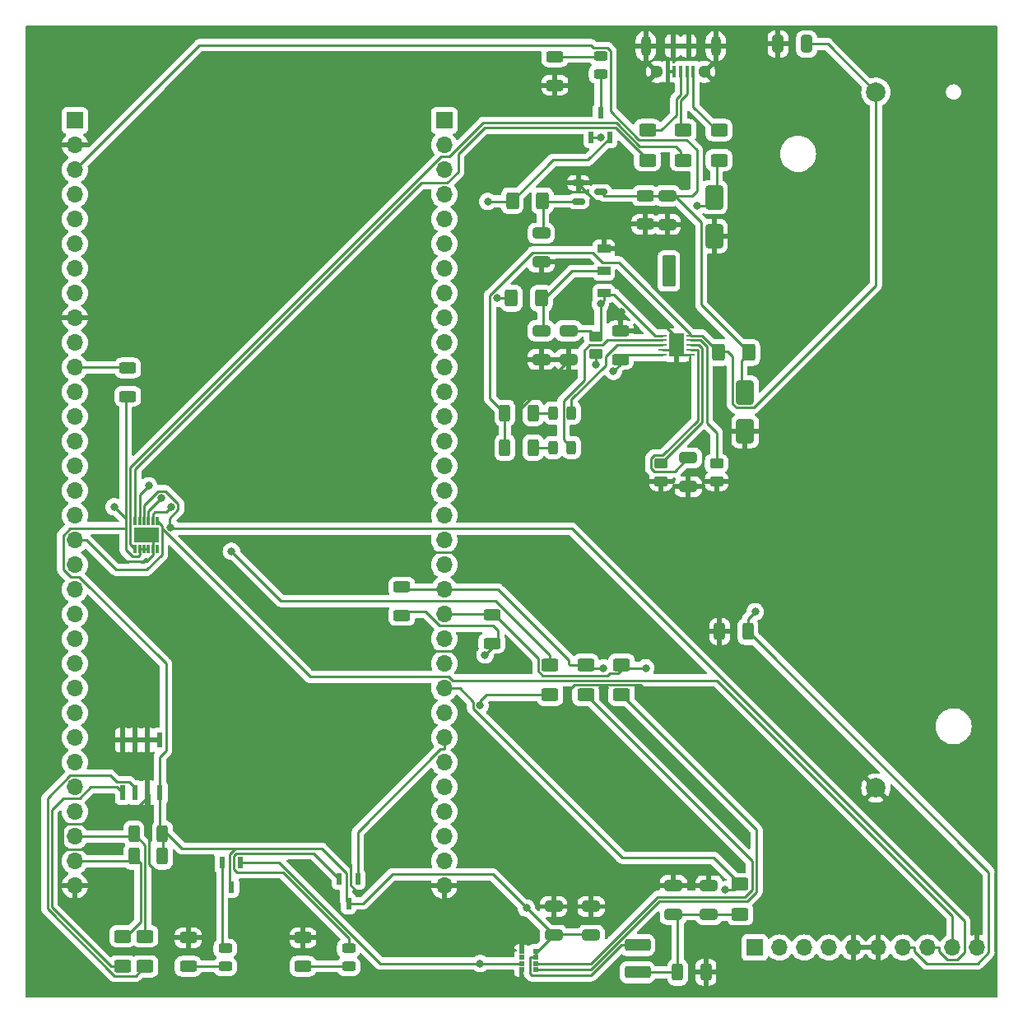
<source format=gbr>
%TF.GenerationSoftware,KiCad,Pcbnew,(7.0.0)*%
%TF.CreationDate,2023-04-13T21:13:31+02:00*%
%TF.ProjectId,EnviroHAT,456e7669-726f-4484-9154-2e6b69636164,rev?*%
%TF.SameCoordinates,Original*%
%TF.FileFunction,Copper,L1,Top*%
%TF.FilePolarity,Positive*%
%FSLAX46Y46*%
G04 Gerber Fmt 4.6, Leading zero omitted, Abs format (unit mm)*
G04 Created by KiCad (PCBNEW (7.0.0)) date 2023-04-13 21:13:31*
%MOMM*%
%LPD*%
G01*
G04 APERTURE LIST*
G04 Aperture macros list*
%AMRoundRect*
0 Rectangle with rounded corners*
0 $1 Rounding radius*
0 $2 $3 $4 $5 $6 $7 $8 $9 X,Y pos of 4 corners*
0 Add a 4 corners polygon primitive as box body*
4,1,4,$2,$3,$4,$5,$6,$7,$8,$9,$2,$3,0*
0 Add four circle primitives for the rounded corners*
1,1,$1+$1,$2,$3*
1,1,$1+$1,$4,$5*
1,1,$1+$1,$6,$7*
1,1,$1+$1,$8,$9*
0 Add four rect primitives between the rounded corners*
20,1,$1+$1,$2,$3,$4,$5,0*
20,1,$1+$1,$4,$5,$6,$7,0*
20,1,$1+$1,$6,$7,$8,$9,0*
20,1,$1+$1,$8,$9,$2,$3,0*%
G04 Aperture macros list end*
%TA.AperFunction,SMDPad,CuDef*%
%ADD10RoundRect,0.250000X0.625000X-0.400000X0.625000X0.400000X-0.625000X0.400000X-0.625000X-0.400000X0*%
%TD*%
%TA.AperFunction,SMDPad,CuDef*%
%ADD11RoundRect,0.250000X-0.312500X-0.625000X0.312500X-0.625000X0.312500X0.625000X-0.312500X0.625000X0*%
%TD*%
%TA.AperFunction,ComponentPad*%
%ADD12C,2.000000*%
%TD*%
%TA.AperFunction,SMDPad,CuDef*%
%ADD13RoundRect,0.243750X0.243750X0.456250X-0.243750X0.456250X-0.243750X-0.456250X0.243750X-0.456250X0*%
%TD*%
%TA.AperFunction,SMDPad,CuDef*%
%ADD14RoundRect,0.250000X-0.625000X0.400000X-0.625000X-0.400000X0.625000X-0.400000X0.625000X0.400000X0*%
%TD*%
%TA.AperFunction,SMDPad,CuDef*%
%ADD15RoundRect,0.088500X-0.206500X0.516500X-0.206500X-0.516500X0.206500X-0.516500X0.206500X0.516500X0*%
%TD*%
%TA.AperFunction,SMDPad,CuDef*%
%ADD16RoundRect,0.250000X0.625000X-0.312500X0.625000X0.312500X-0.625000X0.312500X-0.625000X-0.312500X0*%
%TD*%
%TA.AperFunction,SMDPad,CuDef*%
%ADD17RoundRect,0.250000X0.650000X-0.325000X0.650000X0.325000X-0.650000X0.325000X-0.650000X-0.325000X0*%
%TD*%
%TA.AperFunction,SMDPad,CuDef*%
%ADD18RoundRect,0.093000X-0.562000X0.372000X-0.562000X-0.372000X0.562000X-0.372000X0.562000X0.372000X0*%
%TD*%
%TA.AperFunction,SMDPad,CuDef*%
%ADD19RoundRect,0.131000X-0.524000X1.489000X-0.524000X-1.489000X0.524000X-1.489000X0.524000X1.489000X0*%
%TD*%
%TA.AperFunction,SMDPad,CuDef*%
%ADD20RoundRect,0.250000X-0.450000X0.262500X-0.450000X-0.262500X0.450000X-0.262500X0.450000X0.262500X0*%
%TD*%
%TA.AperFunction,SMDPad,CuDef*%
%ADD21RoundRect,0.250000X-1.075000X0.375000X-1.075000X-0.375000X1.075000X-0.375000X1.075000X0.375000X0*%
%TD*%
%TA.AperFunction,SMDPad,CuDef*%
%ADD22RoundRect,0.250000X-0.650000X0.325000X-0.650000X-0.325000X0.650000X-0.325000X0.650000X0.325000X0*%
%TD*%
%TA.AperFunction,SMDPad,CuDef*%
%ADD23RoundRect,0.250000X0.312500X0.625000X-0.312500X0.625000X-0.312500X-0.625000X0.312500X-0.625000X0*%
%TD*%
%TA.AperFunction,SMDPad,CuDef*%
%ADD24RoundRect,0.243750X0.456250X-0.243750X0.456250X0.243750X-0.456250X0.243750X-0.456250X-0.243750X0*%
%TD*%
%TA.AperFunction,SMDPad,CuDef*%
%ADD25RoundRect,0.250000X-0.625000X0.312500X-0.625000X-0.312500X0.625000X-0.312500X0.625000X0.312500X0*%
%TD*%
%TA.AperFunction,SMDPad,CuDef*%
%ADD26RoundRect,0.250000X0.450000X-0.262500X0.450000X0.262500X-0.450000X0.262500X-0.450000X-0.262500X0*%
%TD*%
%TA.AperFunction,SMDPad,CuDef*%
%ADD27RoundRect,0.250000X0.400000X0.625000X-0.400000X0.625000X-0.400000X-0.625000X0.400000X-0.625000X0*%
%TD*%
%TA.AperFunction,SMDPad,CuDef*%
%ADD28RoundRect,0.150000X-0.512500X-0.150000X0.512500X-0.150000X0.512500X0.150000X-0.512500X0.150000X0*%
%TD*%
%TA.AperFunction,ComponentPad*%
%ADD29R,1.700000X1.700000*%
%TD*%
%TA.AperFunction,ComponentPad*%
%ADD30O,1.700000X1.700000*%
%TD*%
%TA.AperFunction,SMDPad,CuDef*%
%ADD31RoundRect,0.088500X0.206500X-0.516500X0.206500X0.516500X-0.206500X0.516500X-0.206500X-0.516500X0*%
%TD*%
%TA.AperFunction,SMDPad,CuDef*%
%ADD32RoundRect,0.250000X-0.650000X1.000000X-0.650000X-1.000000X0.650000X-1.000000X0.650000X1.000000X0*%
%TD*%
%TA.AperFunction,SMDPad,CuDef*%
%ADD33R,0.510000X0.500000*%
%TD*%
%TA.AperFunction,SMDPad,CuDef*%
%ADD34RoundRect,0.250000X-0.400000X-0.625000X0.400000X-0.625000X0.400000X0.625000X-0.400000X0.625000X0*%
%TD*%
%TA.AperFunction,SMDPad,CuDef*%
%ADD35RoundRect,0.243750X-0.456250X0.243750X-0.456250X-0.243750X0.456250X-0.243750X0.456250X0.243750X0*%
%TD*%
%TA.AperFunction,SMDPad,CuDef*%
%ADD36RoundRect,0.007500X0.117500X-0.412500X0.117500X0.412500X-0.117500X0.412500X-0.117500X-0.412500X0*%
%TD*%
%TA.AperFunction,SMDPad,CuDef*%
%ADD37R,2.500000X1.600000*%
%TD*%
%TA.AperFunction,SMDPad,CuDef*%
%ADD38R,0.860000X0.260000*%
%TD*%
%TA.AperFunction,SMDPad,CuDef*%
%ADD39R,1.575000X2.450000*%
%TD*%
%TA.AperFunction,SMDPad,CuDef*%
%ADD40R,0.400000X1.250000*%
%TD*%
%TA.AperFunction,ComponentPad*%
%ADD41C,1.300000*%
%TD*%
%TA.AperFunction,ComponentPad*%
%ADD42O,1.070000X2.140000*%
%TD*%
%TA.AperFunction,SMDPad,CuDef*%
%ADD43R,0.600000X1.350000*%
%TD*%
%TA.AperFunction,SMDPad,CuDef*%
%ADD44R,0.600000X1.550000*%
%TD*%
%TA.AperFunction,SMDPad,CuDef*%
%ADD45RoundRect,0.250000X0.325000X0.650000X-0.325000X0.650000X-0.325000X-0.650000X0.325000X-0.650000X0*%
%TD*%
%TA.AperFunction,ViaPad*%
%ADD46C,0.800000*%
%TD*%
%TA.AperFunction,Conductor*%
%ADD47C,0.250000*%
%TD*%
%TA.AperFunction,Conductor*%
%ADD48C,0.200000*%
%TD*%
%TA.AperFunction,Conductor*%
%ADD49C,0.249800*%
%TD*%
G04 APERTURE END LIST*
D10*
%TO.P,R29,1*%
%TO.N,Net-(U3-SCL)*%
X101219000Y-135027000D03*
%TO.P,R29,2*%
%TO.N,/MCU Submodule/MEM SCL*%
X101219000Y-131927000D03*
%TD*%
%TO.P,R28,1*%
%TO.N,Net-(U3-SDA)*%
X98933000Y-135027000D03*
%TO.P,R28,2*%
%TO.N,/MCU Submodule/MEM SDA*%
X98933000Y-131927000D03*
%TD*%
D11*
%TO.P,R27,1*%
%TO.N,/MCU Submodule/MEM SDA*%
X100076000Y-123698000D03*
%TO.P,R27,2*%
%TO.N,+3V3*%
X103001000Y-123698000D03*
%TD*%
%TO.P,R9,1*%
%TO.N,/MCU Submodule/MEM SCL*%
X100076000Y-121412000D03*
%TO.P,R9,2*%
%TO.N,+3V3*%
X103001000Y-121412000D03*
%TD*%
D12*
%TO.P,BT1,2,-*%
%TO.N,GND*%
X176403000Y-116685000D03*
%TO.P,BT1,1,+*%
%TO.N,Net-(BT1-+)*%
X176403000Y-45085000D03*
%TD*%
D13*
%TO.P,D5,1,K*%
%TO.N,Net-(D5-K)*%
X145082500Y-78105000D03*
%TO.P,D5,2,A*%
%TO.N,Net-(D5-A)*%
X143207500Y-78105000D03*
%TD*%
D14*
%TO.P,R4,1*%
%TO.N,Sensor_SDA*%
X146558000Y-103987000D03*
%TO.P,R4,2*%
%TO.N,Net-(U4-SDA)*%
X146558000Y-107087000D03*
%TD*%
D15*
%TO.P,Q2,1*%
%TO.N,/Sensing Submodule/GPIO1*%
X111059000Y-124348000D03*
%TO.P,Q2,3*%
%TO.N,+3V3*%
X110109000Y-126858000D03*
%TO.P,Q2,2*%
%TO.N,Net-(D2-A)*%
X109159000Y-124348000D03*
%TD*%
D16*
%TO.P,R7,1*%
%TO.N,Net-(D1-K)*%
X117475000Y-135014500D03*
%TO.P,R7,2*%
%TO.N,GND*%
X117475000Y-132089500D03*
%TD*%
D17*
%TO.P,C3,1*%
%TO.N,Net-(Q4-E)*%
X155575000Y-129667000D03*
%TO.P,C3,2*%
%TO.N,GND*%
X155575000Y-126717000D03*
%TD*%
D18*
%TO.P,U7,1,GND/ADJ*%
%TO.N,GND*%
X148420000Y-61210000D03*
%TO.P,U7,2,VOUT*%
%TO.N,Net-(U7-VOUT)*%
X148420000Y-63500000D03*
%TO.P,U7,3,VIN*%
%TO.N,USB_Detect*%
X148420000Y-65790000D03*
D19*
%TO.P,U7,4*%
%TO.N,N/C*%
X155110000Y-63500000D03*
%TD*%
D14*
%TO.P,R17,1*%
%TO.N,Net-(J4-VBUS)*%
X160274000Y-48996000D03*
%TO.P,R17,2*%
%TO.N,USB_Detect*%
X160274000Y-52096000D03*
%TD*%
D20*
%TO.P,R22,1*%
%TO.N,Net-(U5-ISET)*%
X160020000Y-83288500D03*
%TO.P,R22,2*%
%TO.N,GND*%
X160020000Y-85113500D03*
%TD*%
D21*
%TO.P,Q4,1,C*%
%TO.N,+3V3*%
X151892000Y-132839000D03*
%TO.P,Q4,2,E*%
%TO.N,Net-(Q4-E)*%
X151892000Y-135639000D03*
%TD*%
D22*
%TO.P,C10,1*%
%TO.N,Net-(U7-VOUT)*%
X141986000Y-69645000D03*
%TO.P,C10,2*%
%TO.N,GND*%
X141986000Y-72595000D03*
%TD*%
D23*
%TO.P,R19,1*%
%TO.N,Net-(D6-A)*%
X141162500Y-81661000D03*
%TO.P,R19,2*%
%TO.N,Net-(BT1-+)*%
X138237500Y-81661000D03*
%TD*%
D24*
%TO.P,D1,1,K*%
%TO.N,Net-(D1-K)*%
X122174000Y-135049500D03*
%TO.P,D1,2,A*%
%TO.N,Net-(D1-A)*%
X122174000Y-133174500D03*
%TD*%
D25*
%TO.P,R2,1*%
%TO.N,Sensor_SDA*%
X127635000Y-96008000D03*
%TO.P,R2,2*%
%TO.N,+3V3*%
X127635000Y-98933000D03*
%TD*%
D14*
%TO.P,R15,1*%
%TO.N,Net-(J4-D-)*%
X156591000Y-48996000D03*
%TO.P,R15,2*%
%TO.N,USBDN*%
X156591000Y-52096000D03*
%TD*%
D23*
%TO.P,R18,1*%
%TO.N,Net-(D5-A)*%
X141162500Y-78105000D03*
%TO.P,R18,2*%
%TO.N,Net-(BT1-+)*%
X138237500Y-78105000D03*
%TD*%
%TO.P,R11,1*%
%TO.N,GND*%
X158942500Y-135636000D03*
%TO.P,R11,2*%
%TO.N,Net-(Q4-E)*%
X156017500Y-135636000D03*
%TD*%
D24*
%TO.P,D2,1,K*%
%TO.N,Net-(D2-K)*%
X109474000Y-135049500D03*
%TO.P,D2,2,A*%
%TO.N,Net-(D2-A)*%
X109474000Y-133174500D03*
%TD*%
D14*
%TO.P,R10,1*%
%TO.N,AOUT*%
X162433000Y-126567000D03*
%TO.P,R10,2*%
%TO.N,Net-(Q4-E)*%
X162433000Y-129667000D03*
%TD*%
D26*
%TO.P,R20,1*%
%TO.N,GND*%
X154305000Y-85113500D03*
%TO.P,R20,2*%
%TO.N,Net-(U5-IBF)*%
X154305000Y-83288500D03*
%TD*%
D27*
%TO.P,R21,1*%
%TO.N,Net-(U6-VO)*%
X142113000Y-56261000D03*
%TO.P,R21,2*%
%TO.N,+3V3*%
X139013000Y-56261000D03*
%TD*%
D28*
%TO.P,U6,1,GND*%
%TO.N,GND*%
X145801500Y-54422000D03*
%TO.P,U6,2,VO*%
%TO.N,Net-(U6-VO)*%
X145801500Y-56322000D03*
%TO.P,U6,3,VI*%
%TO.N,+BATT*%
X148076500Y-55372000D03*
%TD*%
D14*
%TO.P,R5,1*%
%TO.N,Sensor_SCL*%
X150241000Y-103987000D03*
%TO.P,R5,2*%
%TO.N,Net-(U4-SCL)*%
X150241000Y-107087000D03*
%TD*%
D25*
%TO.P,R6,1*%
%TO.N,Sensor_GPIO1*%
X99441000Y-73467500D03*
%TO.P,R6,2*%
%TO.N,+3V3*%
X99441000Y-76392500D03*
%TD*%
D29*
%TO.P,J1,1,Pin_1*%
%TO.N,+5V*%
X163956999Y-133095999D03*
D30*
%TO.P,J1,2,Pin_2*%
%TO.N,AOUT*%
X166496999Y-133095999D03*
%TO.P,J1,3,Pin_3*%
%TO.N,Sensor_SDA*%
X169036999Y-133095999D03*
%TO.P,J1,4,Pin_4*%
%TO.N,Sensor_SCL*%
X171576999Y-133095999D03*
%TO.P,J1,5,Pin_5*%
%TO.N,GND*%
X174116999Y-133095999D03*
%TO.P,J1,6,Pin_6*%
X176656999Y-133095999D03*
%TO.P,J1,7,Pin_7*%
%TO.N,USB_Detect*%
X179196999Y-133095999D03*
%TO.P,J1,8,Pin_8*%
%TO.N,/MCU Submodule/USART FTDI RXD*%
X181736999Y-133095999D03*
%TO.P,J1,9,Pin_9*%
%TO.N,/MCU Submodule/USART FTDI TXD*%
X184276999Y-133095999D03*
%TO.P,J1,10,Pin_10*%
%TO.N,GND*%
X186816999Y-133095999D03*
%TD*%
D16*
%TO.P,R8,1*%
%TO.N,Net-(D2-K)*%
X105664000Y-135014500D03*
%TO.P,R8,2*%
%TO.N,GND*%
X105664000Y-132089500D03*
%TD*%
D31*
%TO.P,Q5,1*%
%TO.N,USB_Detect*%
X147132000Y-49754000D03*
%TO.P,Q5,3*%
%TO.N,Net-(D7-A)*%
X148082000Y-47244000D03*
%TO.P,Q5,2*%
%TO.N,+3V3*%
X149032000Y-49754000D03*
%TD*%
D32*
%TO.P,D8,1,K*%
%TO.N,+BATT*%
X162941000Y-75978000D03*
%TO.P,D8,2,A*%
%TO.N,GND*%
X162941000Y-79978000D03*
%TD*%
D22*
%TO.P,C5,1*%
%TO.N,+BATT*%
X154940000Y-55760500D03*
%TO.P,C5,2*%
%TO.N,GND*%
X154940000Y-58710500D03*
%TD*%
D14*
%TO.P,R3,1*%
%TO.N,Sensor_GPIO1*%
X142875000Y-103987000D03*
%TO.P,R3,2*%
%TO.N,/Sensing Submodule/GPIO1*%
X142875000Y-107087000D03*
%TD*%
D16*
%TO.P,R14,1*%
%TO.N,GND*%
X152654000Y-58678000D03*
%TO.P,R14,2*%
%TO.N,+BATT*%
X152654000Y-55753000D03*
%TD*%
D33*
%TO.P,U4,P$1,GND*%
%TO.N,GND*%
X139953999Y-135381999D03*
%TO.P,U4,P$2,INT*%
%TO.N,/Sensing Submodule/GPIO1*%
X139953999Y-134743999D03*
%TO.P,U4,P$3,NC*%
%TO.N,unconnected-(U4-NC-PadP$3)*%
X139953999Y-134123999D03*
%TO.P,U4,P$4,GND1*%
%TO.N,GND*%
X139953999Y-133485999D03*
%TO.P,U4,P$5,LED*%
%TO.N,+3V3*%
X141393999Y-133485999D03*
%TO.P,U4,P$6,VDD*%
X141393999Y-134123999D03*
%TO.P,U4,P$7,SDA*%
%TO.N,Net-(U4-SDA)*%
X141393999Y-134743999D03*
%TO.P,U4,P$8,SCL*%
%TO.N,Net-(U4-SCL)*%
X141393999Y-135381999D03*
%TD*%
D32*
%TO.P,D4,1,K*%
%TO.N,USB_Detect*%
X159766000Y-55912000D03*
%TO.P,D4,2,A*%
%TO.N,GND*%
X159766000Y-59912000D03*
%TD*%
D29*
%TO.P,J3,1,Pin_1*%
%TO.N,+5V*%
X132004999Y-48000999D03*
D30*
%TO.P,J3,2,Pin_2*%
%TO.N,unconnected-(J3-Pin_2-Pad2)*%
X132004999Y-50540999D03*
%TO.P,J3,3,Pin_3*%
%TO.N,unconnected-(J3-Pin_3-Pad3)*%
X132004999Y-53080999D03*
%TO.P,J3,4,Pin_4*%
%TO.N,unconnected-(J3-Pin_4-Pad4)*%
X132004999Y-55620999D03*
%TO.P,J3,5,Pin_5*%
%TO.N,unconnected-(J3-Pin_5-Pad5)*%
X132004999Y-58160999D03*
%TO.P,J3,6,Pin_6*%
%TO.N,unconnected-(J3-Pin_6-Pad6)*%
X132004999Y-60700999D03*
%TO.P,J3,7,Pin_7*%
%TO.N,unconnected-(J3-Pin_7-Pad7)*%
X132004999Y-63240999D03*
%TO.P,J3,8,Pin_8*%
%TO.N,unconnected-(J3-Pin_8-Pad8)*%
X132004999Y-65780999D03*
%TO.P,J3,9,Pin_9*%
%TO.N,unconnected-(J3-Pin_9-Pad9)*%
X132004999Y-68320999D03*
%TO.P,J3,10,Pin_10*%
%TO.N,unconnected-(J3-Pin_10-Pad10)*%
X132004999Y-70860999D03*
%TO.P,J3,11,Pin_11*%
%TO.N,unconnected-(J3-Pin_11-Pad11)*%
X132004999Y-73400999D03*
%TO.P,J3,12,Pin_12*%
%TO.N,unconnected-(J3-Pin_12-Pad12)*%
X132004999Y-75940999D03*
%TO.P,J3,13,Pin_13*%
%TO.N,unconnected-(J3-Pin_13-Pad13)*%
X132004999Y-78480999D03*
%TO.P,J3,14,Pin_14*%
%TO.N,unconnected-(J3-Pin_14-Pad14)*%
X132004999Y-81020999D03*
%TO.P,J3,15,Pin_15*%
%TO.N,unconnected-(J3-Pin_15-Pad15)*%
X132004999Y-83560999D03*
%TO.P,J3,16,Pin_16*%
%TO.N,unconnected-(J3-Pin_16-Pad16)*%
X132004999Y-86100999D03*
%TO.P,J3,17,Pin_17*%
%TO.N,unconnected-(J3-Pin_17-Pad17)*%
X132004999Y-88640999D03*
%TO.P,J3,18,Pin_18*%
%TO.N,unconnected-(J3-Pin_18-Pad18)*%
X132004999Y-91180999D03*
%TO.P,J3,19,Pin_19*%
%TO.N,unconnected-(J3-Pin_19-Pad19)*%
X132004999Y-93720999D03*
%TO.P,J3,20,Pin_20*%
%TO.N,Sensor_SDA*%
X132004999Y-96260999D03*
%TO.P,J3,21,Pin_21*%
%TO.N,Sensor_SCL*%
X132004999Y-98800999D03*
%TO.P,J3,22,Pin_22*%
%TO.N,unconnected-(J3-Pin_22-Pad22)*%
X132004999Y-101340999D03*
%TO.P,J3,23,Pin_23*%
%TO.N,unconnected-(J3-Pin_23-Pad23)*%
X132004999Y-103880999D03*
%TO.P,J3,24,Pin_24*%
%TO.N,AOUT*%
X132004999Y-106420999D03*
%TO.P,J3,25,Pin_25*%
%TO.N,unconnected-(J3-Pin_25-Pad25)*%
X132004999Y-108960999D03*
%TO.P,J3,26,Pin_26*%
%TO.N,DIG_OUT*%
X132004999Y-111500999D03*
%TO.P,J3,27,Pin_27*%
%TO.N,unconnected-(J3-Pin_27-Pad27)*%
X132004999Y-114040999D03*
%TO.P,J3,28,Pin_28*%
%TO.N,unconnected-(J3-Pin_28-Pad28)*%
X132004999Y-116580999D03*
%TO.P,J3,29,Pin_29*%
%TO.N,unconnected-(J3-Pin_29-Pad29)*%
X132004999Y-119120999D03*
%TO.P,J3,30,Pin_30*%
%TO.N,unconnected-(J3-Pin_30-Pad30)*%
X132004999Y-121660999D03*
%TO.P,J3,31,Pin_31*%
%TO.N,unconnected-(J3-Pin_31-Pad31)*%
X132004999Y-124200999D03*
%TO.P,J3,32,Pin_32*%
%TO.N,GND*%
X132004999Y-126740999D03*
%TD*%
D29*
%TO.P,J2,1,Pin_1*%
%TO.N,unconnected-(J2-Pin_1-Pad1)*%
X94004999Y-48000999D03*
D30*
%TO.P,J2,2,Pin_2*%
%TO.N,GND*%
X94004999Y-50540999D03*
%TO.P,J2,3,Pin_3*%
%TO.N,+BATT*%
X94004999Y-53080999D03*
%TO.P,J2,4,Pin_4*%
%TO.N,unconnected-(J2-Pin_4-Pad4)*%
X94004999Y-55620999D03*
%TO.P,J2,5,Pin_5*%
%TO.N,unconnected-(J2-Pin_5-Pad5)*%
X94004999Y-58160999D03*
%TO.P,J2,6,Pin_6*%
%TO.N,unconnected-(J2-Pin_6-Pad6)*%
X94004999Y-60700999D03*
%TO.P,J2,7,Pin_7*%
%TO.N,unconnected-(J2-Pin_7-Pad7)*%
X94004999Y-63240999D03*
%TO.P,J2,8,Pin_8*%
%TO.N,unconnected-(J2-Pin_8-Pad8)*%
X94004999Y-65780999D03*
%TO.P,J2,9,Pin_9*%
%TO.N,GND*%
X94004999Y-68320999D03*
%TO.P,J2,10,Pin_10*%
%TO.N,unconnected-(J2-Pin_10-Pad10)*%
X94004999Y-70860999D03*
%TO.P,J2,11,Pin_11*%
%TO.N,Sensor_GPIO1*%
X94004999Y-73400999D03*
%TO.P,J2,12,Pin_12*%
%TO.N,unconnected-(J2-Pin_12-Pad12)*%
X94004999Y-75940999D03*
%TO.P,J2,13,Pin_13*%
%TO.N,unconnected-(J2-Pin_13-Pad13)*%
X94004999Y-78480999D03*
%TO.P,J2,14,Pin_14*%
%TO.N,unconnected-(J2-Pin_14-Pad14)*%
X94004999Y-81020999D03*
%TO.P,J2,15,Pin_15*%
%TO.N,/MCU Submodule/USART FTDI RTS*%
X94004999Y-83560999D03*
%TO.P,J2,16,Pin_16*%
%TO.N,/MCU Submodule/USART FTDI CTS*%
X94004999Y-86100999D03*
%TO.P,J2,17,Pin_17*%
%TO.N,/MCU Submodule/USART FTDI RXD*%
X94004999Y-88640999D03*
%TO.P,J2,18,Pin_18*%
%TO.N,/MCU Submodule/USART FTDI TXD*%
X94004999Y-91180999D03*
%TO.P,J2,19,Pin_19*%
%TO.N,unconnected-(J2-Pin_19-Pad19)*%
X94004999Y-93720999D03*
%TO.P,J2,20,Pin_20*%
%TO.N,unconnected-(J2-Pin_20-Pad20)*%
X94004999Y-96260999D03*
%TO.P,J2,21,Pin_21*%
%TO.N,unconnected-(J2-Pin_21-Pad21)*%
X94004999Y-98800999D03*
%TO.P,J2,22,Pin_22*%
%TO.N,unconnected-(J2-Pin_22-Pad22)*%
X94004999Y-101340999D03*
%TO.P,J2,23,Pin_23*%
%TO.N,unconnected-(J2-Pin_23-Pad23)*%
X94004999Y-103880999D03*
%TO.P,J2,24,Pin_24*%
%TO.N,unconnected-(J2-Pin_24-Pad24)*%
X94004999Y-106420999D03*
%TO.P,J2,25,Pin_25*%
%TO.N,unconnected-(J2-Pin_25-Pad25)*%
X94004999Y-108960999D03*
%TO.P,J2,26,Pin_26*%
%TO.N,unconnected-(J2-Pin_26-Pad26)*%
X94004999Y-111500999D03*
%TO.P,J2,27,Pin_27*%
%TO.N,unconnected-(J2-Pin_27-Pad27)*%
X94004999Y-114040999D03*
%TO.P,J2,28,Pin_28*%
%TO.N,unconnected-(J2-Pin_28-Pad28)*%
X94004999Y-116580999D03*
%TO.P,J2,29,Pin_29*%
%TO.N,unconnected-(J2-Pin_29-Pad29)*%
X94004999Y-119120999D03*
%TO.P,J2,30,Pin_30*%
%TO.N,/MCU Submodule/MEM SCL*%
X94004999Y-121660999D03*
%TO.P,J2,31,Pin_31*%
%TO.N,/MCU Submodule/MEM SDA*%
X94004999Y-124200999D03*
%TO.P,J2,32,Pin_32*%
%TO.N,GND*%
X94004999Y-126740999D03*
%TD*%
D14*
%TO.P,R16,1*%
%TO.N,Net-(J4-D+)*%
X152908000Y-48996000D03*
%TO.P,R16,2*%
%TO.N,USBDP*%
X152908000Y-52096000D03*
%TD*%
D11*
%TO.P,R25,1*%
%TO.N,GND*%
X160335500Y-100584000D03*
%TO.P,R25,2*%
%TO.N,USB_Detect*%
X163260500Y-100584000D03*
%TD*%
D25*
%TO.P,R23,1*%
%TO.N,Net-(D7-K)*%
X143383000Y-41463500D03*
%TO.P,R23,2*%
%TO.N,GND*%
X143383000Y-44388500D03*
%TD*%
D34*
%TO.P,R24,1*%
%TO.N,Net-(BT1-+)*%
X160248000Y-71882000D03*
%TO.P,R24,2*%
%TO.N,+BATT*%
X163348000Y-71882000D03*
%TD*%
D35*
%TO.P,D7,1,K*%
%TO.N,Net-(D7-K)*%
X148082000Y-41353500D03*
%TO.P,D7,2,A*%
%TO.N,Net-(D7-A)*%
X148082000Y-43228500D03*
%TD*%
D36*
%TO.P,U2,1,USBDM*%
%TO.N,USBDN*%
X100221000Y-92113000D03*
%TO.P,U2,2,~{RESET#}*%
%TO.N,+3V3*%
X100671000Y-92113000D03*
%TO.P,U2,3,3V3OUT*%
X101121000Y-92113000D03*
%TO.P,U2,4,VCC*%
X101571000Y-92113000D03*
%TO.P,U2,5,GND*%
%TO.N,GND*%
X102021000Y-92113000D03*
%TO.P,U2,6,CBUS0*%
%TO.N,/MCU Submodule/CBUS0*%
X102471000Y-92113000D03*
%TO.P,U2,7,TXD*%
%TO.N,/MCU Submodule/USART FTDI TXD*%
X102471000Y-89243000D03*
%TO.P,U2,8,RTS#*%
%TO.N,/MCU Submodule/USART FTDI RTS*%
X102021000Y-89243000D03*
%TO.P,U2,9,VCCIO*%
%TO.N,+3V3*%
X101571000Y-89243000D03*
%TO.P,U2,10,RXD*%
%TO.N,/MCU Submodule/USART FTDI RXD*%
X101121000Y-89243000D03*
%TO.P,U2,11,CTS#*%
%TO.N,/MCU Submodule/USART FTDI CTS*%
X100671000Y-89243000D03*
%TO.P,U2,12,USBDP*%
%TO.N,USBDP*%
X100221000Y-89243000D03*
D37*
%TO.P,U2,13,GND*%
%TO.N,GND*%
X101345999Y-90677999D03*
%TD*%
D22*
%TO.P,C7,1*%
%TO.N,Net-(U6-VO)*%
X141986000Y-59612000D03*
%TO.P,C7,2*%
%TO.N,GND*%
X141986000Y-62562000D03*
%TD*%
D38*
%TO.P,U5,1,IN*%
%TO.N,USB_Detect*%
X154469499Y-70119999D03*
%TO.P,U5,2,CHG#*%
%TO.N,Net-(D6-K)*%
X154469499Y-70619999D03*
%TO.P,U5,3,ACOK#*%
%TO.N,Net-(D5-K)*%
X154469499Y-71119999D03*
%TO.P,U5,4,EN#*%
%TO.N,GND*%
X154469499Y-71619999D03*
%TO.P,U5,5,NTC*%
%TO.N,Net-(U5-NTC)*%
X154469499Y-72119999D03*
%TO.P,U5,6,GND*%
%TO.N,GND*%
X157339499Y-72119999D03*
%TO.P,U5,7,SS*%
%TO.N,Net-(U5-SS)*%
X157339499Y-71619999D03*
%TO.P,U5,8,IBF*%
%TO.N,Net-(U5-IBF)*%
X157339499Y-71119999D03*
%TO.P,U5,9,ISET*%
%TO.N,Net-(U5-ISET)*%
X157339499Y-70619999D03*
%TO.P,U5,10,BATT*%
%TO.N,Net-(BT1-+)*%
X157339499Y-70119999D03*
D39*
%TO.P,U5,11,ep*%
%TO.N,GND*%
X155904499Y-71119999D03*
%TD*%
D17*
%TO.P,C2,1*%
%TO.N,+3V3*%
X147114000Y-131826000D03*
%TO.P,C2,2*%
%TO.N,GND*%
X147114000Y-128876000D03*
%TD*%
D20*
%TO.P,R12,1*%
%TO.N,USB_Detect*%
X147574000Y-70207500D03*
%TO.P,R12,2*%
%TO.N,Net-(U5-NTC)*%
X147574000Y-72032500D03*
%TD*%
D13*
%TO.P,D6,1,K*%
%TO.N,Net-(D6-K)*%
X145082500Y-81661000D03*
%TO.P,D6,2,A*%
%TO.N,Net-(D6-A)*%
X143207500Y-81661000D03*
%TD*%
D22*
%TO.P,C9,1*%
%TO.N,USB_Detect*%
X144780000Y-69645000D03*
%TO.P,C9,2*%
%TO.N,GND*%
X144780000Y-72595000D03*
%TD*%
D27*
%TO.P,R26,1*%
%TO.N,Net-(U7-VOUT)*%
X142012000Y-66294000D03*
%TO.P,R26,2*%
%TO.N,+5V*%
X138912000Y-66294000D03*
%TD*%
D40*
%TO.P,J4,1,VBUS*%
%TO.N,Net-(J4-VBUS)*%
X157636999Y-42982999D03*
%TO.P,J4,2,D-*%
%TO.N,Net-(J4-D-)*%
X156986999Y-42982999D03*
%TO.P,J4,3,D+*%
%TO.N,Net-(J4-D+)*%
X156336999Y-42982999D03*
%TO.P,J4,4,ID*%
%TO.N,GND*%
X155686999Y-42982999D03*
%TO.P,J4,5,GND*%
X155036999Y-42982999D03*
D41*
%TO.P,J4,S5,SHIELD*%
X158762000Y-43008000D03*
%TO.P,J4,S4,SHIELD*%
X153912000Y-43008000D03*
D42*
%TO.P,J4,S6,SHIELD*%
X159936999Y-40357999D03*
%TO.P,J4,S3,SHIELD*%
X152736999Y-40357999D03*
D43*
%TO.P,J4,S2,SHIELD*%
X157136999Y-40332999D03*
%TO.P,J4,S1,SHIELD*%
X155536999Y-40332999D03*
%TD*%
D17*
%TO.P,C1,1*%
%TO.N,+3V3*%
X143256000Y-131826000D03*
%TO.P,C1,2*%
%TO.N,GND*%
X143256000Y-128876000D03*
%TD*%
D16*
%TO.P,R13,1*%
%TO.N,Net-(U5-NTC)*%
X150114000Y-72582500D03*
%TO.P,R13,2*%
%TO.N,GND*%
X150114000Y-69657500D03*
%TD*%
D22*
%TO.P,C6,1*%
%TO.N,Net-(U5-SS)*%
X157099000Y-82726000D03*
%TO.P,C6,2*%
%TO.N,GND*%
X157099000Y-85676000D03*
%TD*%
D25*
%TO.P,R1,1*%
%TO.N,Sensor_SCL*%
X136906000Y-98867500D03*
%TO.P,R1,2*%
%TO.N,+3V3*%
X136906000Y-101792500D03*
%TD*%
D44*
%TO.P,U3,5,SDA*%
%TO.N,Net-(U3-SDA)*%
X98932999Y-117159999D03*
%TO.P,U3,6,SCL*%
%TO.N,Net-(U3-SCL)*%
X100202999Y-117159999D03*
%TO.P,U3,8,VCC*%
%TO.N,+3V3*%
X102742999Y-117159999D03*
%TO.P,U3,4,GND*%
%TO.N,GND*%
X98932999Y-111759999D03*
%TO.P,U3,3,A2*%
X100202999Y-111759999D03*
%TO.P,U3,1,A0*%
X102742999Y-111759999D03*
%TO.P,U3,7,WP*%
X101472999Y-117159999D03*
%TO.P,U3,2,A1*%
X101472999Y-111759999D03*
%TD*%
D45*
%TO.P,C8,1*%
%TO.N,Net-(BT1-+)*%
X169291000Y-40132000D03*
%TO.P,C8,2*%
%TO.N,GND*%
X166341000Y-40132000D03*
%TD*%
D15*
%TO.P,Q1,1*%
%TO.N,DIG_OUT*%
X123124000Y-126059500D03*
%TO.P,Q1,3*%
%TO.N,+3V3*%
X122174000Y-128569500D03*
%TO.P,Q1,2*%
%TO.N,Net-(D1-A)*%
X121224000Y-126059500D03*
%TD*%
D17*
%TO.P,C4,1*%
%TO.N,Net-(Q4-E)*%
X159238300Y-129692300D03*
%TO.P,C4,2*%
%TO.N,GND*%
X159238300Y-126742300D03*
%TD*%
D46*
%TO.N,GND*%
X145923000Y-123825000D03*
%TO.N,+3V3*%
X136198400Y-102998900D03*
X102870000Y-86868000D03*
X136476600Y-56348900D03*
X98044000Y-87757000D03*
X140462000Y-129032000D03*
%TO.N,GND*%
X97663000Y-91821000D03*
X150241000Y-67691000D03*
X117348000Y-96012000D03*
X106553000Y-118364000D03*
%TO.N,AOUT*%
X160910600Y-127153500D03*
%TO.N,USB_Detect*%
X163990100Y-98550600D03*
X157988000Y-56816700D03*
X148082000Y-66880400D03*
X148082000Y-49754000D03*
%TO.N,Sensor_GPIO1*%
X110109000Y-92329000D03*
%TO.N,Sensor_SCL*%
X152736200Y-104333900D03*
%TO.N,Sensor_SDA*%
X148399500Y-104333900D03*
%TO.N,Net-(U5-NTC)*%
X147564400Y-73147800D03*
X149408200Y-73803500D03*
%TO.N,/MCU Submodule/USART FTDI RTS*%
X103907397Y-87757000D03*
%TO.N,/MCU Submodule/USART FTDI CTS*%
X101600000Y-85598000D03*
%TO.N,/MCU Submodule/USART FTDI RXD*%
X103822500Y-89852500D03*
%TO.N,+5V*%
X137436000Y-66294000D03*
%TO.N,/Sensing Submodule/GPIO1*%
X135703100Y-108193200D03*
X135703100Y-134744000D03*
%TD*%
D47*
%TO.N,GND*%
X123698000Y-127254000D02*
X124460000Y-126492000D01*
X124460000Y-126492000D02*
X124587000Y-126365000D01*
X122936000Y-127254000D02*
X123698000Y-127254000D01*
X122370000Y-126688000D02*
X122936000Y-127254000D01*
X122370000Y-124529000D02*
X122370000Y-126688000D01*
X122174000Y-124333000D02*
X122370000Y-124529000D01*
%TO.N,+3V3*%
X119377177Y-122904900D02*
X111252000Y-122904900D01*
X121920000Y-125447723D02*
X119377177Y-122904900D01*
X121920000Y-128315500D02*
X121920000Y-125447723D01*
X122174000Y-128569500D02*
X121920000Y-128315500D01*
X123652500Y-128569500D02*
X122174000Y-128569500D01*
X136996000Y-125566000D02*
X126656000Y-125566000D01*
X126656000Y-125566000D02*
X123652500Y-128569500D01*
X140462000Y-129032000D02*
X136996000Y-125566000D01*
X140813900Y-135768000D02*
X140813900Y-134124000D01*
X147128592Y-135957200D02*
X141003100Y-135957200D01*
X149724792Y-133361000D02*
X147128592Y-135957200D01*
X141003100Y-135957200D02*
X140813900Y-135768000D01*
X140813900Y-134124000D02*
X141394000Y-134124000D01*
X149743223Y-133361000D02*
X149724792Y-133361000D01*
X151892000Y-132839000D02*
X150265223Y-132839000D01*
X150265223Y-132839000D02*
X149743223Y-133361000D01*
%TO.N,Net-(U4-SCL)*%
X154139127Y-128328700D02*
X163154100Y-128328700D01*
X163154100Y-128328700D02*
X164127800Y-127355000D01*
X164127800Y-120973800D02*
X150241000Y-107087000D01*
X149556827Y-132911000D02*
X154139127Y-128328700D01*
X149538396Y-132911000D02*
X149556827Y-132911000D01*
X147067396Y-135382000D02*
X149538396Y-132911000D01*
X164127800Y-127355000D02*
X164127800Y-120973800D01*
X141394000Y-135382000D02*
X147067396Y-135382000D01*
%TO.N,Net-(U4-SDA)*%
X163677700Y-124206700D02*
X146558000Y-107087000D01*
X163677700Y-127168500D02*
X163677700Y-124206700D01*
X153952831Y-127878600D02*
X162967600Y-127878600D01*
X149352000Y-132461000D02*
X149370431Y-132461000D01*
X162967600Y-127878600D02*
X163677700Y-127168500D01*
X147069000Y-134744000D02*
X149352000Y-132461000D01*
X149370431Y-132461000D02*
X153952831Y-127878600D01*
X141394000Y-134744000D02*
X147069000Y-134744000D01*
%TO.N,GND*%
X129921000Y-92456000D02*
X129794000Y-92329000D01*
X133350000Y-92583000D02*
X133223000Y-92456000D01*
X133223000Y-92456000D02*
X129921000Y-92456000D01*
X148463000Y-106051000D02*
X148463000Y-106553000D01*
X145409000Y-106051000D02*
X148463000Y-106051000D01*
X144780000Y-106680000D02*
X145409000Y-106051000D01*
X144780000Y-106807000D02*
X144780000Y-106680000D01*
X148463000Y-106051000D02*
X152152000Y-106051000D01*
X152152000Y-106051000D02*
X153035000Y-106934000D01*
X134112000Y-102616000D02*
X129667000Y-102616000D01*
%TO.N,/MCU Submodule/USART FTDI TXD*%
X118190694Y-105246000D02*
X102951100Y-90006405D01*
X102951100Y-90006405D02*
X102951100Y-89722800D01*
X132491701Y-105246000D02*
X118190694Y-105246000D01*
X132846701Y-105601000D02*
X132491701Y-105246000D01*
X160053200Y-105601000D02*
X132846701Y-105601000D01*
X184277000Y-133096000D02*
X184277000Y-129824800D01*
X184277000Y-129824800D02*
X160053200Y-105601000D01*
%TO.N,Sensor_GPIO1*%
X142875000Y-103021200D02*
X142875000Y-103987000D01*
X137289800Y-97436000D02*
X142875000Y-103021200D01*
X115216000Y-97436000D02*
X137289800Y-97436000D01*
X110109000Y-92329000D02*
X115216000Y-97436000D01*
%TO.N,GND*%
X145801500Y-54615500D02*
X145801500Y-54422000D01*
X149864000Y-58678000D02*
X145801500Y-54615500D01*
X152654000Y-58678000D02*
X149864000Y-58678000D01*
%TO.N,+3V3*%
X136198400Y-102998900D02*
X136906000Y-102291300D01*
X136906000Y-102291300D02*
X136906000Y-101792500D01*
%TO.N,AOUT*%
X159722200Y-123856200D02*
X162433000Y-126567000D01*
X150340795Y-123856200D02*
X159722200Y-123856200D01*
X134978100Y-108493505D02*
X150340795Y-123856200D01*
X134978100Y-107800100D02*
X134978100Y-108493505D01*
X132005000Y-106421000D02*
X133599000Y-106421000D01*
X133599000Y-106421000D02*
X134978100Y-107800100D01*
%TO.N,/Sensing Submodule/GPIO1*%
X136372000Y-107087000D02*
X142875000Y-107087000D01*
X135703100Y-107755900D02*
X136372000Y-107087000D01*
X135703100Y-108193200D02*
X135703100Y-107755900D01*
%TO.N,Sensor_SDA*%
X137536000Y-96261000D02*
X132005000Y-96261000D01*
X144780000Y-103505000D02*
X137536000Y-96261000D01*
X144780000Y-103886000D02*
X144780000Y-103505000D01*
X144881000Y-103987000D02*
X144780000Y-103886000D01*
X146558000Y-103987000D02*
X144881000Y-103987000D01*
%TO.N,+3V3*%
X140462000Y-129032000D02*
X143256000Y-131826000D01*
X143201695Y-52072305D02*
X139013000Y-56261000D01*
X149032000Y-49829305D02*
X146789000Y-52072305D01*
X146789000Y-52072305D02*
X143201695Y-52072305D01*
X149032000Y-49754000D02*
X149032000Y-49829305D01*
%TO.N,+BATT*%
X157472500Y-55760500D02*
X154940000Y-55760500D01*
X157988000Y-55245000D02*
X157472500Y-55760500D01*
X157988000Y-51054000D02*
X157988000Y-55245000D01*
X156906100Y-49972100D02*
X157988000Y-51054000D01*
X149107000Y-47033173D02*
X152045927Y-49972100D01*
X152045927Y-49972100D02*
X156906100Y-49972100D01*
X149107000Y-40874166D02*
X149107000Y-47033173D01*
X148773834Y-40541000D02*
X149107000Y-40874166D01*
X106827000Y-40259000D02*
X147108166Y-40259000D01*
X147390166Y-40541000D02*
X148773834Y-40541000D01*
X94005000Y-53081000D02*
X106827000Y-40259000D01*
X147108166Y-40259000D02*
X147390166Y-40541000D01*
%TO.N,USBDN*%
X156337000Y-51181000D02*
X156337000Y-52096000D01*
X155829000Y-50673000D02*
X156337000Y-51181000D01*
X152110431Y-50673000D02*
X155829000Y-50673000D01*
X131708299Y-51716000D02*
X132561000Y-51716000D01*
X99722300Y-83701999D02*
X131708299Y-51716000D01*
X149697430Y-48260000D02*
X152110431Y-50673000D01*
X99722300Y-91614600D02*
X99722300Y-83701999D01*
X136017000Y-48260000D02*
X149697430Y-48260000D01*
X100220700Y-92113000D02*
X99722300Y-91614600D01*
X132561000Y-51716000D02*
X136017000Y-48260000D01*
%TO.N,+BATT*%
X155709500Y-55760500D02*
X158443000Y-58494000D01*
X158443000Y-66977000D02*
X163348000Y-71882000D01*
X154940000Y-55760500D02*
X155709500Y-55760500D01*
X158443000Y-58494000D02*
X158443000Y-66977000D01*
%TO.N,USBDP*%
X136145396Y-48768000D02*
X149604390Y-48768000D01*
X133462298Y-51451098D02*
X136145396Y-48768000D01*
X152908000Y-52071609D02*
X149604390Y-48768000D01*
D48*
X152908000Y-52096000D02*
X152908000Y-52071609D01*
D47*
%TO.N,USB_Detect*%
X160020000Y-55658000D02*
X159766000Y-55912000D01*
X160020000Y-52350000D02*
X160020000Y-55658000D01*
X160274000Y-52096000D02*
X160020000Y-52350000D01*
%TO.N,+3V3*%
X131518299Y-99976000D02*
X137060000Y-99976000D01*
X137541000Y-100457000D02*
X137060000Y-99976000D01*
X137541000Y-101157500D02*
X137541000Y-100457000D01*
X136906000Y-101792500D02*
X137541000Y-101157500D01*
X130094299Y-98552000D02*
X131518299Y-99976000D01*
X128335500Y-98552000D02*
X130094299Y-98552000D01*
X127635000Y-99252500D02*
X128335500Y-98552000D01*
%TO.N,Sensor_SCL*%
X137193673Y-98867500D02*
X136906000Y-98867500D01*
X141675000Y-103348827D02*
X137193673Y-98867500D01*
X149080200Y-104833900D02*
X148819400Y-105094700D01*
X148819400Y-105094700D02*
X142144527Y-105094700D01*
X150387300Y-104333900D02*
X149887300Y-104833900D01*
X142144527Y-105094700D02*
X141675000Y-104625173D01*
X141675000Y-104625173D02*
X141675000Y-103348827D01*
X151662100Y-104333900D02*
X150387300Y-104333900D01*
X149887300Y-104833900D02*
X149080200Y-104833900D01*
%TO.N,/MCU Submodule/USART FTDI RXD*%
X103976000Y-90006000D02*
X145150800Y-90006000D01*
X104632397Y-88057305D02*
X103738702Y-88951000D01*
X103738702Y-88951000D02*
X103738702Y-89768702D01*
X104632397Y-87456695D02*
X104632397Y-88057305D01*
X102569695Y-86143000D02*
X103318702Y-86143000D01*
X101121000Y-87591695D02*
X102569695Y-86143000D01*
X103318702Y-86143000D02*
X104632397Y-87456695D01*
X101121000Y-89243000D02*
X101121000Y-87591695D01*
X103738702Y-89768702D02*
X103976000Y-90006000D01*
X182912100Y-133096000D02*
X181737000Y-133096000D01*
X182912100Y-133463200D02*
X182912100Y-133096000D01*
X183753900Y-134305000D02*
X182912100Y-133463200D01*
X184738300Y-134305000D02*
X183753900Y-134305000D01*
X185496500Y-133546800D02*
X184738300Y-134305000D01*
X145150800Y-90006000D02*
X185496500Y-130351700D01*
X185496500Y-130351700D02*
X185496500Y-133546800D01*
%TO.N,/MCU Submodule/USART FTDI RTS*%
X102258100Y-88265000D02*
X102021000Y-88502100D01*
X103399397Y-88265000D02*
X102258100Y-88265000D01*
X103907397Y-87757000D02*
X103399397Y-88265000D01*
%TO.N,GND*%
X101669000Y-124529000D02*
X103251000Y-126111000D01*
X101669000Y-117356000D02*
X101669000Y-124529000D01*
X101473000Y-117160000D02*
X101669000Y-117356000D01*
X92747000Y-123026000D02*
X97954000Y-123026000D01*
X92710000Y-123063000D02*
X92747000Y-123026000D01*
X97954000Y-123026000D02*
X98044000Y-122936000D01*
X92710000Y-120523000D02*
X92710000Y-123063000D01*
X98712000Y-120396000D02*
X92837000Y-120396000D01*
X92837000Y-120396000D02*
X92710000Y-120523000D01*
X101473000Y-117635000D02*
X98712000Y-120396000D01*
X101473000Y-117160000D02*
X101473000Y-117635000D01*
%TO.N,Net-(J4-VBUS)*%
X157637000Y-46613000D02*
X160020000Y-48996000D01*
X157637000Y-42983000D02*
X157637000Y-46613000D01*
%TO.N,Net-(J4-D+)*%
X154331000Y-48996000D02*
X152654000Y-48996000D01*
X155887000Y-47440000D02*
X154331000Y-48996000D01*
X155887000Y-45763000D02*
X155887000Y-47440000D01*
X156337000Y-45313000D02*
X155887000Y-45763000D01*
X156337000Y-42983000D02*
X156337000Y-45313000D01*
%TO.N,Net-(J4-D-)*%
X156987000Y-45299396D02*
X156987000Y-42983000D01*
X156337000Y-45949396D02*
X156987000Y-45299396D01*
X156337000Y-48996000D02*
X156337000Y-45949396D01*
%TO.N,Net-(U5-ISET)*%
X158094600Y-70620100D02*
X158094600Y-70620000D01*
X158094600Y-70620000D02*
X157339500Y-70620000D01*
X158367900Y-70620100D02*
X158094600Y-70620100D01*
X158994800Y-71247000D02*
X158367900Y-70620100D01*
X158994800Y-79111800D02*
X158994800Y-71247000D01*
X160020000Y-80137000D02*
X158994800Y-79111800D01*
X160020000Y-83288500D02*
X160020000Y-80137000D01*
%TO.N,Net-(BT1-+)*%
X176403000Y-64979173D02*
X176403000Y-45085000D01*
X163829173Y-77553000D02*
X176403000Y-64979173D01*
X161163000Y-71755000D02*
X161671000Y-72263000D01*
X160375000Y-71755000D02*
X161163000Y-71755000D01*
X162052827Y-77553000D02*
X163829173Y-77553000D01*
X160248000Y-71882000D02*
X160375000Y-71755000D01*
X161671000Y-72263000D02*
X161671000Y-77171173D01*
X161671000Y-77171173D02*
X162052827Y-77553000D01*
%TO.N,+BATT*%
X162560000Y-72670000D02*
X163348000Y-71882000D01*
X162560000Y-75597000D02*
X162560000Y-72670000D01*
X162941000Y-75978000D02*
X162560000Y-75597000D01*
X152661500Y-55760500D02*
X152654000Y-55753000D01*
X154940000Y-55760500D02*
X152661500Y-55760500D01*
X152654000Y-55753000D02*
X148457500Y-55753000D01*
X148457500Y-55753000D02*
X148076500Y-55372000D01*
%TO.N,USBDP*%
X100220800Y-83839895D02*
X100220800Y-89243000D01*
X129614695Y-54446000D02*
X100220800Y-83839895D01*
X133462298Y-53285403D02*
X132301701Y-54446000D01*
X133462298Y-51451098D02*
X133462298Y-53285403D01*
X132301701Y-54446000D02*
X129614695Y-54446000D01*
%TO.N,USB_Detect*%
X158861300Y-56816700D02*
X159766000Y-55912000D01*
X157988000Y-56816700D02*
X158861300Y-56816700D01*
%TO.N,Net-(D2-A)*%
X109159000Y-124348000D02*
X109159000Y-132859500D01*
X109159000Y-132859500D02*
X109474000Y-133174500D01*
%TO.N,+3V3*%
X110516904Y-122904900D02*
X111252000Y-122904900D01*
X109943800Y-126692800D02*
X109943800Y-123478004D01*
X109943800Y-123478004D02*
X110516904Y-122904900D01*
X110109000Y-126858000D02*
X109943800Y-126692800D01*
X105050200Y-122904900D02*
X111252000Y-122904900D01*
%TO.N,Net-(U5-SS)*%
X155699000Y-84126000D02*
X157099000Y-82726000D01*
X153616827Y-84126000D02*
X155699000Y-84126000D01*
X153280000Y-83789173D02*
X153616827Y-84126000D01*
X154506104Y-82451000D02*
X153616827Y-82451000D01*
X158094700Y-72445200D02*
X158094700Y-78862404D01*
X153616827Y-82451000D02*
X153280000Y-82787827D01*
X158094600Y-72445100D02*
X158094700Y-72445200D01*
X158094600Y-71620000D02*
X158094600Y-72445100D01*
X153280000Y-82787827D02*
X153280000Y-83789173D01*
X158094700Y-78862404D02*
X154506104Y-82451000D01*
X157339500Y-71620000D02*
X158094600Y-71620000D01*
%TO.N,Net-(BT1-+)*%
X157339500Y-69992600D02*
X157339500Y-70120000D01*
X148295859Y-62611000D02*
X149957900Y-62611000D01*
X147279859Y-61595000D02*
X148295859Y-62611000D01*
X136711000Y-65981000D02*
X141097000Y-61595000D01*
X136711000Y-76578500D02*
X136711000Y-65981000D01*
X141097000Y-61595000D02*
X147279859Y-61595000D01*
X138237500Y-78105000D02*
X136711000Y-76578500D01*
X149957900Y-62611000D02*
X157339500Y-69992600D01*
%TO.N,Net-(D5-K)*%
X148599000Y-73179096D02*
X145082500Y-76695596D01*
X148599000Y-72295700D02*
X148599000Y-73179096D01*
X145082500Y-76695596D02*
X145082500Y-78105000D01*
X149774700Y-71120000D02*
X148599000Y-72295700D01*
X154469500Y-71120000D02*
X149774700Y-71120000D01*
%TO.N,Net-(BT1-+)*%
X171450000Y-40132000D02*
X176403000Y-45085000D01*
X169291000Y-40132000D02*
X171450000Y-40132000D01*
%TO.N,+3V3*%
X141596000Y-133486000D02*
X143256000Y-131826000D01*
X141394000Y-133486000D02*
X141596000Y-133486000D01*
X143902400Y-131728000D02*
X147828000Y-131728000D01*
%TO.N,Net-(D1-A)*%
X110643400Y-123414800D02*
X118579300Y-123414800D01*
X110393800Y-123664400D02*
X110643400Y-123414800D01*
X110393800Y-125042000D02*
X110393800Y-123664400D01*
X110700800Y-125349000D02*
X110393800Y-125042000D01*
X122174000Y-132131996D02*
X115391004Y-125349000D01*
X115391004Y-125349000D02*
X110700800Y-125349000D01*
X122174000Y-133174500D02*
X122174000Y-132131996D01*
X121224000Y-126059500D02*
X118579300Y-123414800D01*
%TO.N,/MCU Submodule/MEM SDA*%
X99271000Y-131927000D02*
X98933000Y-131927000D01*
X100769000Y-130429000D02*
X99271000Y-131927000D01*
X100769000Y-124391000D02*
X100769000Y-130429000D01*
X100076000Y-123698000D02*
X100769000Y-124391000D01*
%TO.N,/MCU Submodule/MEM SCL*%
X99827000Y-121661000D02*
X94005000Y-121661000D01*
X100076000Y-121412000D02*
X99827000Y-121661000D01*
X101219000Y-122555000D02*
X100076000Y-121412000D01*
X101219000Y-131927000D02*
X101219000Y-122555000D01*
%TO.N,/MCU Submodule/MEM SDA*%
X99573000Y-124201000D02*
X94005000Y-124201000D01*
X100076000Y-123698000D02*
X99573000Y-124201000D01*
%TO.N,Net-(U3-SDA)*%
X97731223Y-135027000D02*
X98933000Y-135027000D01*
X91636000Y-118930000D02*
X91636000Y-128931777D01*
X91636000Y-128931777D02*
X97731223Y-135027000D01*
X94491701Y-117756000D02*
X92810000Y-117756000D01*
X95661701Y-116586000D02*
X94491701Y-117756000D01*
X98359000Y-116586000D02*
X95661701Y-116586000D01*
X92810000Y-117756000D02*
X91636000Y-118930000D01*
X98933000Y-117160000D02*
X98359000Y-116586000D01*
%TO.N,Net-(U3-SCL)*%
X100244000Y-136002000D02*
X101219000Y-135027000D01*
X98069827Y-136002000D02*
X100244000Y-136002000D01*
X91186000Y-129118173D02*
X98069827Y-136002000D01*
X97654000Y-115406000D02*
X93518299Y-115406000D01*
X93518299Y-115406000D02*
X91186000Y-117738299D01*
X91186000Y-117738299D02*
X91186000Y-129118173D01*
X98308000Y-116060000D02*
X97654000Y-115406000D01*
X99578000Y-116060000D02*
X98308000Y-116060000D01*
X100203000Y-116685000D02*
X99578000Y-116060000D01*
X100203000Y-117160000D02*
X100203000Y-116685000D01*
%TO.N,+3V3*%
X103062500Y-123636500D02*
X103001000Y-123698000D01*
X103062500Y-121412000D02*
X103062500Y-123636500D01*
X102743000Y-120597700D02*
X105050200Y-122904900D01*
X102743000Y-113485000D02*
X102743000Y-120597700D01*
X103368000Y-103883900D02*
X103368000Y-112860000D01*
X94475100Y-94991000D02*
X103368000Y-103883900D01*
X92787400Y-94209900D02*
X93568500Y-94991000D01*
X92787400Y-90714700D02*
X92787400Y-94209900D01*
X103368000Y-112860000D02*
X102743000Y-113485000D01*
X93540900Y-89961200D02*
X92787400Y-90714700D01*
X99244700Y-89961200D02*
X93540900Y-89961200D01*
X93568500Y-94991000D02*
X94475100Y-94991000D01*
X141394000Y-134124000D02*
X141394000Y-133486000D01*
X101570800Y-92113000D02*
X101121000Y-92113000D01*
X98044000Y-87757000D02*
X99244700Y-88957700D01*
X101121000Y-92113000D02*
X100671300Y-92113000D01*
X100500100Y-92858200D02*
X100671300Y-92687000D01*
D49*
X101570800Y-92113000D02*
X101571000Y-92113000D01*
D47*
X136476600Y-56348900D02*
X138925100Y-56348900D01*
X100671300Y-92687000D02*
X100671300Y-92113000D01*
X99441000Y-76392500D02*
X99244700Y-76588800D01*
X99244700Y-88957700D02*
X99244700Y-89789000D01*
X99244700Y-76588800D02*
X99244700Y-89789000D01*
X99244700Y-89789000D02*
X99244700Y-89961200D01*
D49*
X100671300Y-92113000D02*
X100671000Y-92113000D01*
D47*
X99244700Y-89961200D02*
X99244700Y-92188200D01*
X99244700Y-92188200D02*
X99914700Y-92858200D01*
X138925100Y-56348900D02*
X139013000Y-56261000D01*
X99914700Y-92858200D02*
X100500100Y-92858200D01*
X101571000Y-88167000D02*
X102870000Y-86868000D01*
X101571000Y-89243000D02*
X101571000Y-88167000D01*
%TO.N,GND*%
X154774500Y-69215000D02*
X155904500Y-70345000D01*
X154469500Y-71620000D02*
X155404500Y-71620000D01*
X155404500Y-71620000D02*
X155904500Y-71120000D01*
X155904500Y-70345000D02*
X155904500Y-71120000D01*
X102021000Y-92113000D02*
X102021000Y-91353000D01*
X139700000Y-82677000D02*
X139954000Y-82931000D01*
X144780000Y-72595000D02*
X144780000Y-72736827D01*
X102021000Y-91353000D02*
X101346000Y-90678000D01*
X139954000Y-82931000D02*
X139954000Y-83185000D01*
X102021000Y-92663226D02*
X101339226Y-93345000D01*
X99187000Y-93345000D02*
X97663000Y-91821000D01*
X156629500Y-72120000D02*
X155904500Y-71395000D01*
X101339226Y-93345000D02*
X99187000Y-93345000D01*
X155904500Y-71395000D02*
X155904500Y-71120000D01*
X102021000Y-92113000D02*
X102021000Y-92663226D01*
X139700000Y-77816827D02*
X139700000Y-82677000D01*
X144780000Y-72736827D02*
X139700000Y-77816827D01*
X157339500Y-72120000D02*
X156629500Y-72120000D01*
%TO.N,AOUT*%
X160910600Y-127153500D02*
X161846500Y-127153500D01*
X161846500Y-127153500D02*
X162433000Y-126567000D01*
%TO.N,USB_Detect*%
X163260500Y-99280200D02*
X163990100Y-98550600D01*
X180372100Y-133096000D02*
X180372100Y-133463200D01*
X186852400Y-134755200D02*
X188001800Y-133605800D01*
X180372100Y-133463200D02*
X181664100Y-134755200D01*
X179197000Y-133096000D02*
X180372100Y-133096000D01*
X148420000Y-66542400D02*
X148082000Y-66880400D01*
X147011500Y-69645000D02*
X147574000Y-70207500D01*
X188001800Y-133605800D02*
X188001800Y-125325300D01*
X181664100Y-134755200D02*
X186852400Y-134755200D01*
X153714400Y-70120000D02*
X149507400Y-65913000D01*
X148082000Y-69699500D02*
X147574000Y-70207500D01*
X147132000Y-49754000D02*
X148082000Y-49754000D01*
X163260500Y-100584000D02*
X163260500Y-99280200D01*
X148543000Y-65913000D02*
X148420000Y-65790000D01*
X144780000Y-69645000D02*
X147011500Y-69645000D01*
X148420000Y-65790000D02*
X148420000Y-66542400D01*
X149507400Y-65913000D02*
X148543000Y-65913000D01*
X148082000Y-66880400D02*
X148082000Y-69699500D01*
X188001800Y-125325300D02*
X163260500Y-100584000D01*
X154469500Y-70120000D02*
X153714400Y-70120000D01*
%TO.N,Net-(D5-A)*%
X141162500Y-78105000D02*
X143207500Y-78105000D01*
%TO.N,Net-(D6-K)*%
X146955400Y-71120000D02*
X146379900Y-71695500D01*
X144262200Y-76879500D02*
X144262200Y-80840700D01*
X144262200Y-80840700D02*
X145082500Y-81661000D01*
X148301200Y-71120000D02*
X146955400Y-71120000D01*
X146379900Y-71695500D02*
X146379900Y-74761800D01*
X146379900Y-74761800D02*
X144262200Y-76879500D01*
X148801200Y-70620000D02*
X148301200Y-71120000D01*
X154469500Y-70620000D02*
X148801200Y-70620000D01*
%TO.N,Net-(D6-A)*%
X141162500Y-81661000D02*
X143207500Y-81661000D01*
%TO.N,Net-(D7-K)*%
X147972000Y-41463500D02*
X148082000Y-41353500D01*
X143383000Y-41463500D02*
X147972000Y-41463500D01*
%TO.N,Net-(D7-A)*%
X148082000Y-47244000D02*
X148082000Y-43228500D01*
%TO.N,DIG_OUT*%
X132005000Y-111501000D02*
X132005000Y-112676100D01*
X132005000Y-112676100D02*
X131637800Y-112676100D01*
X131637800Y-112676100D02*
X123124000Y-121189900D01*
X123124000Y-121189900D02*
X123124000Y-126059500D01*
%TO.N,Sensor_GPIO1*%
X94005000Y-73401000D02*
X99374500Y-73401000D01*
X99374500Y-73401000D02*
X99441000Y-73467500D01*
%TO.N,Net-(BT1-+)*%
X160248000Y-71863600D02*
X158504400Y-70120000D01*
X138237500Y-81661000D02*
X138237500Y-78105000D01*
X158504400Y-70120000D02*
X157339500Y-70120000D01*
X160248000Y-71882000D02*
X160248000Y-71863600D01*
%TO.N,Sensor_SCL*%
X136839500Y-98801000D02*
X136906000Y-98867500D01*
X132005000Y-98801000D02*
X136839500Y-98801000D01*
X151662100Y-104333900D02*
X150587900Y-104333900D01*
X150587900Y-104333900D02*
X150241000Y-103987000D01*
X152736200Y-104333900D02*
X151662100Y-104333900D01*
%TO.N,Sensor_SDA*%
X146904900Y-104333900D02*
X146558000Y-103987000D01*
X148399500Y-104333900D02*
X146904900Y-104333900D01*
X132005000Y-96261000D02*
X127701500Y-96261000D01*
%TO.N,Net-(U5-NTC)*%
X147574000Y-72032500D02*
X147574000Y-73138200D01*
X154469500Y-72120000D02*
X150576500Y-72120000D01*
X147574000Y-73138200D02*
X147564400Y-73147800D01*
X150576500Y-72120000D02*
X150114000Y-72582500D01*
X150114000Y-72582500D02*
X150114000Y-73097700D01*
X150114000Y-73097700D02*
X149408200Y-73803500D01*
D49*
%TO.N,USBDN*%
X100220700Y-92113000D02*
X100221000Y-92113000D01*
%TO.N,USBDP*%
X100220800Y-89243000D02*
X100221000Y-89243000D01*
D47*
%TO.N,Net-(U5-IBF)*%
X158544700Y-79048800D02*
X158544700Y-71433500D01*
X157339500Y-71120000D02*
X158231200Y-71120000D01*
X154305000Y-83288500D02*
X158544700Y-79048800D01*
X158544700Y-71433500D02*
X158231200Y-71120000D01*
D49*
%TO.N,/MCU Submodule/USART FTDI RTS*%
X102021000Y-88502100D02*
X102021000Y-89243000D01*
D47*
%TO.N,/MCU Submodule/USART FTDI CTS*%
X100671000Y-86527000D02*
X101600000Y-85598000D01*
X100671000Y-89243000D02*
X100671000Y-86527000D01*
%TO.N,/MCU Submodule/USART FTDI TXD*%
X98233100Y-94234000D02*
X101394900Y-94234000D01*
X102951100Y-89722800D02*
X102471300Y-89243000D01*
D49*
X102471300Y-89243000D02*
X102471000Y-89243000D01*
D47*
X101394900Y-94234000D02*
X102951100Y-92677800D01*
X102951100Y-92677800D02*
X102951100Y-89722800D01*
X95180100Y-91181000D02*
X98233100Y-94234000D01*
X94005000Y-91181000D02*
X95180100Y-91181000D01*
%TO.N,Net-(U7-VOUT)*%
X142185700Y-66467700D02*
X142185700Y-69445300D01*
X145153400Y-63500000D02*
X142185700Y-66467700D01*
X142185700Y-69445300D02*
X141986000Y-69645000D01*
X148420000Y-63500000D02*
X145153400Y-63500000D01*
X142185700Y-66467700D02*
X142012000Y-66294000D01*
%TO.N,Net-(Q4-E)*%
X159213000Y-129667000D02*
X159238300Y-129692300D01*
X151892000Y-135639000D02*
X156013000Y-135639000D01*
X159238300Y-129692300D02*
X162407700Y-129692300D01*
X156013000Y-135639000D02*
X156016000Y-135636000D01*
X156016000Y-135636000D02*
X156016000Y-130108000D01*
X162407700Y-129692300D02*
X162433000Y-129667000D01*
X155575000Y-129667000D02*
X159213000Y-129667000D01*
X156016000Y-130108000D02*
X155575000Y-129667000D01*
X156016000Y-135636000D02*
X156017500Y-135636000D01*
%TO.N,Net-(U6-VO)*%
X142174000Y-56322000D02*
X142113000Y-56261000D01*
X142174000Y-56322000D02*
X142174000Y-59424000D01*
X145801500Y-56322000D02*
X142174000Y-56322000D01*
X142174000Y-59424000D02*
X141986000Y-59612000D01*
%TO.N,+5V*%
X138912000Y-66294000D02*
X137436000Y-66294000D01*
%TO.N,/Sensing Submodule/GPIO1*%
X125422400Y-134744000D02*
X135703100Y-134744000D01*
X115026400Y-124348000D02*
X125422400Y-134744000D01*
X111059000Y-124348000D02*
X115026400Y-124348000D01*
X139954000Y-134744000D02*
X135703100Y-134744000D01*
%TO.N,Net-(D1-K)*%
X117475000Y-135014500D02*
X122139000Y-135014500D01*
X122139000Y-135014500D02*
X122174000Y-135049500D01*
%TO.N,Net-(D2-K)*%
X105664000Y-135014500D02*
X109439000Y-135014500D01*
X109439000Y-135014500D02*
X109474000Y-135049500D01*
%TD*%
%TA.AperFunction,Conductor*%
%TO.N,GND*%
G36*
X118316301Y-124049739D02*
G01*
X118356529Y-124076619D01*
X120392181Y-126112271D01*
X120419061Y-126152499D01*
X120428500Y-126199952D01*
X120428500Y-126610545D01*
X120428500Y-126610560D01*
X120428501Y-126614600D01*
X120429029Y-126618614D01*
X120429030Y-126618622D01*
X120442600Y-126721700D01*
X120443661Y-126729760D01*
X120446768Y-126737261D01*
X120446770Y-126737268D01*
X120499899Y-126865531D01*
X120503010Y-126873041D01*
X120507955Y-126879485D01*
X120507956Y-126879487D01*
X120587635Y-126983326D01*
X120597421Y-126996079D01*
X120720459Y-127090490D01*
X120863740Y-127149839D01*
X120978899Y-127165000D01*
X121170500Y-127164999D01*
X121232500Y-127181612D01*
X121277887Y-127226999D01*
X121294500Y-127288999D01*
X121294500Y-128237725D01*
X121293978Y-128248780D01*
X121292327Y-128256167D01*
X121292571Y-128263953D01*
X121292571Y-128263961D01*
X121294439Y-128323373D01*
X121294500Y-128327268D01*
X121294500Y-128354850D01*
X121294988Y-128358719D01*
X121294989Y-128358725D01*
X121295004Y-128358843D01*
X121295918Y-128370466D01*
X121297045Y-128406330D01*
X121297046Y-128406337D01*
X121297291Y-128414127D01*
X121299467Y-128421619D01*
X121299468Y-128421621D01*
X121302879Y-128433362D01*
X121306825Y-128452415D01*
X121309336Y-128472292D01*
X121312206Y-128479542D01*
X121312208Y-128479548D01*
X121325414Y-128512904D01*
X121329197Y-128523951D01*
X121341382Y-128565890D01*
X121345353Y-128572605D01*
X121345354Y-128572607D01*
X121351581Y-128583137D01*
X121360136Y-128600599D01*
X121367512Y-128619228D01*
X121365878Y-128619875D01*
X121378500Y-128669023D01*
X121378500Y-129120545D01*
X121378500Y-129120560D01*
X121378501Y-129124600D01*
X121379204Y-129129941D01*
X121387005Y-129189203D01*
X121393661Y-129239760D01*
X121396768Y-129247261D01*
X121396770Y-129247268D01*
X121447013Y-129368563D01*
X121453010Y-129383041D01*
X121457955Y-129389485D01*
X121457956Y-129389487D01*
X121525320Y-129477277D01*
X121547421Y-129506079D01*
X121670459Y-129600490D01*
X121813740Y-129659839D01*
X121928899Y-129675000D01*
X122419100Y-129674999D01*
X122534260Y-129659839D01*
X122677541Y-129600490D01*
X122800579Y-129506079D01*
X122894990Y-129383041D01*
X122941171Y-129271548D01*
X122968052Y-129231319D01*
X123008280Y-129204439D01*
X123055733Y-129195000D01*
X123574725Y-129195000D01*
X123585780Y-129195521D01*
X123593167Y-129197173D01*
X123660372Y-129195061D01*
X123664268Y-129195000D01*
X123687948Y-129195000D01*
X123691850Y-129195000D01*
X123695813Y-129194499D01*
X123707463Y-129193580D01*
X123751127Y-129192209D01*
X123770361Y-129186619D01*
X123789417Y-129182674D01*
X123809292Y-129180164D01*
X123849895Y-129164087D01*
X123860950Y-129160302D01*
X123902890Y-129148118D01*
X123920129Y-129137922D01*
X123937603Y-129129362D01*
X123948974Y-129124860D01*
X123948976Y-129124858D01*
X123956232Y-129121986D01*
X123991569Y-129096311D01*
X124001324Y-129089903D01*
X124038920Y-129067670D01*
X124053084Y-129053505D01*
X124067879Y-129040868D01*
X124084087Y-129029094D01*
X124111928Y-128995438D01*
X124119779Y-128986809D01*
X126113038Y-126993551D01*
X130677688Y-126993551D01*
X130678056Y-127004780D01*
X130730168Y-127199263D01*
X130733856Y-127209397D01*
X130829113Y-127413676D01*
X130834501Y-127423008D01*
X130963784Y-127607643D01*
X130970721Y-127615909D01*
X131130090Y-127775278D01*
X131138356Y-127782215D01*
X131322991Y-127911498D01*
X131332323Y-127916886D01*
X131536602Y-128012143D01*
X131546736Y-128015831D01*
X131741219Y-128067943D01*
X131752448Y-128068311D01*
X131755000Y-128057369D01*
X132255000Y-128057369D01*
X132257551Y-128068311D01*
X132268780Y-128067943D01*
X132463263Y-128015831D01*
X132473397Y-128012143D01*
X132677676Y-127916886D01*
X132687008Y-127911498D01*
X132871643Y-127782215D01*
X132879909Y-127775278D01*
X133039278Y-127615909D01*
X133046215Y-127607643D01*
X133175498Y-127423008D01*
X133180886Y-127413676D01*
X133276143Y-127209397D01*
X133279831Y-127199263D01*
X133331943Y-127004780D01*
X133332311Y-126993551D01*
X133321369Y-126991000D01*
X132271326Y-126991000D01*
X132258450Y-126994450D01*
X132255000Y-127007326D01*
X132255000Y-128057369D01*
X131755000Y-128057369D01*
X131755000Y-127007326D01*
X131751549Y-126994450D01*
X131738674Y-126991000D01*
X130688631Y-126991000D01*
X130677688Y-126993551D01*
X126113038Y-126993551D01*
X126878771Y-126227819D01*
X126919000Y-126200939D01*
X126966453Y-126191500D01*
X130593015Y-126191500D01*
X130647859Y-126204288D01*
X130691391Y-126240014D01*
X130714632Y-126291309D01*
X130712790Y-126347594D01*
X130678056Y-126477219D01*
X130677688Y-126488448D01*
X130688631Y-126491000D01*
X133321369Y-126491000D01*
X133332311Y-126488448D01*
X133331943Y-126477219D01*
X133297210Y-126347594D01*
X133295368Y-126291309D01*
X133318609Y-126240014D01*
X133362141Y-126204288D01*
X133416985Y-126191500D01*
X136685548Y-126191500D01*
X136733001Y-126200939D01*
X136773229Y-126227819D01*
X139523038Y-128977629D01*
X139547278Y-129011927D01*
X139558678Y-129052348D01*
X139571374Y-129173139D01*
X139576326Y-129220256D01*
X139578331Y-129226428D01*
X139578333Y-129226435D01*
X139626778Y-129375531D01*
X139634821Y-129400284D01*
X139638068Y-129405908D01*
X139638069Y-129405910D01*
X139717476Y-129543448D01*
X139729467Y-129564216D01*
X139733811Y-129569041D01*
X139733813Y-129569043D01*
X139851779Y-129700057D01*
X139856129Y-129704888D01*
X140009270Y-129816151D01*
X140182197Y-129893144D01*
X140367354Y-129932500D01*
X140426548Y-129932500D01*
X140474001Y-129941939D01*
X140514229Y-129968819D01*
X141826894Y-131281484D01*
X141856040Y-131327602D01*
X141862571Y-131381766D01*
X141855820Y-131447856D01*
X141855500Y-131450991D01*
X141855500Y-131454138D01*
X141855500Y-131454139D01*
X141855500Y-132197858D01*
X141855500Y-132197877D01*
X141855501Y-132201008D01*
X141855820Y-132204140D01*
X141855821Y-132204141D01*
X141862572Y-132270230D01*
X141856041Y-132324394D01*
X141826895Y-132370512D01*
X141498226Y-132699181D01*
X141457998Y-132726061D01*
X141410545Y-132735500D01*
X141094439Y-132735500D01*
X141094420Y-132735500D01*
X141091128Y-132735501D01*
X141087850Y-132735853D01*
X141087838Y-132735854D01*
X141039231Y-132741079D01*
X141039225Y-132741080D01*
X141031517Y-132741909D01*
X141024252Y-132744618D01*
X141024246Y-132744620D01*
X140904980Y-132789104D01*
X140904978Y-132789104D01*
X140896669Y-132792204D01*
X140889572Y-132797516D01*
X140889568Y-132797519D01*
X140788550Y-132873141D01*
X140788546Y-132873144D01*
X140781454Y-132878454D01*
X140776144Y-132885546D01*
X140776136Y-132885555D01*
X140772949Y-132889813D01*
X140729185Y-132926383D01*
X140673681Y-132939496D01*
X140618178Y-132926378D01*
X140574418Y-132889804D01*
X140571500Y-132885906D01*
X140559092Y-132873498D01*
X140458189Y-132797962D01*
X140442777Y-132789547D01*
X140323641Y-132745111D01*
X140308667Y-132741573D01*
X140260114Y-132736353D01*
X140253518Y-132736000D01*
X140220326Y-132736000D01*
X140207450Y-132739450D01*
X140204000Y-132752326D01*
X140204000Y-133249500D01*
X140187387Y-133311500D01*
X140142000Y-133356887D01*
X140080000Y-133373500D01*
X139824382Y-133373500D01*
X139769537Y-133360712D01*
X139726004Y-133324984D01*
X139702764Y-133273687D01*
X139704000Y-133235980D01*
X139704000Y-132752326D01*
X139700549Y-132739450D01*
X139687674Y-132736000D01*
X139654482Y-132736000D01*
X139647885Y-132736353D01*
X139599332Y-132741573D01*
X139584358Y-132745111D01*
X139465222Y-132789547D01*
X139449810Y-132797962D01*
X139348907Y-132873498D01*
X139336498Y-132885907D01*
X139260962Y-132986810D01*
X139252547Y-133002222D01*
X139208111Y-133121358D01*
X139204573Y-133136332D01*
X139199353Y-133184885D01*
X139199000Y-133191482D01*
X139199000Y-133219674D01*
X139202450Y-133232549D01*
X139215326Y-133236000D01*
X139343535Y-133236000D01*
X139402962Y-133251168D01*
X139447850Y-133292960D01*
X139467219Y-133351154D01*
X139456330Y-133411511D01*
X139417846Y-133459267D01*
X139348550Y-133511141D01*
X139348546Y-133511144D01*
X139341454Y-133516454D01*
X139336144Y-133523546D01*
X139336141Y-133523550D01*
X139260519Y-133624568D01*
X139260516Y-133624572D01*
X139255204Y-133631669D01*
X139252106Y-133639974D01*
X139252101Y-133639984D01*
X139232447Y-133692680D01*
X139203949Y-133737025D01*
X139202789Y-133738184D01*
X139199000Y-133752326D01*
X139199000Y-133780515D01*
X139199354Y-133787135D01*
X139199600Y-133789421D01*
X139199599Y-133815890D01*
X139198854Y-133822822D01*
X139198852Y-133822846D01*
X139198500Y-133826127D01*
X139198500Y-133829440D01*
X139198500Y-133994500D01*
X139181887Y-134056500D01*
X139136500Y-134101887D01*
X139074500Y-134118500D01*
X136406848Y-134118500D01*
X136356415Y-134107781D01*
X136318318Y-134080104D01*
X136318150Y-134080291D01*
X136316371Y-134078689D01*
X136314701Y-134077476D01*
X136308971Y-134071112D01*
X136303713Y-134067292D01*
X136303711Y-134067290D01*
X136161088Y-133963669D01*
X136161087Y-133963668D01*
X136155830Y-133959849D01*
X136149892Y-133957205D01*
X135988845Y-133885501D01*
X135988840Y-133885499D01*
X135982903Y-133882856D01*
X135976544Y-133881504D01*
X135976540Y-133881503D01*
X135804108Y-133844852D01*
X135804105Y-133844851D01*
X135797746Y-133843500D01*
X135608454Y-133843500D01*
X135602095Y-133844851D01*
X135602091Y-133844852D01*
X135429659Y-133881503D01*
X135429652Y-133881505D01*
X135423297Y-133882856D01*
X135417362Y-133885498D01*
X135417354Y-133885501D01*
X135256307Y-133957205D01*
X135256302Y-133957207D01*
X135250370Y-133959849D01*
X135245116Y-133963665D01*
X135245111Y-133963669D01*
X135102488Y-134067290D01*
X135102481Y-134067295D01*
X135097229Y-134071112D01*
X135092880Y-134075941D01*
X135092881Y-134075941D01*
X135091499Y-134077476D01*
X135089828Y-134078689D01*
X135088050Y-134080291D01*
X135087881Y-134080104D01*
X135049785Y-134107781D01*
X134999352Y-134118500D01*
X125732853Y-134118500D01*
X125685400Y-134109061D01*
X125645172Y-134082181D01*
X115814972Y-124251981D01*
X115784722Y-124202618D01*
X115780180Y-124144902D01*
X115802335Y-124091415D01*
X115846358Y-124053815D01*
X115902653Y-124040300D01*
X118268848Y-124040300D01*
X118316301Y-124049739D01*
G37*
%TD.AperFunction*%
%TA.AperFunction,Conductor*%
G36*
X133336001Y-107055939D02*
G01*
X133376229Y-107082819D01*
X134316281Y-108022872D01*
X134343161Y-108063100D01*
X134352600Y-108110553D01*
X134352600Y-108415730D01*
X134352078Y-108426785D01*
X134350427Y-108434172D01*
X134350671Y-108441958D01*
X134350671Y-108441966D01*
X134352539Y-108501378D01*
X134352600Y-108505273D01*
X134352600Y-108532855D01*
X134353088Y-108536724D01*
X134353089Y-108536730D01*
X134353104Y-108536848D01*
X134354018Y-108548471D01*
X134355145Y-108584335D01*
X134355146Y-108584342D01*
X134355391Y-108592132D01*
X134357567Y-108599624D01*
X134357568Y-108599626D01*
X134360979Y-108611367D01*
X134364925Y-108630420D01*
X134367436Y-108650297D01*
X134370306Y-108657547D01*
X134370308Y-108657553D01*
X134383514Y-108690909D01*
X134387297Y-108701956D01*
X134399482Y-108743895D01*
X134403453Y-108750610D01*
X134403454Y-108750612D01*
X134409681Y-108761142D01*
X134418236Y-108778604D01*
X134422742Y-108789985D01*
X134422743Y-108789988D01*
X134425614Y-108797237D01*
X134447540Y-108827417D01*
X134451281Y-108832565D01*
X134457693Y-108842327D01*
X134475956Y-108873207D01*
X134475959Y-108873212D01*
X134479930Y-108879925D01*
X134485445Y-108885440D01*
X134494090Y-108894085D01*
X134506726Y-108908879D01*
X134513919Y-108918780D01*
X134513923Y-108918784D01*
X134518506Y-108925092D01*
X134524515Y-108930063D01*
X134524516Y-108930064D01*
X134552158Y-108952931D01*
X134560799Y-108960794D01*
X149843502Y-124243497D01*
X149850951Y-124251683D01*
X149855009Y-124258077D01*
X149860694Y-124263415D01*
X149860696Y-124263418D01*
X149904034Y-124304115D01*
X149906830Y-124306825D01*
X149926325Y-124326320D01*
X149929410Y-124328713D01*
X149929496Y-124328780D01*
X149938368Y-124336358D01*
X149970213Y-124366262D01*
X149977043Y-124370017D01*
X149977046Y-124370019D01*
X149987766Y-124375912D01*
X150004017Y-124386586D01*
X150019859Y-124398874D01*
X150027016Y-124401971D01*
X150027018Y-124401972D01*
X150059950Y-124416222D01*
X150070445Y-124421364D01*
X150108703Y-124442397D01*
X150128107Y-124447379D01*
X150146509Y-124453680D01*
X150157736Y-124458538D01*
X150164900Y-124461638D01*
X150202492Y-124467591D01*
X150208034Y-124468469D01*
X150219477Y-124470839D01*
X150254220Y-124479760D01*
X150254221Y-124479760D01*
X150261776Y-124481700D01*
X150281812Y-124481700D01*
X150301197Y-124483225D01*
X150320991Y-124486360D01*
X150359071Y-124482760D01*
X150364471Y-124482250D01*
X150376140Y-124481700D01*
X159411748Y-124481700D01*
X159459201Y-124491139D01*
X159499429Y-124518019D01*
X161021181Y-126039771D01*
X161048061Y-126079999D01*
X161057500Y-126127452D01*
X161057500Y-126129000D01*
X161040887Y-126191000D01*
X160995500Y-126236387D01*
X160933500Y-126253000D01*
X160815954Y-126253000D01*
X160809598Y-126254350D01*
X160809588Y-126254352D01*
X160745165Y-126268046D01*
X160685436Y-126266018D01*
X160633593Y-126236287D01*
X160601679Y-126185759D01*
X160574930Y-126105034D01*
X160568867Y-126092033D01*
X160484409Y-125955105D01*
X160475505Y-125943844D01*
X160361755Y-125830094D01*
X160350494Y-125821190D01*
X160213566Y-125736732D01*
X160200567Y-125730670D01*
X160047425Y-125679924D01*
X160034258Y-125677105D01*
X159941409Y-125667619D01*
X159935132Y-125667300D01*
X159504626Y-125667300D01*
X159491750Y-125670750D01*
X159488300Y-125683626D01*
X159488300Y-126868300D01*
X159471687Y-126930300D01*
X159426300Y-126975687D01*
X159364300Y-126992300D01*
X157854627Y-126992300D01*
X157841751Y-126995750D01*
X157838301Y-127008626D01*
X157838301Y-127114114D01*
X157838743Y-127122794D01*
X157824331Y-127187423D01*
X157778715Y-127235420D01*
X157714903Y-127253100D01*
X157095853Y-127253100D01*
X157030245Y-127234322D01*
X156984508Y-127183674D01*
X156972495Y-127116497D01*
X156974680Y-127095108D01*
X156975000Y-127088832D01*
X156975000Y-126983326D01*
X156971549Y-126970450D01*
X156958674Y-126967000D01*
X154191327Y-126967000D01*
X154178451Y-126970450D01*
X154175001Y-126983326D01*
X154175001Y-127088829D01*
X154175320Y-127095108D01*
X154177506Y-127116498D01*
X154165493Y-127183675D01*
X154119756Y-127234322D01*
X154054148Y-127253100D01*
X154030602Y-127253100D01*
X154019549Y-127252579D01*
X154012163Y-127250928D01*
X154004365Y-127251173D01*
X153944975Y-127253039D01*
X153941081Y-127253100D01*
X153913481Y-127253100D01*
X153909630Y-127253586D01*
X153909599Y-127253588D01*
X153909471Y-127253605D01*
X153897860Y-127254518D01*
X153862003Y-127255645D01*
X153861996Y-127255646D01*
X153854204Y-127255891D01*
X153846719Y-127258065D01*
X153846703Y-127258068D01*
X153834957Y-127261481D01*
X153815914Y-127265425D01*
X153803780Y-127266958D01*
X153803779Y-127266958D01*
X153796039Y-127267936D01*
X153788789Y-127270805D01*
X153788782Y-127270808D01*
X153755429Y-127284013D01*
X153744385Y-127287794D01*
X153709936Y-127297803D01*
X153709926Y-127297807D01*
X153702441Y-127299982D01*
X153695731Y-127303949D01*
X153695729Y-127303951D01*
X153692336Y-127305957D01*
X153685191Y-127310183D01*
X153667731Y-127318736D01*
X153649099Y-127326114D01*
X153642796Y-127330692D01*
X153642789Y-127330697D01*
X153613770Y-127351781D01*
X153604010Y-127358192D01*
X153573125Y-127376457D01*
X153573115Y-127376464D01*
X153566410Y-127380430D01*
X153560894Y-127385945D01*
X153560891Y-127385948D01*
X153552238Y-127394600D01*
X153537455Y-127407226D01*
X153527558Y-127414417D01*
X153527551Y-127414423D01*
X153521244Y-127419006D01*
X153516277Y-127425008D01*
X153516266Y-127425020D01*
X153493401Y-127452659D01*
X153485541Y-127461297D01*
X149021761Y-131925077D01*
X148997204Y-131944126D01*
X148972296Y-131958857D01*
X148972290Y-131958861D01*
X148965580Y-131962830D01*
X148960067Y-131968341D01*
X148960060Y-131968348D01*
X148951410Y-131976998D01*
X148936627Y-131989624D01*
X148926726Y-131996817D01*
X148926716Y-131996826D01*
X148920413Y-132001406D01*
X148915444Y-132007411D01*
X148915441Y-132007415D01*
X148892572Y-132035059D01*
X148884711Y-132043697D01*
X148726180Y-132202228D01*
X148676817Y-132232478D01*
X148619101Y-132237020D01*
X148565614Y-132214865D01*
X148528014Y-132170842D01*
X148514499Y-132114550D01*
X148514499Y-131450992D01*
X148503999Y-131348203D01*
X148448814Y-131181666D01*
X148390286Y-131086777D01*
X148360502Y-131038488D01*
X148360500Y-131038485D01*
X148356712Y-131032344D01*
X148232656Y-130908288D01*
X148226515Y-130904500D01*
X148226511Y-130904497D01*
X148089480Y-130819977D01*
X148083334Y-130816186D01*
X147993180Y-130786312D01*
X147923225Y-130763131D01*
X147923224Y-130763130D01*
X147916797Y-130761001D01*
X147910064Y-130760313D01*
X147910059Y-130760312D01*
X147817140Y-130750819D01*
X147817123Y-130750818D01*
X147814009Y-130750500D01*
X147810860Y-130750500D01*
X146417140Y-130750500D01*
X146417120Y-130750500D01*
X146413992Y-130750501D01*
X146410860Y-130750820D01*
X146410858Y-130750821D01*
X146317938Y-130760312D01*
X146317928Y-130760313D01*
X146311203Y-130761001D01*
X146304781Y-130763128D01*
X146304776Y-130763130D01*
X146151521Y-130813914D01*
X146151517Y-130813915D01*
X146144666Y-130816186D01*
X146138522Y-130819975D01*
X146138519Y-130819977D01*
X146001488Y-130904497D01*
X146001480Y-130904503D01*
X145995344Y-130908288D01*
X145990242Y-130913389D01*
X145990238Y-130913393D01*
X145876393Y-131027238D01*
X145876389Y-131027242D01*
X145871288Y-131032344D01*
X145864347Y-131043596D01*
X145819242Y-131086777D01*
X145758809Y-131102500D01*
X144611191Y-131102500D01*
X144550758Y-131086777D01*
X144505652Y-131043596D01*
X144498712Y-131032344D01*
X144374656Y-130908288D01*
X144368515Y-130904500D01*
X144368511Y-130904497D01*
X144231480Y-130819977D01*
X144225334Y-130816186D01*
X144135180Y-130786312D01*
X144065225Y-130763131D01*
X144065224Y-130763130D01*
X144058797Y-130761001D01*
X144052064Y-130760313D01*
X144052059Y-130760312D01*
X143959140Y-130750819D01*
X143959123Y-130750818D01*
X143956009Y-130750500D01*
X143952860Y-130750500D01*
X143116452Y-130750500D01*
X143068999Y-130741061D01*
X143028771Y-130714181D01*
X142477271Y-130162681D01*
X142447021Y-130113318D01*
X142442479Y-130055602D01*
X142464634Y-130002115D01*
X142508657Y-129964515D01*
X142564952Y-129951000D01*
X142989674Y-129951000D01*
X143002549Y-129947549D01*
X143006000Y-129934674D01*
X143006000Y-129934673D01*
X143506000Y-129934673D01*
X143509450Y-129947548D01*
X143522326Y-129950999D01*
X143952829Y-129950999D01*
X143959111Y-129950678D01*
X144051959Y-129941194D01*
X144065122Y-129938376D01*
X144218267Y-129887629D01*
X144231266Y-129881567D01*
X144368194Y-129797109D01*
X144379455Y-129788205D01*
X144493205Y-129674455D01*
X144502109Y-129663194D01*
X144586567Y-129526266D01*
X144592629Y-129513267D01*
X144643375Y-129360125D01*
X144646194Y-129346958D01*
X144655680Y-129254109D01*
X144656000Y-129247832D01*
X144656000Y-129247829D01*
X145714001Y-129247829D01*
X145714321Y-129254111D01*
X145723805Y-129346959D01*
X145726623Y-129360122D01*
X145777370Y-129513267D01*
X145783432Y-129526266D01*
X145867890Y-129663194D01*
X145876794Y-129674455D01*
X145990544Y-129788205D01*
X146001805Y-129797109D01*
X146138733Y-129881567D01*
X146151732Y-129887629D01*
X146304874Y-129938375D01*
X146318041Y-129941194D01*
X146410890Y-129950680D01*
X146417168Y-129951000D01*
X146847674Y-129951000D01*
X146860549Y-129947549D01*
X146864000Y-129934674D01*
X146864000Y-129934673D01*
X147364000Y-129934673D01*
X147367450Y-129947548D01*
X147380326Y-129950999D01*
X147810829Y-129950999D01*
X147817111Y-129950678D01*
X147909959Y-129941194D01*
X147923122Y-129938376D01*
X148076267Y-129887629D01*
X148089266Y-129881567D01*
X148226194Y-129797109D01*
X148237455Y-129788205D01*
X148351205Y-129674455D01*
X148360109Y-129663194D01*
X148444567Y-129526266D01*
X148450629Y-129513267D01*
X148501375Y-129360125D01*
X148504194Y-129346958D01*
X148513680Y-129254109D01*
X148514000Y-129247832D01*
X148514000Y-129142326D01*
X148510549Y-129129450D01*
X148497674Y-129126000D01*
X147380326Y-129126000D01*
X147367450Y-129129450D01*
X147364000Y-129142326D01*
X147364000Y-129934673D01*
X146864000Y-129934673D01*
X146864000Y-129142326D01*
X146860549Y-129129450D01*
X146847674Y-129126000D01*
X145730327Y-129126000D01*
X145717451Y-129129450D01*
X145714001Y-129142326D01*
X145714001Y-129247829D01*
X144656000Y-129247829D01*
X144656000Y-129142326D01*
X144652549Y-129129450D01*
X144639674Y-129126000D01*
X143522326Y-129126000D01*
X143509450Y-129129450D01*
X143506000Y-129142326D01*
X143506000Y-129934673D01*
X143006000Y-129934673D01*
X143006000Y-129142326D01*
X143002549Y-129129450D01*
X142989674Y-129126000D01*
X141872327Y-129126000D01*
X141859451Y-129129450D01*
X141856001Y-129142326D01*
X141856001Y-129242048D01*
X141842486Y-129298343D01*
X141804886Y-129342366D01*
X141751399Y-129364521D01*
X141693683Y-129359979D01*
X141644320Y-129329729D01*
X141400961Y-129086370D01*
X141376721Y-129052072D01*
X141365321Y-129011650D01*
X141361745Y-128977629D01*
X141347674Y-128843744D01*
X141289179Y-128663716D01*
X141257978Y-128609674D01*
X141856000Y-128609674D01*
X141859450Y-128622549D01*
X141872326Y-128626000D01*
X142989674Y-128626000D01*
X143002549Y-128622549D01*
X143006000Y-128609674D01*
X143506000Y-128609674D01*
X143509450Y-128622549D01*
X143522326Y-128626000D01*
X144639673Y-128626000D01*
X144652548Y-128622549D01*
X144655999Y-128609674D01*
X145714000Y-128609674D01*
X145717450Y-128622549D01*
X145730326Y-128626000D01*
X146847674Y-128626000D01*
X146860549Y-128622549D01*
X146864000Y-128609674D01*
X147364000Y-128609674D01*
X147367450Y-128622549D01*
X147380326Y-128626000D01*
X148497673Y-128626000D01*
X148510548Y-128622549D01*
X148513999Y-128609674D01*
X148513999Y-128504171D01*
X148513678Y-128497888D01*
X148504194Y-128405040D01*
X148501376Y-128391877D01*
X148450629Y-128238732D01*
X148444567Y-128225733D01*
X148360109Y-128088805D01*
X148351205Y-128077544D01*
X148237455Y-127963794D01*
X148226194Y-127954890D01*
X148089266Y-127870432D01*
X148076267Y-127864370D01*
X147923125Y-127813624D01*
X147909958Y-127810805D01*
X147817109Y-127801319D01*
X147810832Y-127801000D01*
X147380326Y-127801000D01*
X147367450Y-127804450D01*
X147364000Y-127817326D01*
X147364000Y-128609674D01*
X146864000Y-128609674D01*
X146864000Y-127817327D01*
X146860549Y-127804451D01*
X146847674Y-127801001D01*
X146417171Y-127801001D01*
X146410888Y-127801321D01*
X146318040Y-127810805D01*
X146304877Y-127813623D01*
X146151732Y-127864370D01*
X146138733Y-127870432D01*
X146001805Y-127954890D01*
X145990544Y-127963794D01*
X145876794Y-128077544D01*
X145867890Y-128088805D01*
X145783432Y-128225733D01*
X145777370Y-128238732D01*
X145726624Y-128391874D01*
X145723805Y-128405041D01*
X145714319Y-128497890D01*
X145714000Y-128504168D01*
X145714000Y-128609674D01*
X144655999Y-128609674D01*
X144655999Y-128504171D01*
X144655678Y-128497888D01*
X144646194Y-128405040D01*
X144643376Y-128391877D01*
X144592629Y-128238732D01*
X144586567Y-128225733D01*
X144502109Y-128088805D01*
X144493205Y-128077544D01*
X144379455Y-127963794D01*
X144368194Y-127954890D01*
X144231266Y-127870432D01*
X144218267Y-127864370D01*
X144065125Y-127813624D01*
X144051958Y-127810805D01*
X143959109Y-127801319D01*
X143952832Y-127801000D01*
X143522326Y-127801000D01*
X143509450Y-127804450D01*
X143506000Y-127817326D01*
X143506000Y-128609674D01*
X143006000Y-128609674D01*
X143006000Y-127817327D01*
X143002549Y-127804451D01*
X142989674Y-127801001D01*
X142559171Y-127801001D01*
X142552888Y-127801321D01*
X142460040Y-127810805D01*
X142446877Y-127813623D01*
X142293732Y-127864370D01*
X142280733Y-127870432D01*
X142143805Y-127954890D01*
X142132544Y-127963794D01*
X142018794Y-128077544D01*
X142009890Y-128088805D01*
X141925432Y-128225733D01*
X141919370Y-128238732D01*
X141868624Y-128391874D01*
X141865805Y-128405041D01*
X141856319Y-128497890D01*
X141856000Y-128504168D01*
X141856000Y-128609674D01*
X141257978Y-128609674D01*
X141194533Y-128499784D01*
X141176312Y-128479548D01*
X141072220Y-128363942D01*
X141072219Y-128363941D01*
X141067871Y-128359112D01*
X141062613Y-128355292D01*
X141062611Y-128355290D01*
X140919988Y-128251669D01*
X140919987Y-128251668D01*
X140914730Y-128247849D01*
X140908792Y-128245205D01*
X140747745Y-128173501D01*
X140747740Y-128173499D01*
X140741803Y-128170856D01*
X140735444Y-128169504D01*
X140735440Y-128169503D01*
X140563008Y-128132852D01*
X140563005Y-128132851D01*
X140556646Y-128131500D01*
X140550143Y-128131500D01*
X140497453Y-128131500D01*
X140450000Y-128122061D01*
X140409772Y-128095181D01*
X138790565Y-126475974D01*
X157838300Y-126475974D01*
X157841750Y-126488849D01*
X157854626Y-126492300D01*
X158971974Y-126492300D01*
X158984849Y-126488849D01*
X158988300Y-126475974D01*
X158988300Y-125683627D01*
X158984849Y-125670751D01*
X158971974Y-125667301D01*
X158541471Y-125667301D01*
X158535188Y-125667621D01*
X158442340Y-125677105D01*
X158429177Y-125679923D01*
X158276032Y-125730670D01*
X158263033Y-125736732D01*
X158126105Y-125821190D01*
X158114844Y-125830094D01*
X158001094Y-125943844D01*
X157992190Y-125955105D01*
X157907732Y-126092033D01*
X157901670Y-126105032D01*
X157850924Y-126258174D01*
X157848105Y-126271341D01*
X157838619Y-126364190D01*
X157838300Y-126370468D01*
X157838300Y-126475974D01*
X138790565Y-126475974D01*
X138765265Y-126450674D01*
X154175000Y-126450674D01*
X154178450Y-126463549D01*
X154191326Y-126467000D01*
X155308674Y-126467000D01*
X155321549Y-126463549D01*
X155325000Y-126450674D01*
X155825000Y-126450674D01*
X155828450Y-126463549D01*
X155841326Y-126467000D01*
X156958673Y-126467000D01*
X156971548Y-126463549D01*
X156974999Y-126450674D01*
X156974999Y-126345171D01*
X156974678Y-126338888D01*
X156965194Y-126246040D01*
X156962376Y-126232877D01*
X156911629Y-126079732D01*
X156905567Y-126066733D01*
X156821109Y-125929805D01*
X156812205Y-125918544D01*
X156698455Y-125804794D01*
X156687194Y-125795890D01*
X156550266Y-125711432D01*
X156537267Y-125705370D01*
X156384125Y-125654624D01*
X156370958Y-125651805D01*
X156278109Y-125642319D01*
X156271832Y-125642000D01*
X155841326Y-125642000D01*
X155828450Y-125645450D01*
X155825000Y-125658326D01*
X155825000Y-126450674D01*
X155325000Y-126450674D01*
X155325000Y-125658327D01*
X155321549Y-125645451D01*
X155308674Y-125642001D01*
X154878171Y-125642001D01*
X154871888Y-125642321D01*
X154779040Y-125651805D01*
X154765877Y-125654623D01*
X154612732Y-125705370D01*
X154599733Y-125711432D01*
X154462805Y-125795890D01*
X154451544Y-125804794D01*
X154337794Y-125918544D01*
X154328890Y-125929805D01*
X154244432Y-126066733D01*
X154238370Y-126079732D01*
X154187624Y-126232874D01*
X154184805Y-126246041D01*
X154175319Y-126338890D01*
X154175000Y-126345168D01*
X154175000Y-126450674D01*
X138765265Y-126450674D01*
X137493286Y-125178695D01*
X137485842Y-125170514D01*
X137481786Y-125164123D01*
X137432775Y-125118098D01*
X137429978Y-125115387D01*
X137413227Y-125098636D01*
X137410471Y-125095880D01*
X137407290Y-125093412D01*
X137398414Y-125085830D01*
X137372269Y-125061278D01*
X137372267Y-125061276D01*
X137366582Y-125055938D01*
X137359749Y-125052182D01*
X137359743Y-125052177D01*
X137349025Y-125046285D01*
X137332766Y-125035606D01*
X137323095Y-125028104D01*
X137323092Y-125028102D01*
X137316936Y-125023327D01*
X137309779Y-125020229D01*
X137309776Y-125020228D01*
X137276849Y-125005978D01*
X137266363Y-125000841D01*
X137234932Y-124983562D01*
X137234923Y-124983558D01*
X137228092Y-124979803D01*
X137220535Y-124977862D01*
X137220531Y-124977861D01*
X137208688Y-124974820D01*
X137190284Y-124968519D01*
X137179057Y-124963660D01*
X137179050Y-124963658D01*
X137171896Y-124960562D01*
X137164192Y-124959341D01*
X137164190Y-124959341D01*
X137128759Y-124953729D01*
X137117324Y-124951361D01*
X137082571Y-124942438D01*
X137082563Y-124942437D01*
X137075019Y-124940500D01*
X137067223Y-124940500D01*
X137054983Y-124940500D01*
X137035597Y-124938974D01*
X137015804Y-124935840D01*
X137008038Y-124936574D01*
X137008035Y-124936574D01*
X136972324Y-124939950D01*
X136960655Y-124940500D01*
X133344919Y-124940500D01*
X133285276Y-124925214D01*
X133240338Y-124883125D01*
X133221184Y-124824610D01*
X133232537Y-124764095D01*
X133236128Y-124756395D01*
X133278903Y-124664663D01*
X133340063Y-124436408D01*
X133360659Y-124201000D01*
X133340063Y-123965592D01*
X133278903Y-123737337D01*
X133179035Y-123523171D01*
X133043495Y-123329599D01*
X132876401Y-123162505D01*
X132871968Y-123159401D01*
X132871961Y-123159395D01*
X132690842Y-123032575D01*
X132651976Y-122988257D01*
X132637965Y-122931000D01*
X132651976Y-122873743D01*
X132690842Y-122829425D01*
X132871961Y-122702604D01*
X132871961Y-122702603D01*
X132876401Y-122699495D01*
X133043495Y-122532401D01*
X133179035Y-122338830D01*
X133278903Y-122124663D01*
X133340063Y-121896408D01*
X133360659Y-121661000D01*
X133340063Y-121425592D01*
X133278903Y-121197337D01*
X133179035Y-120983171D01*
X133043495Y-120789599D01*
X132876401Y-120622505D01*
X132871968Y-120619401D01*
X132871961Y-120619395D01*
X132690842Y-120492575D01*
X132651976Y-120448257D01*
X132637965Y-120391000D01*
X132651976Y-120333743D01*
X132690842Y-120289425D01*
X132871961Y-120162604D01*
X132871961Y-120162603D01*
X132876401Y-120159495D01*
X133043495Y-119992401D01*
X133179035Y-119798830D01*
X133278903Y-119584663D01*
X133340063Y-119356408D01*
X133360659Y-119121000D01*
X133340063Y-118885592D01*
X133278903Y-118657337D01*
X133179035Y-118443171D01*
X133043495Y-118249599D01*
X132876401Y-118082505D01*
X132871970Y-118079402D01*
X132871966Y-118079399D01*
X132690841Y-117952574D01*
X132651976Y-117908256D01*
X132637965Y-117850999D01*
X132651976Y-117793742D01*
X132690839Y-117749426D01*
X132876401Y-117619495D01*
X133043495Y-117452401D01*
X133179035Y-117258830D01*
X133278903Y-117044663D01*
X133340063Y-116816408D01*
X133360659Y-116581000D01*
X133340063Y-116345592D01*
X133278903Y-116117337D01*
X133179035Y-115903171D01*
X133043495Y-115709599D01*
X132876401Y-115542505D01*
X132871968Y-115539401D01*
X132871961Y-115539395D01*
X132690842Y-115412575D01*
X132651976Y-115368257D01*
X132637965Y-115311000D01*
X132651976Y-115253743D01*
X132690842Y-115209425D01*
X132871961Y-115082604D01*
X132871961Y-115082603D01*
X132876401Y-115079495D01*
X133043495Y-114912401D01*
X133179035Y-114718830D01*
X133278903Y-114504663D01*
X133340063Y-114276408D01*
X133360659Y-114041000D01*
X133340063Y-113805592D01*
X133278903Y-113577337D01*
X133179035Y-113363171D01*
X133043495Y-113169599D01*
X132876401Y-113002505D01*
X132871968Y-112999401D01*
X132871961Y-112999395D01*
X132690842Y-112872575D01*
X132651976Y-112828257D01*
X132637965Y-112771000D01*
X132651976Y-112713743D01*
X132690842Y-112669425D01*
X132871961Y-112542604D01*
X132871961Y-112542603D01*
X132876401Y-112539495D01*
X133043495Y-112372401D01*
X133179035Y-112178830D01*
X133278903Y-111964663D01*
X133340063Y-111736408D01*
X133360659Y-111501000D01*
X133340063Y-111265592D01*
X133278903Y-111037337D01*
X133179035Y-110823171D01*
X133043495Y-110629599D01*
X132876401Y-110462505D01*
X132871970Y-110459402D01*
X132871966Y-110459399D01*
X132690841Y-110332574D01*
X132651976Y-110288256D01*
X132637965Y-110230999D01*
X132651976Y-110173742D01*
X132690839Y-110129426D01*
X132876401Y-109999495D01*
X133043495Y-109832401D01*
X133179035Y-109638830D01*
X133278903Y-109424663D01*
X133340063Y-109196408D01*
X133360659Y-108961000D01*
X133340063Y-108725592D01*
X133287374Y-108528952D01*
X133280305Y-108502569D01*
X133280304Y-108502567D01*
X133278903Y-108497337D01*
X133179035Y-108283171D01*
X133043495Y-108089599D01*
X132876401Y-107922505D01*
X132871968Y-107919401D01*
X132871961Y-107919395D01*
X132690842Y-107792575D01*
X132651976Y-107748257D01*
X132637965Y-107691000D01*
X132651976Y-107633743D01*
X132690842Y-107589425D01*
X132871961Y-107462604D01*
X132871961Y-107462603D01*
X132876401Y-107459495D01*
X133043495Y-107292401D01*
X133178652Y-107099376D01*
X133222971Y-107060511D01*
X133280228Y-107046500D01*
X133288548Y-107046500D01*
X133336001Y-107055939D01*
G37*
%TD.AperFunction*%
%TA.AperFunction,Conductor*%
G36*
X130757191Y-114593771D02*
G01*
X130794086Y-114639743D01*
X130828676Y-114713923D01*
X130828680Y-114713930D01*
X130830965Y-114718830D01*
X130834064Y-114723257D01*
X130834066Y-114723259D01*
X130963399Y-114907966D01*
X130963402Y-114907970D01*
X130966505Y-114912401D01*
X131133599Y-115079495D01*
X131138032Y-115082599D01*
X131138038Y-115082604D01*
X131319158Y-115209425D01*
X131358024Y-115253743D01*
X131372035Y-115311000D01*
X131358024Y-115368257D01*
X131319159Y-115412575D01*
X131138041Y-115539395D01*
X131133599Y-115542505D01*
X131129775Y-115546328D01*
X131129769Y-115546334D01*
X130970334Y-115705769D01*
X130970328Y-115705775D01*
X130966505Y-115709599D01*
X130963402Y-115714029D01*
X130963399Y-115714034D01*
X130834073Y-115898731D01*
X130834068Y-115898738D01*
X130830965Y-115903171D01*
X130828677Y-115908077D01*
X130828675Y-115908081D01*
X130733386Y-116112427D01*
X130733383Y-116112432D01*
X130731097Y-116117337D01*
X130729698Y-116122557D01*
X130729694Y-116122569D01*
X130671337Y-116340365D01*
X130671335Y-116340371D01*
X130669937Y-116345592D01*
X130669465Y-116350977D01*
X130669465Y-116350982D01*
X130662352Y-116432282D01*
X130649341Y-116581000D01*
X130669937Y-116816408D01*
X130671336Y-116821630D01*
X130671337Y-116821634D01*
X130729694Y-117039430D01*
X130729697Y-117039438D01*
X130731097Y-117044663D01*
X130733385Y-117049570D01*
X130733386Y-117049572D01*
X130828678Y-117253927D01*
X130828681Y-117253933D01*
X130830965Y-117258830D01*
X130834064Y-117263257D01*
X130834066Y-117263259D01*
X130963399Y-117447966D01*
X130963402Y-117447970D01*
X130966505Y-117452401D01*
X131133599Y-117619495D01*
X131138032Y-117622599D01*
X131138038Y-117622604D01*
X131319158Y-117749425D01*
X131358024Y-117793743D01*
X131372035Y-117851000D01*
X131358024Y-117908257D01*
X131319159Y-117952575D01*
X131190757Y-118042483D01*
X131133599Y-118082505D01*
X131129775Y-118086328D01*
X131129769Y-118086334D01*
X130970334Y-118245769D01*
X130970328Y-118245775D01*
X130966505Y-118249599D01*
X130963402Y-118254029D01*
X130963399Y-118254034D01*
X130834073Y-118438731D01*
X130834068Y-118438738D01*
X130830965Y-118443171D01*
X130828677Y-118448077D01*
X130828675Y-118448081D01*
X130733386Y-118652427D01*
X130733383Y-118652432D01*
X130731097Y-118657337D01*
X130729698Y-118662557D01*
X130729694Y-118662569D01*
X130671337Y-118880365D01*
X130671335Y-118880371D01*
X130669937Y-118885592D01*
X130649341Y-119121000D01*
X130669937Y-119356408D01*
X130671336Y-119361630D01*
X130671337Y-119361634D01*
X130729694Y-119579430D01*
X130729697Y-119579438D01*
X130731097Y-119584663D01*
X130733385Y-119589570D01*
X130733386Y-119589572D01*
X130828678Y-119793927D01*
X130828681Y-119793933D01*
X130830965Y-119798830D01*
X130834064Y-119803257D01*
X130834066Y-119803259D01*
X130963399Y-119987966D01*
X130963402Y-119987970D01*
X130966505Y-119992401D01*
X131133599Y-120159495D01*
X131138032Y-120162599D01*
X131138038Y-120162604D01*
X131319158Y-120289425D01*
X131358024Y-120333743D01*
X131372035Y-120391000D01*
X131358024Y-120448257D01*
X131319159Y-120492575D01*
X131138041Y-120619395D01*
X131133599Y-120622505D01*
X131129775Y-120626328D01*
X131129769Y-120626334D01*
X130970334Y-120785769D01*
X130970328Y-120785775D01*
X130966505Y-120789599D01*
X130963402Y-120794029D01*
X130963399Y-120794034D01*
X130834073Y-120978731D01*
X130834068Y-120978738D01*
X130830965Y-120983171D01*
X130828677Y-120988077D01*
X130828675Y-120988081D01*
X130733386Y-121192427D01*
X130733383Y-121192432D01*
X130731097Y-121197337D01*
X130729698Y-121202557D01*
X130729694Y-121202569D01*
X130671337Y-121420365D01*
X130671335Y-121420371D01*
X130669937Y-121425592D01*
X130649341Y-121661000D01*
X130669937Y-121896408D01*
X130671336Y-121901630D01*
X130671337Y-121901634D01*
X130729694Y-122119430D01*
X130729697Y-122119438D01*
X130731097Y-122124663D01*
X130733385Y-122129570D01*
X130733386Y-122129572D01*
X130828678Y-122333927D01*
X130828681Y-122333933D01*
X130830965Y-122338830D01*
X130834064Y-122343257D01*
X130834066Y-122343259D01*
X130963399Y-122527966D01*
X130963402Y-122527970D01*
X130966505Y-122532401D01*
X131133599Y-122699495D01*
X131138032Y-122702599D01*
X131138038Y-122702604D01*
X131319158Y-122829425D01*
X131358024Y-122873743D01*
X131372035Y-122931000D01*
X131358024Y-122988257D01*
X131319159Y-123032575D01*
X131138041Y-123159395D01*
X131133599Y-123162505D01*
X131129775Y-123166328D01*
X131129769Y-123166334D01*
X130970334Y-123325769D01*
X130970328Y-123325775D01*
X130966505Y-123329599D01*
X130963402Y-123334029D01*
X130963399Y-123334034D01*
X130834073Y-123518731D01*
X130834068Y-123518738D01*
X130830965Y-123523171D01*
X130828677Y-123528077D01*
X130828675Y-123528081D01*
X130733386Y-123732427D01*
X130733383Y-123732432D01*
X130731097Y-123737337D01*
X130729698Y-123742557D01*
X130729694Y-123742569D01*
X130671337Y-123960365D01*
X130671335Y-123960371D01*
X130669937Y-123965592D01*
X130669465Y-123970977D01*
X130669465Y-123970982D01*
X130654249Y-124144902D01*
X130649341Y-124201000D01*
X130649813Y-124206395D01*
X130668620Y-124421364D01*
X130669937Y-124436408D01*
X130671336Y-124441630D01*
X130671337Y-124441634D01*
X130729694Y-124659430D01*
X130729697Y-124659438D01*
X130731097Y-124664663D01*
X130733385Y-124669570D01*
X130733386Y-124669572D01*
X130777463Y-124764095D01*
X130788816Y-124824610D01*
X130769662Y-124883125D01*
X130724724Y-124925214D01*
X130665081Y-124940500D01*
X126733771Y-124940500D01*
X126722718Y-124939979D01*
X126715332Y-124938328D01*
X126707534Y-124938573D01*
X126648144Y-124940439D01*
X126644250Y-124940500D01*
X126616650Y-124940500D01*
X126612799Y-124940986D01*
X126612768Y-124940988D01*
X126612640Y-124941005D01*
X126601029Y-124941918D01*
X126565171Y-124943045D01*
X126565164Y-124943046D01*
X126557372Y-124943291D01*
X126549888Y-124945465D01*
X126549877Y-124945467D01*
X126538128Y-124948881D01*
X126519083Y-124952825D01*
X126506947Y-124954358D01*
X126506944Y-124954358D01*
X126499208Y-124955336D01*
X126491960Y-124958205D01*
X126491950Y-124958208D01*
X126458592Y-124971415D01*
X126447550Y-124975196D01*
X126413097Y-124985207D01*
X126413092Y-124985208D01*
X126405610Y-124987383D01*
X126398902Y-124991349D01*
X126398897Y-124991352D01*
X126388364Y-124997581D01*
X126370900Y-125006136D01*
X126359524Y-125010640D01*
X126359517Y-125010643D01*
X126352268Y-125013514D01*
X126345962Y-125018094D01*
X126345957Y-125018098D01*
X126316927Y-125039189D01*
X126307169Y-125045598D01*
X126276584Y-125063687D01*
X126269579Y-125067830D01*
X126264063Y-125073344D01*
X126264056Y-125073351D01*
X126255407Y-125082000D01*
X126240624Y-125094626D01*
X126230727Y-125101817D01*
X126230720Y-125101823D01*
X126224413Y-125106406D01*
X126219446Y-125112408D01*
X126219435Y-125112420D01*
X126196570Y-125140059D01*
X126188710Y-125148697D01*
X123429728Y-127907681D01*
X123389500Y-127934561D01*
X123342047Y-127944000D01*
X123055733Y-127944000D01*
X123008280Y-127934561D01*
X122968052Y-127907681D01*
X122941172Y-127867452D01*
X122915076Y-127804450D01*
X122894990Y-127755959D01*
X122800579Y-127632921D01*
X122703252Y-127558239D01*
X122683987Y-127543456D01*
X122683985Y-127543455D01*
X122677541Y-127538510D01*
X122670031Y-127535399D01*
X122670029Y-127535398D01*
X122622048Y-127515524D01*
X122581819Y-127488645D01*
X122554939Y-127448416D01*
X122545500Y-127400963D01*
X122545500Y-127245020D01*
X122560142Y-127186567D01*
X122600609Y-127141918D01*
X122657346Y-127121617D01*
X122716952Y-127130458D01*
X122763740Y-127149839D01*
X122878899Y-127165000D01*
X123369100Y-127164999D01*
X123484260Y-127149839D01*
X123627541Y-127090490D01*
X123750579Y-126996079D01*
X123844990Y-126873041D01*
X123904339Y-126729760D01*
X123919500Y-126614601D01*
X123919499Y-125504400D01*
X123904339Y-125389240D01*
X123844990Y-125245959D01*
X123840042Y-125239511D01*
X123840040Y-125239507D01*
X123775124Y-125154907D01*
X123756081Y-125119280D01*
X123749500Y-125079421D01*
X123749500Y-121500352D01*
X123758939Y-121452899D01*
X123785819Y-121412671D01*
X127163723Y-118034767D01*
X130594025Y-114604464D01*
X130644417Y-114573886D01*
X130703237Y-114570031D01*
X130757191Y-114593771D01*
G37*
%TD.AperFunction*%
%TA.AperFunction,Conductor*%
G36*
X145179700Y-106240097D02*
G01*
X145223774Y-106277907D01*
X145245801Y-106331637D01*
X145240950Y-106389502D01*
X145193001Y-106534203D01*
X145192313Y-106540933D01*
X145192312Y-106540940D01*
X145182819Y-106633859D01*
X145182818Y-106633877D01*
X145182500Y-106636991D01*
X145182500Y-106640138D01*
X145182500Y-106640139D01*
X145182500Y-107533858D01*
X145182500Y-107533877D01*
X145182501Y-107537008D01*
X145182820Y-107540140D01*
X145182821Y-107540141D01*
X145192312Y-107633061D01*
X145192313Y-107633069D01*
X145193001Y-107639797D01*
X145195129Y-107646219D01*
X145195130Y-107646223D01*
X145220612Y-107723122D01*
X145248186Y-107806334D01*
X145251977Y-107812480D01*
X145336497Y-107949511D01*
X145336500Y-107949515D01*
X145340288Y-107955656D01*
X145464344Y-108079712D01*
X145470485Y-108083500D01*
X145470488Y-108083502D01*
X145527558Y-108118702D01*
X145613666Y-108171814D01*
X145780203Y-108226999D01*
X145882991Y-108237500D01*
X146772547Y-108237499D01*
X146820000Y-108246938D01*
X146860228Y-108273818D01*
X163015881Y-124429472D01*
X163042761Y-124469700D01*
X163052200Y-124517153D01*
X163052200Y-125292500D01*
X163035587Y-125354500D01*
X162990200Y-125399887D01*
X162928200Y-125416500D01*
X162218453Y-125416500D01*
X162171000Y-125407061D01*
X162130772Y-125380181D01*
X160219486Y-123468895D01*
X160212042Y-123460714D01*
X160207986Y-123454323D01*
X160158975Y-123408298D01*
X160156178Y-123405587D01*
X160139427Y-123388836D01*
X160139426Y-123388835D01*
X160136671Y-123386080D01*
X160133490Y-123383612D01*
X160124614Y-123376030D01*
X160098469Y-123351478D01*
X160098467Y-123351476D01*
X160092782Y-123346138D01*
X160085949Y-123342382D01*
X160085943Y-123342377D01*
X160075225Y-123336485D01*
X160058966Y-123325806D01*
X160049295Y-123318304D01*
X160049292Y-123318302D01*
X160043136Y-123313527D01*
X160035979Y-123310429D01*
X160035976Y-123310428D01*
X160003049Y-123296178D01*
X159992563Y-123291041D01*
X159961132Y-123273762D01*
X159961123Y-123273758D01*
X159954292Y-123270003D01*
X159946735Y-123268062D01*
X159946731Y-123268061D01*
X159934888Y-123265020D01*
X159916484Y-123258719D01*
X159905257Y-123253860D01*
X159905250Y-123253858D01*
X159898096Y-123250762D01*
X159890392Y-123249541D01*
X159890390Y-123249541D01*
X159854959Y-123243929D01*
X159843524Y-123241561D01*
X159808771Y-123232638D01*
X159808763Y-123232637D01*
X159801219Y-123230700D01*
X159793423Y-123230700D01*
X159781183Y-123230700D01*
X159761797Y-123229174D01*
X159742004Y-123226040D01*
X159734238Y-123226774D01*
X159734235Y-123226774D01*
X159698524Y-123230150D01*
X159686855Y-123230700D01*
X150651247Y-123230700D01*
X150603794Y-123221261D01*
X150563566Y-123194381D01*
X136357260Y-108988074D01*
X136325745Y-108934572D01*
X136324119Y-108872499D01*
X136352791Y-108817421D01*
X136370965Y-108797237D01*
X136435633Y-108725416D01*
X136530279Y-108561484D01*
X136588774Y-108381456D01*
X136608560Y-108193200D01*
X136598667Y-108099072D01*
X136589453Y-108011404D01*
X136589452Y-108011403D01*
X136588774Y-108004944D01*
X136550913Y-107888423D01*
X136548272Y-107821156D01*
X136581168Y-107762422D01*
X136594777Y-107748812D01*
X136635005Y-107721937D01*
X136682454Y-107712500D01*
X141444551Y-107712500D01*
X141494765Y-107723122D01*
X141536376Y-107753168D01*
X141559650Y-107793031D01*
X141559862Y-107792933D01*
X141560928Y-107795219D01*
X141562255Y-107797492D01*
X141562911Y-107799471D01*
X141562913Y-107799476D01*
X141565186Y-107806334D01*
X141568977Y-107812480D01*
X141653497Y-107949511D01*
X141653500Y-107949515D01*
X141657288Y-107955656D01*
X141781344Y-108079712D01*
X141787485Y-108083500D01*
X141787488Y-108083502D01*
X141844558Y-108118702D01*
X141930666Y-108171814D01*
X142097203Y-108226999D01*
X142199991Y-108237500D01*
X143550008Y-108237499D01*
X143652797Y-108226999D01*
X143819334Y-108171814D01*
X143968656Y-108079712D01*
X144092712Y-107955656D01*
X144184814Y-107806334D01*
X144239999Y-107639797D01*
X144250500Y-107537009D01*
X144250499Y-106636992D01*
X144239999Y-106534203D01*
X144192049Y-106389502D01*
X144187199Y-106331637D01*
X144209226Y-106277907D01*
X144253300Y-106240097D01*
X144309756Y-106226500D01*
X145123244Y-106226500D01*
X145179700Y-106240097D01*
G37*
%TD.AperFunction*%
%TA.AperFunction,Conductor*%
G36*
X103738918Y-91697926D02*
G01*
X103788280Y-91728175D01*
X114218243Y-102158140D01*
X117693401Y-105633298D01*
X117700853Y-105641487D01*
X117704908Y-105647877D01*
X117753917Y-105693900D01*
X117756713Y-105696610D01*
X117776223Y-105716120D01*
X117779403Y-105718587D01*
X117788265Y-105726155D01*
X117801656Y-105738731D01*
X117814426Y-105750723D01*
X117814428Y-105750724D01*
X117820112Y-105756062D01*
X117826945Y-105759818D01*
X117826946Y-105759819D01*
X117837667Y-105765713D01*
X117853928Y-105776394D01*
X117869758Y-105788673D01*
X117909849Y-105806021D01*
X117920329Y-105811155D01*
X117958602Y-105832197D01*
X117978010Y-105837180D01*
X117996413Y-105843481D01*
X118007638Y-105848339D01*
X118007640Y-105848339D01*
X118014798Y-105851437D01*
X118057952Y-105858271D01*
X118069338Y-105860629D01*
X118111675Y-105871500D01*
X118131711Y-105871500D01*
X118151109Y-105873027D01*
X118163180Y-105874939D01*
X118163181Y-105874939D01*
X118170890Y-105876160D01*
X118208970Y-105872560D01*
X118214370Y-105872050D01*
X118226039Y-105871500D01*
X130592497Y-105871500D01*
X130647341Y-105884288D01*
X130690873Y-105920013D01*
X130714114Y-105971308D01*
X130712272Y-106027593D01*
X130671337Y-106180365D01*
X130671335Y-106180371D01*
X130669937Y-106185592D01*
X130649341Y-106421000D01*
X130649813Y-106426395D01*
X130668513Y-106640141D01*
X130669937Y-106656408D01*
X130671336Y-106661630D01*
X130671337Y-106661634D01*
X130729694Y-106879430D01*
X130729697Y-106879438D01*
X130731097Y-106884663D01*
X130733385Y-106889570D01*
X130733386Y-106889572D01*
X130828678Y-107093927D01*
X130828681Y-107093933D01*
X130830965Y-107098830D01*
X130834064Y-107103257D01*
X130834066Y-107103259D01*
X130963399Y-107287966D01*
X130963402Y-107287970D01*
X130966505Y-107292401D01*
X131133599Y-107459495D01*
X131138032Y-107462599D01*
X131138038Y-107462604D01*
X131319158Y-107589425D01*
X131358024Y-107633743D01*
X131372035Y-107691000D01*
X131358024Y-107748257D01*
X131319159Y-107792575D01*
X131138041Y-107919395D01*
X131133599Y-107922505D01*
X131129775Y-107926328D01*
X131129769Y-107926334D01*
X130970334Y-108085769D01*
X130970328Y-108085775D01*
X130966505Y-108089599D01*
X130963402Y-108094029D01*
X130963399Y-108094034D01*
X130834073Y-108278731D01*
X130834068Y-108278738D01*
X130830965Y-108283171D01*
X130828677Y-108288077D01*
X130828675Y-108288081D01*
X130733386Y-108492427D01*
X130733383Y-108492432D01*
X130731097Y-108497337D01*
X130729698Y-108502557D01*
X130729694Y-108502569D01*
X130671337Y-108720365D01*
X130671335Y-108720371D01*
X130669937Y-108725592D01*
X130669465Y-108730977D01*
X130669465Y-108730982D01*
X130659724Y-108842327D01*
X130649341Y-108961000D01*
X130649813Y-108966395D01*
X130663587Y-109123835D01*
X130669937Y-109196408D01*
X130671336Y-109201630D01*
X130671337Y-109201634D01*
X130729694Y-109419430D01*
X130729697Y-109419438D01*
X130731097Y-109424663D01*
X130733385Y-109429570D01*
X130733386Y-109429572D01*
X130828678Y-109633927D01*
X130828681Y-109633933D01*
X130830965Y-109638830D01*
X130834064Y-109643257D01*
X130834066Y-109643259D01*
X130963399Y-109827966D01*
X130963402Y-109827970D01*
X130966505Y-109832401D01*
X131133599Y-109999495D01*
X131138032Y-110002599D01*
X131138038Y-110002604D01*
X131319158Y-110129425D01*
X131358024Y-110173743D01*
X131372035Y-110231000D01*
X131358024Y-110288257D01*
X131319159Y-110332575D01*
X131138041Y-110459395D01*
X131133599Y-110462505D01*
X131129775Y-110466328D01*
X131129769Y-110466334D01*
X130970334Y-110625769D01*
X130970328Y-110625775D01*
X130966505Y-110629599D01*
X130963402Y-110634029D01*
X130963399Y-110634034D01*
X130834073Y-110818731D01*
X130834068Y-110818738D01*
X130830965Y-110823171D01*
X130828677Y-110828077D01*
X130828675Y-110828081D01*
X130733386Y-111032427D01*
X130733383Y-111032432D01*
X130731097Y-111037337D01*
X130729698Y-111042557D01*
X130729694Y-111042569D01*
X130671337Y-111260365D01*
X130671335Y-111260371D01*
X130669937Y-111265592D01*
X130669465Y-111270977D01*
X130669465Y-111270982D01*
X130663872Y-111334915D01*
X130649341Y-111501000D01*
X130649813Y-111506395D01*
X130653292Y-111546165D01*
X130669937Y-111736408D01*
X130671336Y-111741630D01*
X130671337Y-111741634D01*
X130729694Y-111959430D01*
X130729697Y-111959438D01*
X130731097Y-111964663D01*
X130733385Y-111969570D01*
X130733386Y-111969572D01*
X130828678Y-112173927D01*
X130828681Y-112173933D01*
X130830965Y-112178830D01*
X130834064Y-112183257D01*
X130834066Y-112183259D01*
X130944056Y-112340340D01*
X130965172Y-112393492D01*
X130960187Y-112450467D01*
X130930162Y-112499145D01*
X122736696Y-120692611D01*
X122728511Y-120700059D01*
X122722123Y-120704114D01*
X122716788Y-120709794D01*
X122716783Y-120709799D01*
X122676096Y-120753125D01*
X122673392Y-120755916D01*
X122656628Y-120772680D01*
X122656621Y-120772687D01*
X122653880Y-120775429D01*
X122651500Y-120778496D01*
X122651489Y-120778509D01*
X122651400Y-120778625D01*
X122643842Y-120787470D01*
X122619280Y-120813627D01*
X122619273Y-120813636D01*
X122613938Y-120819318D01*
X122610182Y-120826149D01*
X122610179Y-120826154D01*
X122604285Y-120836875D01*
X122593609Y-120853127D01*
X122586109Y-120862796D01*
X122586101Y-120862807D01*
X122581327Y-120868964D01*
X122578234Y-120876108D01*
X122578229Y-120876119D01*
X122563974Y-120909060D01*
X122558838Y-120919543D01*
X122541560Y-120950973D01*
X122537803Y-120957808D01*
X122535864Y-120965356D01*
X122535863Y-120965361D01*
X122532822Y-120977207D01*
X122526521Y-120995611D01*
X122521658Y-121006848D01*
X122521656Y-121006852D01*
X122518562Y-121014004D01*
X122517342Y-121021703D01*
X122517342Y-121021705D01*
X122511729Y-121057141D01*
X122509361Y-121068576D01*
X122500438Y-121103328D01*
X122500436Y-121103336D01*
X122498500Y-121110881D01*
X122498500Y-121118677D01*
X122498500Y-121130917D01*
X122496974Y-121150302D01*
X122493840Y-121170096D01*
X122494574Y-121177861D01*
X122494574Y-121177864D01*
X122497950Y-121213576D01*
X122498500Y-121225245D01*
X122498500Y-124842271D01*
X122484985Y-124898566D01*
X122447385Y-124942589D01*
X122393898Y-124964744D01*
X122336182Y-124960202D01*
X122286819Y-124929952D01*
X121099436Y-123742569D01*
X119874463Y-122517595D01*
X119867019Y-122509414D01*
X119862963Y-122503023D01*
X119813952Y-122456998D01*
X119811155Y-122454287D01*
X119794404Y-122437536D01*
X119791648Y-122434780D01*
X119788467Y-122432312D01*
X119779591Y-122424730D01*
X119753446Y-122400178D01*
X119753444Y-122400176D01*
X119747759Y-122394838D01*
X119740926Y-122391082D01*
X119740920Y-122391077D01*
X119730202Y-122385185D01*
X119713943Y-122374506D01*
X119704272Y-122367004D01*
X119704269Y-122367002D01*
X119698113Y-122362227D01*
X119690956Y-122359129D01*
X119690953Y-122359128D01*
X119658026Y-122344878D01*
X119647540Y-122339741D01*
X119616109Y-122322462D01*
X119616100Y-122322458D01*
X119609269Y-122318703D01*
X119601712Y-122316762D01*
X119601708Y-122316761D01*
X119589865Y-122313720D01*
X119571461Y-122307419D01*
X119560234Y-122302560D01*
X119560227Y-122302558D01*
X119553073Y-122299462D01*
X119545369Y-122298241D01*
X119545367Y-122298241D01*
X119509936Y-122292629D01*
X119498501Y-122290261D01*
X119463748Y-122281338D01*
X119463740Y-122281337D01*
X119456196Y-122279400D01*
X119448400Y-122279400D01*
X119436160Y-122279400D01*
X119416774Y-122277874D01*
X119396981Y-122274740D01*
X119389215Y-122275474D01*
X119389212Y-122275474D01*
X119353501Y-122278850D01*
X119341832Y-122279400D01*
X111331019Y-122279400D01*
X110594675Y-122279400D01*
X110583622Y-122278879D01*
X110576236Y-122277228D01*
X110568438Y-122277473D01*
X110509048Y-122279339D01*
X110505154Y-122279400D01*
X105360652Y-122279400D01*
X105313199Y-122269961D01*
X105272971Y-122243081D01*
X104100318Y-121070427D01*
X104073438Y-121030199D01*
X104063999Y-120982746D01*
X104063999Y-120740141D01*
X104063999Y-120740139D01*
X104063999Y-120736992D01*
X104053499Y-120634203D01*
X103998314Y-120467666D01*
X103906212Y-120318344D01*
X103782156Y-120194288D01*
X103776015Y-120190500D01*
X103776011Y-120190497D01*
X103638980Y-120105977D01*
X103632834Y-120102186D01*
X103625978Y-120099914D01*
X103472721Y-120049129D01*
X103472714Y-120049127D01*
X103466297Y-120047001D01*
X103464408Y-120046808D01*
X103416065Y-120024196D01*
X103381024Y-119980860D01*
X103368500Y-119926555D01*
X103368500Y-118374170D01*
X103377939Y-118326717D01*
X103400696Y-118292658D01*
X103400546Y-118292546D01*
X103400545Y-118292546D01*
X103486796Y-118177331D01*
X103537091Y-118042483D01*
X103543500Y-117982873D01*
X103543499Y-116337128D01*
X103537091Y-116277517D01*
X103486796Y-116142669D01*
X103400546Y-116027454D01*
X103400696Y-116027341D01*
X103377939Y-115993283D01*
X103368500Y-115945830D01*
X103368500Y-113795452D01*
X103377939Y-113747999D01*
X103404819Y-113707771D01*
X103540163Y-113572427D01*
X103755311Y-113357278D01*
X103763481Y-113349844D01*
X103769877Y-113345786D01*
X103815918Y-113296756D01*
X103818535Y-113294054D01*
X103838120Y-113274471D01*
X103840585Y-113271292D01*
X103848167Y-113262416D01*
X103850003Y-113260461D01*
X103878062Y-113230582D01*
X103887713Y-113213023D01*
X103898390Y-113196770D01*
X103910673Y-113180936D01*
X103928018Y-113140852D01*
X103933151Y-113130371D01*
X103954197Y-113092092D01*
X103959179Y-113072684D01*
X103965482Y-113054276D01*
X103973437Y-113035896D01*
X103980271Y-112992744D01*
X103982633Y-112981338D01*
X103993500Y-112939019D01*
X103993500Y-112918983D01*
X103995027Y-112899585D01*
X103996939Y-112887513D01*
X103996938Y-112887513D01*
X103998160Y-112879804D01*
X103994050Y-112836324D01*
X103993500Y-112824655D01*
X103993500Y-103961675D01*
X103994021Y-103950619D01*
X103995673Y-103943233D01*
X103993561Y-103876027D01*
X103993500Y-103872132D01*
X103993500Y-103848441D01*
X103993500Y-103844550D01*
X103992998Y-103840577D01*
X103992080Y-103828918D01*
X103991224Y-103801684D01*
X103990709Y-103785273D01*
X103985120Y-103766040D01*
X103981174Y-103746983D01*
X103979641Y-103734844D01*
X103978664Y-103727108D01*
X103962582Y-103686491D01*
X103958803Y-103675451D01*
X103948795Y-103641002D01*
X103948793Y-103640999D01*
X103946618Y-103633510D01*
X103936417Y-103616260D01*
X103927863Y-103598801D01*
X103920486Y-103580168D01*
X103894808Y-103544825D01*
X103888401Y-103535071D01*
X103870142Y-103504196D01*
X103870141Y-103504194D01*
X103866170Y-103497480D01*
X103852005Y-103483315D01*
X103839370Y-103468522D01*
X103827594Y-103452313D01*
X103821583Y-103447340D01*
X103821581Y-103447338D01*
X103793941Y-103424473D01*
X103785300Y-103416610D01*
X95083132Y-94714441D01*
X95053107Y-94665764D01*
X95048122Y-94608788D01*
X95069238Y-94555636D01*
X95179035Y-94398830D01*
X95278903Y-94184663D01*
X95340063Y-93956408D01*
X95360659Y-93721000D01*
X95340063Y-93485592D01*
X95286087Y-93284149D01*
X95280305Y-93262569D01*
X95280304Y-93262567D01*
X95278903Y-93257337D01*
X95179035Y-93043171D01*
X95043495Y-92849599D01*
X94876401Y-92682505D01*
X94871968Y-92679401D01*
X94871961Y-92679395D01*
X94690842Y-92552575D01*
X94651976Y-92508257D01*
X94637965Y-92451000D01*
X94651976Y-92393743D01*
X94690842Y-92349425D01*
X94871961Y-92222604D01*
X94871961Y-92222603D01*
X94876401Y-92219495D01*
X95017524Y-92078371D01*
X95073108Y-92046280D01*
X95137295Y-92046280D01*
X95192883Y-92078374D01*
X97735807Y-94621298D01*
X97743259Y-94629487D01*
X97747314Y-94635877D01*
X97779140Y-94665764D01*
X97796323Y-94681900D01*
X97799119Y-94684610D01*
X97818629Y-94704120D01*
X97821809Y-94706587D01*
X97830671Y-94714155D01*
X97843980Y-94726654D01*
X97856832Y-94738723D01*
X97856834Y-94738724D01*
X97862518Y-94744062D01*
X97869351Y-94747818D01*
X97869352Y-94747819D01*
X97880073Y-94753713D01*
X97896334Y-94764394D01*
X97912164Y-94776673D01*
X97952254Y-94794021D01*
X97962731Y-94799154D01*
X98001008Y-94820197D01*
X98018057Y-94824574D01*
X98020405Y-94825177D01*
X98038819Y-94831481D01*
X98057204Y-94839438D01*
X98100365Y-94846273D01*
X98111764Y-94848634D01*
X98154081Y-94859500D01*
X98174117Y-94859500D01*
X98193502Y-94861025D01*
X98213296Y-94864160D01*
X98251376Y-94860560D01*
X98256776Y-94860050D01*
X98268445Y-94859500D01*
X101317125Y-94859500D01*
X101328180Y-94860021D01*
X101335567Y-94861673D01*
X101402772Y-94859561D01*
X101406668Y-94859500D01*
X101430348Y-94859500D01*
X101434250Y-94859500D01*
X101438213Y-94858999D01*
X101449863Y-94858080D01*
X101493527Y-94856709D01*
X101512761Y-94851119D01*
X101531817Y-94847174D01*
X101551692Y-94844664D01*
X101592295Y-94828587D01*
X101603350Y-94824802D01*
X101645290Y-94812618D01*
X101662529Y-94802422D01*
X101680003Y-94793862D01*
X101691374Y-94789360D01*
X101691376Y-94789358D01*
X101698632Y-94786486D01*
X101733969Y-94760811D01*
X101743724Y-94754403D01*
X101781320Y-94732170D01*
X101795484Y-94718005D01*
X101810279Y-94705368D01*
X101826487Y-94693594D01*
X101854328Y-94659938D01*
X101862179Y-94651309D01*
X103338411Y-93175078D01*
X103346581Y-93167644D01*
X103352977Y-93163586D01*
X103399018Y-93114556D01*
X103401635Y-93111854D01*
X103421220Y-93092271D01*
X103423685Y-93089092D01*
X103431267Y-93080216D01*
X103438406Y-93072614D01*
X103461162Y-93048382D01*
X103470813Y-93030823D01*
X103481490Y-93014570D01*
X103493773Y-92998736D01*
X103511118Y-92958652D01*
X103516251Y-92948171D01*
X103537297Y-92909892D01*
X103542279Y-92890484D01*
X103548582Y-92872076D01*
X103556537Y-92853696D01*
X103563371Y-92810544D01*
X103565733Y-92799138D01*
X103576600Y-92756819D01*
X103576600Y-92736783D01*
X103578127Y-92717385D01*
X103580039Y-92705313D01*
X103580038Y-92705313D01*
X103581260Y-92697604D01*
X103577150Y-92654124D01*
X103576600Y-92642455D01*
X103576600Y-91815857D01*
X103590115Y-91759562D01*
X103627715Y-91715539D01*
X103681202Y-91693384D01*
X103738918Y-91697926D01*
G37*
%TD.AperFunction*%
%TA.AperFunction,Conductor*%
G36*
X99034674Y-122305919D02*
G01*
X99078563Y-122355963D01*
X99078686Y-122356334D01*
X99161072Y-122489905D01*
X99179533Y-122554999D01*
X99161072Y-122620095D01*
X99082477Y-122747518D01*
X99082473Y-122747525D01*
X99078686Y-122753666D01*
X99076415Y-122760517D01*
X99076414Y-122760521D01*
X99038896Y-122873743D01*
X99023501Y-122920203D01*
X99022813Y-122926933D01*
X99022812Y-122926940D01*
X99013319Y-123019859D01*
X99013318Y-123019877D01*
X99013000Y-123022991D01*
X99013000Y-123026140D01*
X99013000Y-123451500D01*
X98996387Y-123513500D01*
X98951000Y-123558887D01*
X98889000Y-123575500D01*
X95280226Y-123575500D01*
X95222969Y-123561489D01*
X95178651Y-123522623D01*
X95172263Y-123513500D01*
X95043495Y-123329599D01*
X94876401Y-123162505D01*
X94871968Y-123159401D01*
X94871961Y-123159395D01*
X94690842Y-123032575D01*
X94651976Y-122988257D01*
X94637965Y-122931000D01*
X94651976Y-122873743D01*
X94690842Y-122829425D01*
X94871961Y-122702604D01*
X94871961Y-122702603D01*
X94876401Y-122699495D01*
X95043495Y-122532401D01*
X95149868Y-122380485D01*
X95178653Y-122339376D01*
X95222971Y-122300511D01*
X95280228Y-122286500D01*
X98968050Y-122286500D01*
X99034674Y-122305919D01*
G37*
%TD.AperFunction*%
%TA.AperFunction,Conductor*%
G36*
X148862700Y-106240097D02*
G01*
X148906774Y-106277907D01*
X148928801Y-106331637D01*
X148923950Y-106389502D01*
X148876001Y-106534203D01*
X148875313Y-106540933D01*
X148875312Y-106540940D01*
X148865819Y-106633859D01*
X148865818Y-106633877D01*
X148865500Y-106636991D01*
X148865500Y-106640138D01*
X148865500Y-106640139D01*
X148865500Y-107533858D01*
X148865500Y-107533877D01*
X148865501Y-107537008D01*
X148865820Y-107540140D01*
X148865821Y-107540141D01*
X148875312Y-107633061D01*
X148875313Y-107633069D01*
X148876001Y-107639797D01*
X148878129Y-107646219D01*
X148878130Y-107646223D01*
X148903612Y-107723122D01*
X148931186Y-107806334D01*
X148934977Y-107812480D01*
X149019497Y-107949511D01*
X149019500Y-107949515D01*
X149023288Y-107955656D01*
X149147344Y-108079712D01*
X149153485Y-108083500D01*
X149153488Y-108083502D01*
X149210558Y-108118702D01*
X149296666Y-108171814D01*
X149463203Y-108226999D01*
X149565991Y-108237500D01*
X150455547Y-108237499D01*
X150503000Y-108246938D01*
X150543228Y-108273818D01*
X163465981Y-121196572D01*
X163492861Y-121236800D01*
X163502300Y-121284253D01*
X163502300Y-122847348D01*
X163488785Y-122903643D01*
X163451185Y-122947666D01*
X163397698Y-122969821D01*
X163339982Y-122965279D01*
X163290619Y-122935029D01*
X155666590Y-115311000D01*
X147969818Y-107614227D01*
X147942938Y-107573999D01*
X147933499Y-107526550D01*
X147933499Y-106636992D01*
X147922999Y-106534203D01*
X147875049Y-106389502D01*
X147870199Y-106331637D01*
X147892226Y-106277907D01*
X147936300Y-106240097D01*
X147992756Y-106226500D01*
X148806244Y-106226500D01*
X148862700Y-106240097D01*
G37*
%TD.AperFunction*%
%TA.AperFunction,Conductor*%
G36*
X95368128Y-96788431D02*
G01*
X95418521Y-96819011D01*
X102706181Y-104106671D01*
X102733061Y-104146899D01*
X102742500Y-104194352D01*
X102742500Y-110361000D01*
X102725887Y-110423000D01*
X102680500Y-110468387D01*
X102618500Y-110485000D01*
X102398482Y-110485000D01*
X102391885Y-110485353D01*
X102343332Y-110490573D01*
X102328358Y-110494111D01*
X102209222Y-110538547D01*
X102193807Y-110546963D01*
X102182308Y-110555572D01*
X102134357Y-110577469D01*
X102081643Y-110577469D01*
X102033692Y-110555572D01*
X102022192Y-110546963D01*
X102006777Y-110538547D01*
X101887641Y-110494111D01*
X101872667Y-110490573D01*
X101824114Y-110485353D01*
X101817518Y-110485000D01*
X101739326Y-110485000D01*
X101726450Y-110488450D01*
X101723000Y-110501326D01*
X101723000Y-111493674D01*
X101726450Y-111506549D01*
X101739326Y-111510000D01*
X102618500Y-111510000D01*
X102680500Y-111526613D01*
X102725887Y-111572000D01*
X102742500Y-111634000D01*
X102742500Y-111886000D01*
X102725887Y-111948000D01*
X102680500Y-111993387D01*
X102618500Y-112010000D01*
X101739326Y-112010000D01*
X101726450Y-112013450D01*
X101723000Y-112026326D01*
X101723000Y-113018674D01*
X101726450Y-113031549D01*
X101739326Y-113035000D01*
X101817518Y-113035000D01*
X101824114Y-113034646D01*
X101872667Y-113029426D01*
X101887641Y-113025888D01*
X102006779Y-112981452D01*
X102022184Y-112973040D01*
X102033686Y-112964430D01*
X102081639Y-112942529D01*
X102134357Y-112942529D01*
X102182311Y-112964428D01*
X102190330Y-112970431D01*
X102227607Y-113015623D01*
X102239978Y-113072883D01*
X102224682Y-113129433D01*
X102223289Y-113131967D01*
X102212609Y-113148227D01*
X102205109Y-113157896D01*
X102205101Y-113157907D01*
X102200327Y-113164064D01*
X102197234Y-113171208D01*
X102197229Y-113171219D01*
X102182974Y-113204160D01*
X102177838Y-113214643D01*
X102156803Y-113252908D01*
X102154864Y-113260456D01*
X102154863Y-113260461D01*
X102151822Y-113272307D01*
X102145521Y-113290711D01*
X102140658Y-113301948D01*
X102140656Y-113301952D01*
X102137562Y-113309104D01*
X102136342Y-113316803D01*
X102136342Y-113316805D01*
X102130729Y-113352241D01*
X102128361Y-113363676D01*
X102119438Y-113398428D01*
X102119436Y-113398436D01*
X102117500Y-113405981D01*
X102117500Y-113413777D01*
X102117500Y-113426017D01*
X102115974Y-113445402D01*
X102112840Y-113465196D01*
X102113574Y-113472961D01*
X102113574Y-113472964D01*
X102116950Y-113508676D01*
X102117500Y-113520345D01*
X102117500Y-115801251D01*
X102103376Y-115858726D01*
X102064220Y-115903107D01*
X102008953Y-115924284D01*
X101950166Y-115917433D01*
X101887638Y-115894111D01*
X101872667Y-115890573D01*
X101824114Y-115885353D01*
X101817518Y-115885000D01*
X101739326Y-115885000D01*
X101726450Y-115888450D01*
X101723000Y-115901326D01*
X101723000Y-118418674D01*
X101726450Y-118431549D01*
X101739326Y-118435000D01*
X101817518Y-118435000D01*
X101824114Y-118434646D01*
X101872667Y-118429426D01*
X101887638Y-118425888D01*
X101950166Y-118402567D01*
X102008953Y-118395716D01*
X102064220Y-118416893D01*
X102103376Y-118461274D01*
X102117500Y-118518749D01*
X102117500Y-120249136D01*
X102110627Y-120289844D01*
X102095194Y-120317977D01*
X102095788Y-120318344D01*
X102050974Y-120391000D01*
X102003686Y-120467666D01*
X102001415Y-120474517D01*
X102001414Y-120474521D01*
X101951108Y-120626336D01*
X101948501Y-120634203D01*
X101947813Y-120640933D01*
X101947812Y-120640940D01*
X101938319Y-120733859D01*
X101938318Y-120733877D01*
X101938000Y-120736991D01*
X101938000Y-120740138D01*
X101938000Y-120740139D01*
X101938000Y-122083860D01*
X101938000Y-122083879D01*
X101938001Y-122087008D01*
X101938035Y-122087344D01*
X101925660Y-122147660D01*
X101885204Y-122194830D01*
X101826944Y-122216449D01*
X101765511Y-122207088D01*
X101718436Y-122170721D01*
X101717170Y-122168580D01*
X101703005Y-122154415D01*
X101690370Y-122139622D01*
X101678594Y-122123413D01*
X101672583Y-122118440D01*
X101672581Y-122118438D01*
X101644941Y-122095573D01*
X101636300Y-122087710D01*
X101175318Y-121626728D01*
X101148438Y-121586500D01*
X101138999Y-121539047D01*
X101138999Y-120740141D01*
X101138999Y-120740139D01*
X101138999Y-120736992D01*
X101128499Y-120634203D01*
X101073314Y-120467666D01*
X100981212Y-120318344D01*
X100857156Y-120194288D01*
X100851015Y-120190500D01*
X100851011Y-120190497D01*
X100713980Y-120105977D01*
X100707834Y-120102186D01*
X100541297Y-120047001D01*
X100534564Y-120046313D01*
X100534559Y-120046312D01*
X100441640Y-120036819D01*
X100441623Y-120036818D01*
X100438509Y-120036500D01*
X100435360Y-120036500D01*
X99716641Y-120036500D01*
X99716621Y-120036500D01*
X99713492Y-120036501D01*
X99710360Y-120036820D01*
X99710358Y-120036821D01*
X99617438Y-120046312D01*
X99617428Y-120046313D01*
X99610703Y-120047001D01*
X99604281Y-120049128D01*
X99604276Y-120049130D01*
X99451021Y-120099914D01*
X99451017Y-120099915D01*
X99444166Y-120102186D01*
X99438022Y-120105975D01*
X99438019Y-120105977D01*
X99300988Y-120190497D01*
X99300980Y-120190503D01*
X99294844Y-120194288D01*
X99289742Y-120199389D01*
X99289738Y-120199393D01*
X99175893Y-120313238D01*
X99175889Y-120313242D01*
X99170788Y-120318344D01*
X99167003Y-120324480D01*
X99166997Y-120324488D01*
X99090657Y-120448257D01*
X99078686Y-120467666D01*
X99076415Y-120474517D01*
X99076414Y-120474521D01*
X99026108Y-120626336D01*
X99023501Y-120634203D01*
X99022813Y-120640933D01*
X99022812Y-120640940D01*
X99013319Y-120733859D01*
X99013318Y-120733877D01*
X99013000Y-120736991D01*
X99013000Y-120740139D01*
X99013000Y-120740140D01*
X99013000Y-120911500D01*
X98996387Y-120973500D01*
X98951000Y-121018887D01*
X98889000Y-121035500D01*
X95280226Y-121035500D01*
X95222969Y-121021489D01*
X95178651Y-120982623D01*
X95172263Y-120973500D01*
X95043495Y-120789599D01*
X94876401Y-120622505D01*
X94871968Y-120619401D01*
X94871961Y-120619395D01*
X94690842Y-120492575D01*
X94651976Y-120448257D01*
X94637965Y-120391000D01*
X94651976Y-120333743D01*
X94690842Y-120289425D01*
X94871961Y-120162604D01*
X94871961Y-120162603D01*
X94876401Y-120159495D01*
X95043495Y-119992401D01*
X95179035Y-119798830D01*
X95278903Y-119584663D01*
X95340063Y-119356408D01*
X95360659Y-119121000D01*
X95340063Y-118885592D01*
X95278903Y-118657337D01*
X95179035Y-118443171D01*
X95043495Y-118249599D01*
X95042259Y-118248363D01*
X95016379Y-118194906D01*
X95019028Y-118134268D01*
X95050135Y-118082154D01*
X95884472Y-117247819D01*
X95924701Y-117220939D01*
X95972154Y-117211500D01*
X98008500Y-117211500D01*
X98070500Y-117228113D01*
X98115887Y-117273500D01*
X98132500Y-117335500D01*
X98132500Y-117979560D01*
X98132500Y-117979578D01*
X98132501Y-117982872D01*
X98132853Y-117986150D01*
X98132854Y-117986161D01*
X98138079Y-118034768D01*
X98138080Y-118034773D01*
X98138909Y-118042483D01*
X98141619Y-118049749D01*
X98141620Y-118049753D01*
X98153836Y-118082505D01*
X98189204Y-118177331D01*
X98275454Y-118292546D01*
X98390669Y-118378796D01*
X98525517Y-118429091D01*
X98585127Y-118435500D01*
X99280872Y-118435499D01*
X99340483Y-118429091D01*
X99475331Y-118378796D01*
X99493686Y-118365054D01*
X99541640Y-118343153D01*
X99594360Y-118343153D01*
X99642313Y-118365054D01*
X99660669Y-118378796D01*
X99795517Y-118429091D01*
X99855127Y-118435500D01*
X100550872Y-118435499D01*
X100610483Y-118429091D01*
X100745331Y-118378796D01*
X100764105Y-118364741D01*
X100812054Y-118342842D01*
X100864774Y-118342841D01*
X100912729Y-118364742D01*
X100923809Y-118373036D01*
X100939222Y-118381452D01*
X101058358Y-118425888D01*
X101073332Y-118429426D01*
X101121885Y-118434646D01*
X101128482Y-118435000D01*
X101206674Y-118435000D01*
X101219549Y-118431549D01*
X101223000Y-118418674D01*
X101223000Y-115901326D01*
X101219549Y-115888450D01*
X101206674Y-115885000D01*
X101128482Y-115885000D01*
X101121885Y-115885353D01*
X101073332Y-115890573D01*
X101058358Y-115894111D01*
X100939222Y-115938547D01*
X100923807Y-115946964D01*
X100912725Y-115955260D01*
X100864773Y-115977158D01*
X100812057Y-115977158D01*
X100764106Y-115955259D01*
X100752432Y-115946520D01*
X100745331Y-115941204D01*
X100737021Y-115938104D01*
X100737020Y-115938104D01*
X100617752Y-115893620D01*
X100617750Y-115893619D01*
X100610483Y-115890909D01*
X100602770Y-115890079D01*
X100602767Y-115890079D01*
X100554180Y-115884855D01*
X100554169Y-115884854D01*
X100550873Y-115884500D01*
X100547551Y-115884500D01*
X100338453Y-115884500D01*
X100291000Y-115875061D01*
X100250772Y-115848181D01*
X100075286Y-115672695D01*
X100067842Y-115664514D01*
X100063786Y-115658123D01*
X100014775Y-115612098D01*
X100011978Y-115609387D01*
X99995227Y-115592636D01*
X99995226Y-115592635D01*
X99992471Y-115589880D01*
X99989290Y-115587412D01*
X99980414Y-115579830D01*
X99954269Y-115555278D01*
X99954267Y-115555276D01*
X99948582Y-115549938D01*
X99941749Y-115546182D01*
X99941743Y-115546177D01*
X99931025Y-115540285D01*
X99914766Y-115529606D01*
X99905095Y-115522104D01*
X99905092Y-115522102D01*
X99898936Y-115517327D01*
X99891779Y-115514229D01*
X99891776Y-115514228D01*
X99858849Y-115499978D01*
X99848363Y-115494841D01*
X99816932Y-115477562D01*
X99816923Y-115477558D01*
X99810092Y-115473803D01*
X99802535Y-115471862D01*
X99802531Y-115471861D01*
X99790688Y-115468820D01*
X99772284Y-115462519D01*
X99761057Y-115457660D01*
X99761050Y-115457658D01*
X99753896Y-115454562D01*
X99746192Y-115453341D01*
X99746190Y-115453341D01*
X99710759Y-115447729D01*
X99699324Y-115445361D01*
X99664571Y-115436438D01*
X99664563Y-115436437D01*
X99657019Y-115434500D01*
X99649223Y-115434500D01*
X99636983Y-115434500D01*
X99617597Y-115432974D01*
X99597804Y-115429840D01*
X99590038Y-115430574D01*
X99590035Y-115430574D01*
X99554324Y-115433950D01*
X99542655Y-115434500D01*
X98618452Y-115434500D01*
X98570999Y-115425061D01*
X98530771Y-115398181D01*
X98347625Y-115215035D01*
X98151286Y-115018695D01*
X98143842Y-115010514D01*
X98139786Y-115004123D01*
X98090775Y-114958098D01*
X98087978Y-114955387D01*
X98071227Y-114938636D01*
X98071226Y-114938635D01*
X98068471Y-114935880D01*
X98065290Y-114933412D01*
X98056414Y-114925830D01*
X98030269Y-114901278D01*
X98030267Y-114901276D01*
X98024582Y-114895938D01*
X98017749Y-114892182D01*
X98017743Y-114892177D01*
X98007025Y-114886285D01*
X97990766Y-114875606D01*
X97981095Y-114868104D01*
X97981092Y-114868102D01*
X97974936Y-114863327D01*
X97967779Y-114860229D01*
X97967776Y-114860228D01*
X97934849Y-114845978D01*
X97924363Y-114840841D01*
X97892932Y-114823562D01*
X97892923Y-114823558D01*
X97886092Y-114819803D01*
X97878535Y-114817862D01*
X97878531Y-114817861D01*
X97866688Y-114814820D01*
X97848284Y-114808519D01*
X97837057Y-114803660D01*
X97837050Y-114803658D01*
X97829896Y-114800562D01*
X97822192Y-114799341D01*
X97822190Y-114799341D01*
X97786759Y-114793729D01*
X97775324Y-114791361D01*
X97740571Y-114782438D01*
X97740563Y-114782437D01*
X97733019Y-114780500D01*
X97725223Y-114780500D01*
X97712983Y-114780500D01*
X97693597Y-114778974D01*
X97673804Y-114775840D01*
X97666038Y-114776574D01*
X97666035Y-114776574D01*
X97630324Y-114779950D01*
X97618655Y-114780500D01*
X95344919Y-114780500D01*
X95285276Y-114765214D01*
X95240338Y-114723125D01*
X95221184Y-114664610D01*
X95232537Y-114604095D01*
X95237351Y-114593771D01*
X95278903Y-114504663D01*
X95340063Y-114276408D01*
X95360659Y-114041000D01*
X95340063Y-113805592D01*
X95278903Y-113577337D01*
X95179035Y-113363171D01*
X95043495Y-113169599D01*
X94876401Y-113002505D01*
X94871970Y-112999402D01*
X94871966Y-112999399D01*
X94690841Y-112872574D01*
X94651976Y-112828256D01*
X94637965Y-112770999D01*
X94651976Y-112713742D01*
X94690839Y-112669426D01*
X94819242Y-112579518D01*
X98133000Y-112579518D01*
X98133353Y-112586114D01*
X98138573Y-112634667D01*
X98142111Y-112649641D01*
X98186547Y-112768777D01*
X98194962Y-112784189D01*
X98270498Y-112885092D01*
X98282907Y-112897501D01*
X98383810Y-112973037D01*
X98399222Y-112981452D01*
X98518358Y-113025888D01*
X98533332Y-113029426D01*
X98581885Y-113034646D01*
X98588482Y-113035000D01*
X98666674Y-113035000D01*
X98679549Y-113031549D01*
X98683000Y-113018674D01*
X99183000Y-113018674D01*
X99186450Y-113031549D01*
X99199326Y-113035000D01*
X99277518Y-113035000D01*
X99284114Y-113034646D01*
X99332667Y-113029426D01*
X99347641Y-113025888D01*
X99466779Y-112981452D01*
X99482184Y-112973040D01*
X99493686Y-112964430D01*
X99541641Y-112942529D01*
X99594359Y-112942529D01*
X99642314Y-112964430D01*
X99653815Y-112973040D01*
X99669220Y-112981452D01*
X99788358Y-113025888D01*
X99803332Y-113029426D01*
X99851885Y-113034646D01*
X99858482Y-113035000D01*
X99936674Y-113035000D01*
X99949549Y-113031549D01*
X99953000Y-113018674D01*
X100453000Y-113018674D01*
X100456450Y-113031549D01*
X100469326Y-113035000D01*
X100547518Y-113035000D01*
X100554114Y-113034646D01*
X100602667Y-113029426D01*
X100617641Y-113025888D01*
X100736779Y-112981452D01*
X100752184Y-112973040D01*
X100763686Y-112964430D01*
X100811641Y-112942529D01*
X100864359Y-112942529D01*
X100912314Y-112964430D01*
X100923815Y-112973040D01*
X100939220Y-112981452D01*
X101058358Y-113025888D01*
X101073332Y-113029426D01*
X101121885Y-113034646D01*
X101128482Y-113035000D01*
X101206674Y-113035000D01*
X101219549Y-113031549D01*
X101223000Y-113018674D01*
X101223000Y-112026326D01*
X101219549Y-112013450D01*
X101206674Y-112010000D01*
X100469326Y-112010000D01*
X100456450Y-112013450D01*
X100453000Y-112026326D01*
X100453000Y-113018674D01*
X99953000Y-113018674D01*
X99953000Y-112026326D01*
X99949549Y-112013450D01*
X99936674Y-112010000D01*
X99199326Y-112010000D01*
X99186450Y-112013450D01*
X99183000Y-112026326D01*
X99183000Y-113018674D01*
X98683000Y-113018674D01*
X98683000Y-112026326D01*
X98679549Y-112013450D01*
X98666674Y-112010000D01*
X98149326Y-112010000D01*
X98136450Y-112013450D01*
X98133000Y-112026326D01*
X98133000Y-112579518D01*
X94819242Y-112579518D01*
X94876401Y-112539495D01*
X95043495Y-112372401D01*
X95179035Y-112178830D01*
X95278903Y-111964663D01*
X95340063Y-111736408D01*
X95360659Y-111501000D01*
X95360018Y-111493674D01*
X98133000Y-111493674D01*
X98136450Y-111506549D01*
X98149326Y-111510000D01*
X98666674Y-111510000D01*
X98679549Y-111506549D01*
X98683000Y-111493674D01*
X99183000Y-111493674D01*
X99186450Y-111506549D01*
X99199326Y-111510000D01*
X99936674Y-111510000D01*
X99949549Y-111506549D01*
X99953000Y-111493674D01*
X100453000Y-111493674D01*
X100456450Y-111506549D01*
X100469326Y-111510000D01*
X101206674Y-111510000D01*
X101219549Y-111506549D01*
X101223000Y-111493674D01*
X101223000Y-110501326D01*
X101219549Y-110488450D01*
X101206674Y-110485000D01*
X101128482Y-110485000D01*
X101121885Y-110485353D01*
X101073332Y-110490573D01*
X101058358Y-110494111D01*
X100939222Y-110538547D01*
X100923807Y-110546963D01*
X100912308Y-110555572D01*
X100864357Y-110577469D01*
X100811643Y-110577469D01*
X100763692Y-110555572D01*
X100752192Y-110546963D01*
X100736777Y-110538547D01*
X100617641Y-110494111D01*
X100602667Y-110490573D01*
X100554114Y-110485353D01*
X100547518Y-110485000D01*
X100469326Y-110485000D01*
X100456450Y-110488450D01*
X100453000Y-110501326D01*
X100453000Y-111493674D01*
X99953000Y-111493674D01*
X99953000Y-110501326D01*
X99949549Y-110488450D01*
X99936674Y-110485000D01*
X99858482Y-110485000D01*
X99851885Y-110485353D01*
X99803332Y-110490573D01*
X99788358Y-110494111D01*
X99669222Y-110538547D01*
X99653807Y-110546963D01*
X99642308Y-110555572D01*
X99594357Y-110577469D01*
X99541643Y-110577469D01*
X99493692Y-110555572D01*
X99482192Y-110546963D01*
X99466777Y-110538547D01*
X99347641Y-110494111D01*
X99332667Y-110490573D01*
X99284114Y-110485353D01*
X99277518Y-110485000D01*
X99199326Y-110485000D01*
X99186450Y-110488450D01*
X99183000Y-110501326D01*
X99183000Y-111493674D01*
X98683000Y-111493674D01*
X98683000Y-110501326D01*
X98679549Y-110488450D01*
X98666674Y-110485000D01*
X98588482Y-110485000D01*
X98581885Y-110485353D01*
X98533332Y-110490573D01*
X98518358Y-110494111D01*
X98399222Y-110538547D01*
X98383810Y-110546962D01*
X98282907Y-110622498D01*
X98270498Y-110634907D01*
X98194962Y-110735810D01*
X98186547Y-110751222D01*
X98142111Y-110870358D01*
X98138573Y-110885332D01*
X98133353Y-110933885D01*
X98133000Y-110940482D01*
X98133000Y-111493674D01*
X95360018Y-111493674D01*
X95340063Y-111265592D01*
X95278903Y-111037337D01*
X95179035Y-110823171D01*
X95043495Y-110629599D01*
X94876401Y-110462505D01*
X94871968Y-110459401D01*
X94871961Y-110459395D01*
X94690842Y-110332575D01*
X94651976Y-110288257D01*
X94637965Y-110231000D01*
X94651976Y-110173743D01*
X94690842Y-110129425D01*
X94871961Y-110002604D01*
X94871961Y-110002603D01*
X94876401Y-109999495D01*
X95043495Y-109832401D01*
X95179035Y-109638830D01*
X95278903Y-109424663D01*
X95340063Y-109196408D01*
X95360659Y-108961000D01*
X95340063Y-108725592D01*
X95287374Y-108528952D01*
X95280305Y-108502569D01*
X95280304Y-108502567D01*
X95278903Y-108497337D01*
X95179035Y-108283171D01*
X95043495Y-108089599D01*
X94876401Y-107922505D01*
X94871968Y-107919401D01*
X94871961Y-107919395D01*
X94690842Y-107792575D01*
X94651976Y-107748257D01*
X94637965Y-107691000D01*
X94651976Y-107633743D01*
X94690842Y-107589425D01*
X94871961Y-107462604D01*
X94871961Y-107462603D01*
X94876401Y-107459495D01*
X95043495Y-107292401D01*
X95179035Y-107098830D01*
X95278903Y-106884663D01*
X95340063Y-106656408D01*
X95360659Y-106421000D01*
X95340063Y-106185592D01*
X95291572Y-106004619D01*
X95280305Y-105962569D01*
X95280304Y-105962567D01*
X95278903Y-105957337D01*
X95179035Y-105743171D01*
X95043495Y-105549599D01*
X94876401Y-105382505D01*
X94871970Y-105379402D01*
X94871966Y-105379399D01*
X94690841Y-105252574D01*
X94651976Y-105208256D01*
X94637965Y-105150999D01*
X94651976Y-105093742D01*
X94690839Y-105049426D01*
X94876401Y-104919495D01*
X95043495Y-104752401D01*
X95179035Y-104558830D01*
X95278903Y-104344663D01*
X95340063Y-104116408D01*
X95360659Y-103881000D01*
X95340063Y-103645592D01*
X95278903Y-103417337D01*
X95179035Y-103203171D01*
X95043495Y-103009599D01*
X94876401Y-102842505D01*
X94871968Y-102839401D01*
X94871961Y-102839395D01*
X94690842Y-102712575D01*
X94651976Y-102668257D01*
X94637965Y-102611000D01*
X94651976Y-102553743D01*
X94690842Y-102509425D01*
X94871961Y-102382604D01*
X94871961Y-102382603D01*
X94876401Y-102379495D01*
X95043495Y-102212401D01*
X95179035Y-102018830D01*
X95278903Y-101804663D01*
X95340063Y-101576408D01*
X95360659Y-101341000D01*
X95340063Y-101105592D01*
X95278903Y-100877337D01*
X95179035Y-100663171D01*
X95043495Y-100469599D01*
X94876401Y-100302505D01*
X94871968Y-100299401D01*
X94871961Y-100299395D01*
X94690842Y-100172575D01*
X94651976Y-100128257D01*
X94637965Y-100071000D01*
X94651976Y-100013743D01*
X94690842Y-99969425D01*
X94871961Y-99842604D01*
X94871961Y-99842603D01*
X94876401Y-99839495D01*
X95043495Y-99672401D01*
X95179035Y-99478830D01*
X95278903Y-99264663D01*
X95340063Y-99036408D01*
X95360659Y-98801000D01*
X95340063Y-98565592D01*
X95278903Y-98337337D01*
X95179035Y-98123171D01*
X95043495Y-97929599D01*
X94876401Y-97762505D01*
X94871968Y-97759401D01*
X94871961Y-97759395D01*
X94690842Y-97632575D01*
X94651976Y-97588257D01*
X94637965Y-97531000D01*
X94651976Y-97473743D01*
X94690842Y-97429425D01*
X94871961Y-97302604D01*
X94871961Y-97302603D01*
X94876401Y-97299495D01*
X95043495Y-97132401D01*
X95179035Y-96938830D01*
X95218458Y-96854286D01*
X95255354Y-96808316D01*
X95309308Y-96784576D01*
X95368128Y-96788431D01*
G37*
%TD.AperFunction*%
%TA.AperFunction,Conductor*%
G36*
X144887801Y-90640939D02*
G01*
X144928029Y-90667819D01*
X159024029Y-104763819D01*
X159054279Y-104813182D01*
X159058821Y-104870898D01*
X159036666Y-104924385D01*
X158992643Y-104961985D01*
X158936348Y-104975500D01*
X153620354Y-104975500D01*
X153558354Y-104958887D01*
X153512967Y-104913500D01*
X153496354Y-104851500D01*
X153512967Y-104789500D01*
X153513130Y-104789218D01*
X153563379Y-104702184D01*
X153621874Y-104522156D01*
X153641660Y-104333900D01*
X153621874Y-104145644D01*
X153563379Y-103965616D01*
X153468733Y-103801684D01*
X153454335Y-103785694D01*
X153346420Y-103665842D01*
X153346419Y-103665841D01*
X153342071Y-103661012D01*
X153336813Y-103657192D01*
X153336811Y-103657190D01*
X153194188Y-103553569D01*
X153194187Y-103553568D01*
X153188930Y-103549749D01*
X153182992Y-103547105D01*
X153021945Y-103475401D01*
X153021940Y-103475399D01*
X153016003Y-103472756D01*
X153009644Y-103471404D01*
X153009640Y-103471403D01*
X152837208Y-103434752D01*
X152837205Y-103434751D01*
X152830846Y-103433400D01*
X152641554Y-103433400D01*
X152635195Y-103434751D01*
X152635191Y-103434752D01*
X152462759Y-103471403D01*
X152462752Y-103471405D01*
X152456397Y-103472756D01*
X152450462Y-103475398D01*
X152450454Y-103475401D01*
X152289407Y-103547105D01*
X152289402Y-103547107D01*
X152283470Y-103549749D01*
X152278216Y-103553565D01*
X152278211Y-103553569D01*
X152135588Y-103657190D01*
X152135581Y-103657195D01*
X152130329Y-103661012D01*
X152125980Y-103665841D01*
X152125981Y-103665841D01*
X152124599Y-103667376D01*
X152122928Y-103668589D01*
X152121150Y-103670191D01*
X152120981Y-103670004D01*
X152082885Y-103697681D01*
X152032452Y-103708400D01*
X151741119Y-103708400D01*
X151740499Y-103708400D01*
X151678499Y-103691787D01*
X151633112Y-103646400D01*
X151616499Y-103584400D01*
X151616499Y-103540141D01*
X151616499Y-103536992D01*
X151605999Y-103434203D01*
X151550814Y-103267666D01*
X151489957Y-103169001D01*
X151462502Y-103124488D01*
X151462500Y-103124485D01*
X151458712Y-103118344D01*
X151334656Y-102994288D01*
X151328515Y-102990500D01*
X151328511Y-102990497D01*
X151191480Y-102905977D01*
X151185334Y-102902186D01*
X151154042Y-102891817D01*
X151025225Y-102849131D01*
X151025224Y-102849130D01*
X151018797Y-102847001D01*
X151012064Y-102846313D01*
X151012059Y-102846312D01*
X150919140Y-102836819D01*
X150919123Y-102836818D01*
X150916009Y-102836500D01*
X150912860Y-102836500D01*
X149569140Y-102836500D01*
X149569120Y-102836500D01*
X149565992Y-102836501D01*
X149562860Y-102836820D01*
X149562858Y-102836821D01*
X149469938Y-102846312D01*
X149469928Y-102846313D01*
X149463203Y-102847001D01*
X149456781Y-102849128D01*
X149456776Y-102849130D01*
X149303521Y-102899914D01*
X149303517Y-102899915D01*
X149296666Y-102902186D01*
X149290522Y-102905975D01*
X149290519Y-102905977D01*
X149153488Y-102990497D01*
X149153480Y-102990503D01*
X149147344Y-102994288D01*
X149142242Y-102999389D01*
X149142238Y-102999393D01*
X149028393Y-103113238D01*
X149028389Y-103113242D01*
X149023288Y-103118344D01*
X149019503Y-103124480D01*
X149019497Y-103124488D01*
X148934977Y-103261519D01*
X148931186Y-103267666D01*
X148928916Y-103274514D01*
X148928915Y-103274518D01*
X148882644Y-103414154D01*
X148844274Y-103470448D01*
X148781956Y-103497976D01*
X148714502Y-103488428D01*
X148703018Y-103483315D01*
X148679303Y-103472756D01*
X148672944Y-103471404D01*
X148672940Y-103471403D01*
X148500508Y-103434752D01*
X148500505Y-103434751D01*
X148494146Y-103433400D01*
X148304854Y-103433400D01*
X148298495Y-103434751D01*
X148298491Y-103434752D01*
X148126059Y-103471403D01*
X148126052Y-103471405D01*
X148119697Y-103472756D01*
X148084494Y-103488429D01*
X148017042Y-103497975D01*
X147954725Y-103470447D01*
X147916355Y-103414153D01*
X147900791Y-103367184D01*
X147867814Y-103267666D01*
X147806957Y-103169001D01*
X147779502Y-103124488D01*
X147779500Y-103124485D01*
X147775712Y-103118344D01*
X147651656Y-102994288D01*
X147645515Y-102990500D01*
X147645511Y-102990497D01*
X147508480Y-102905977D01*
X147502334Y-102902186D01*
X147471042Y-102891817D01*
X147342225Y-102849131D01*
X147342224Y-102849130D01*
X147335797Y-102847001D01*
X147329064Y-102846313D01*
X147329059Y-102846312D01*
X147236140Y-102836819D01*
X147236123Y-102836818D01*
X147233009Y-102836500D01*
X147229860Y-102836500D01*
X145886140Y-102836500D01*
X145886120Y-102836500D01*
X145882992Y-102836501D01*
X145879860Y-102836820D01*
X145879858Y-102836821D01*
X145786938Y-102846312D01*
X145786928Y-102846313D01*
X145780203Y-102847001D01*
X145773781Y-102849128D01*
X145773776Y-102849130D01*
X145620521Y-102899914D01*
X145620517Y-102899915D01*
X145613666Y-102902186D01*
X145607522Y-102905975D01*
X145607519Y-102905977D01*
X145470488Y-102990497D01*
X145470480Y-102990503D01*
X145464344Y-102994288D01*
X145459246Y-102999385D01*
X145459242Y-102999389D01*
X145399073Y-103059559D01*
X145347232Y-103090585D01*
X145286884Y-103093431D01*
X145232354Y-103067423D01*
X145205943Y-103045575D01*
X145197300Y-103037710D01*
X138033286Y-95873695D01*
X138025842Y-95865514D01*
X138021786Y-95859123D01*
X137972775Y-95813098D01*
X137969978Y-95810387D01*
X137953227Y-95793636D01*
X137953226Y-95793635D01*
X137950471Y-95790880D01*
X137947290Y-95788412D01*
X137938414Y-95780830D01*
X137912269Y-95756278D01*
X137912267Y-95756276D01*
X137906582Y-95750938D01*
X137899749Y-95747182D01*
X137899743Y-95747177D01*
X137889025Y-95741285D01*
X137872766Y-95730606D01*
X137863095Y-95723104D01*
X137863092Y-95723102D01*
X137856936Y-95718327D01*
X137849779Y-95715229D01*
X137849776Y-95715228D01*
X137816849Y-95700978D01*
X137806363Y-95695841D01*
X137774932Y-95678562D01*
X137774923Y-95678558D01*
X137768092Y-95674803D01*
X137760535Y-95672862D01*
X137760531Y-95672861D01*
X137748688Y-95669820D01*
X137730284Y-95663519D01*
X137719057Y-95658660D01*
X137719050Y-95658658D01*
X137711896Y-95655562D01*
X137704192Y-95654341D01*
X137704190Y-95654341D01*
X137668759Y-95648729D01*
X137657324Y-95646361D01*
X137622571Y-95637438D01*
X137622563Y-95637437D01*
X137615019Y-95635500D01*
X137607223Y-95635500D01*
X137594983Y-95635500D01*
X137575597Y-95633974D01*
X137555804Y-95630840D01*
X137548038Y-95631574D01*
X137548035Y-95631574D01*
X137512324Y-95634950D01*
X137500655Y-95635500D01*
X133280226Y-95635500D01*
X133222969Y-95621489D01*
X133178651Y-95582623D01*
X133147026Y-95537457D01*
X133043495Y-95389599D01*
X132876401Y-95222505D01*
X132871968Y-95219401D01*
X132871961Y-95219395D01*
X132690842Y-95092575D01*
X132651976Y-95048257D01*
X132637965Y-94991000D01*
X132651976Y-94933743D01*
X132690842Y-94889425D01*
X132871961Y-94762604D01*
X132871961Y-94762603D01*
X132876401Y-94759495D01*
X133043495Y-94592401D01*
X133179035Y-94398830D01*
X133278903Y-94184663D01*
X133340063Y-93956408D01*
X133360659Y-93721000D01*
X133340063Y-93485592D01*
X133286087Y-93284149D01*
X133280305Y-93262569D01*
X133280304Y-93262567D01*
X133278903Y-93257337D01*
X133179035Y-93043171D01*
X133043495Y-92849599D01*
X132876401Y-92682505D01*
X132871968Y-92679401D01*
X132871961Y-92679395D01*
X132690842Y-92552575D01*
X132651976Y-92508257D01*
X132637965Y-92451000D01*
X132651976Y-92393743D01*
X132690842Y-92349425D01*
X132871961Y-92222604D01*
X132871961Y-92222603D01*
X132876401Y-92219495D01*
X133043495Y-92052401D01*
X133179035Y-91858830D01*
X133278903Y-91644663D01*
X133340063Y-91416408D01*
X133360659Y-91181000D01*
X133340063Y-90945592D01*
X133309954Y-90833224D01*
X133297728Y-90787593D01*
X133295886Y-90731308D01*
X133319127Y-90680013D01*
X133362659Y-90644288D01*
X133417503Y-90631500D01*
X144840348Y-90631500D01*
X144887801Y-90640939D01*
G37*
%TD.AperFunction*%
%TA.AperFunction,Conductor*%
G36*
X135899817Y-100617754D02*
G01*
X135945102Y-100662255D01*
X135962424Y-100723336D01*
X135947243Y-100784985D01*
X135903539Y-100831039D01*
X135818488Y-100883498D01*
X135818485Y-100883499D01*
X135812344Y-100887288D01*
X135807242Y-100892389D01*
X135807238Y-100892393D01*
X135693393Y-101006238D01*
X135693389Y-101006242D01*
X135688288Y-101011344D01*
X135684503Y-101017480D01*
X135684497Y-101017488D01*
X135599979Y-101154516D01*
X135596186Y-101160666D01*
X135593915Y-101167517D01*
X135593914Y-101167521D01*
X135562571Y-101262109D01*
X135541001Y-101327203D01*
X135540313Y-101333933D01*
X135540312Y-101333940D01*
X135530819Y-101426859D01*
X135530818Y-101426877D01*
X135530500Y-101429991D01*
X135530500Y-101433138D01*
X135530500Y-101433139D01*
X135530500Y-102151858D01*
X135530500Y-102151877D01*
X135530501Y-102155008D01*
X135530820Y-102158140D01*
X135530821Y-102158141D01*
X135540312Y-102251061D01*
X135540313Y-102251069D01*
X135541001Y-102257797D01*
X135543128Y-102264218D01*
X135543130Y-102264224D01*
X135548716Y-102281081D01*
X135552374Y-102345511D01*
X135523159Y-102403054D01*
X135470214Y-102461855D01*
X135470209Y-102461860D01*
X135465867Y-102466684D01*
X135462622Y-102472304D01*
X135462618Y-102472310D01*
X135374469Y-102624989D01*
X135374466Y-102624994D01*
X135371221Y-102630616D01*
X135369215Y-102636788D01*
X135369213Y-102636794D01*
X135314733Y-102804464D01*
X135314731Y-102804473D01*
X135312726Y-102810644D01*
X135312048Y-102817094D01*
X135312046Y-102817104D01*
X135302706Y-102905977D01*
X135292940Y-102998900D01*
X135294442Y-103013192D01*
X135312046Y-103180695D01*
X135312047Y-103180703D01*
X135312726Y-103187156D01*
X135314731Y-103193328D01*
X135314733Y-103193335D01*
X135369213Y-103361005D01*
X135371221Y-103367184D01*
X135374468Y-103372808D01*
X135374469Y-103372810D01*
X135446733Y-103497976D01*
X135465867Y-103531116D01*
X135470211Y-103535941D01*
X135470213Y-103535943D01*
X135564809Y-103641002D01*
X135592529Y-103671788D01*
X135597787Y-103675608D01*
X135597788Y-103675609D01*
X135612788Y-103686507D01*
X135745670Y-103783051D01*
X135918597Y-103860044D01*
X136103754Y-103899400D01*
X136286543Y-103899400D01*
X136293046Y-103899400D01*
X136478203Y-103860044D01*
X136651130Y-103783051D01*
X136804271Y-103671788D01*
X136930933Y-103531116D01*
X137025579Y-103367184D01*
X137084074Y-103187156D01*
X137101721Y-103019244D01*
X137113122Y-102978824D01*
X137137359Y-102944529D01*
X137190072Y-102891816D01*
X137230300Y-102864938D01*
X137277752Y-102855499D01*
X137577859Y-102855499D01*
X137581008Y-102855499D01*
X137683797Y-102844999D01*
X137850334Y-102789814D01*
X137999656Y-102697712D01*
X138123712Y-102573656D01*
X138215814Y-102424334D01*
X138270999Y-102257797D01*
X138281500Y-102155009D01*
X138281499Y-101429992D01*
X138270999Y-101327203D01*
X138215814Y-101160666D01*
X138185169Y-101110982D01*
X138184961Y-101110644D01*
X138166500Y-101045548D01*
X138166500Y-101024279D01*
X138180015Y-100967984D01*
X138217615Y-100923961D01*
X138271102Y-100901806D01*
X138328818Y-100906348D01*
X138378180Y-100936597D01*
X139699379Y-102257797D01*
X141013181Y-103571599D01*
X141040061Y-103611827D01*
X141049500Y-103659280D01*
X141049500Y-104547398D01*
X141048978Y-104558453D01*
X141047327Y-104565840D01*
X141047571Y-104573626D01*
X141047571Y-104573634D01*
X141049439Y-104633046D01*
X141049500Y-104636941D01*
X141049500Y-104664523D01*
X141049988Y-104668392D01*
X141049989Y-104668398D01*
X141050004Y-104668516D01*
X141050918Y-104680139D01*
X141052045Y-104716003D01*
X141052046Y-104716010D01*
X141052291Y-104723800D01*
X141054467Y-104731292D01*
X141054468Y-104731294D01*
X141057879Y-104743035D01*
X141061825Y-104762088D01*
X141064336Y-104781965D01*
X141067205Y-104789213D01*
X141067207Y-104789218D01*
X141073794Y-104805854D01*
X141081752Y-104865108D01*
X141061059Y-104921199D01*
X141016524Y-104961087D01*
X140958501Y-104975500D01*
X133157155Y-104975500D01*
X133109704Y-104966062D01*
X133069476Y-104939184D01*
X133062700Y-104932408D01*
X133050139Y-104919847D01*
X133019028Y-104867727D01*
X133016382Y-104807085D01*
X133042265Y-104753630D01*
X133043495Y-104752401D01*
X133179035Y-104558830D01*
X133278903Y-104344663D01*
X133340063Y-104116408D01*
X133360659Y-103881000D01*
X133340063Y-103645592D01*
X133278903Y-103417337D01*
X133179035Y-103203171D01*
X133043495Y-103009599D01*
X132876401Y-102842505D01*
X132871968Y-102839401D01*
X132871961Y-102839395D01*
X132690842Y-102712575D01*
X132651976Y-102668257D01*
X132637965Y-102611000D01*
X132651976Y-102553743D01*
X132690842Y-102509425D01*
X132871961Y-102382604D01*
X132871961Y-102382603D01*
X132876401Y-102379495D01*
X133043495Y-102212401D01*
X133179035Y-102018830D01*
X133278903Y-101804663D01*
X133340063Y-101576408D01*
X133360659Y-101341000D01*
X133340063Y-101105592D01*
X133278903Y-100877337D01*
X133232537Y-100777905D01*
X133221184Y-100717390D01*
X133240338Y-100658875D01*
X133285276Y-100616786D01*
X133344919Y-100601500D01*
X135838443Y-100601500D01*
X135899817Y-100617754D01*
G37*
%TD.AperFunction*%
%TA.AperFunction,Conductor*%
G36*
X130647341Y-90644288D02*
G01*
X130690873Y-90680013D01*
X130714114Y-90731308D01*
X130712272Y-90787593D01*
X130671337Y-90940365D01*
X130671335Y-90940371D01*
X130669937Y-90945592D01*
X130649341Y-91181000D01*
X130649813Y-91186395D01*
X130655382Y-91250054D01*
X130669937Y-91416408D01*
X130671336Y-91421630D01*
X130671337Y-91421634D01*
X130729694Y-91639430D01*
X130729697Y-91639438D01*
X130731097Y-91644663D01*
X130733385Y-91649570D01*
X130733386Y-91649572D01*
X130828678Y-91853927D01*
X130828681Y-91853933D01*
X130830965Y-91858830D01*
X130834064Y-91863257D01*
X130834066Y-91863259D01*
X130963399Y-92047966D01*
X130963402Y-92047970D01*
X130966505Y-92052401D01*
X131133599Y-92219495D01*
X131138032Y-92222599D01*
X131138038Y-92222604D01*
X131319158Y-92349425D01*
X131358024Y-92393743D01*
X131372035Y-92451000D01*
X131358024Y-92508257D01*
X131319159Y-92552575D01*
X131138041Y-92679395D01*
X131133599Y-92682505D01*
X131129775Y-92686328D01*
X131129769Y-92686334D01*
X130970334Y-92845769D01*
X130970328Y-92845775D01*
X130966505Y-92849599D01*
X130963402Y-92854029D01*
X130963399Y-92854034D01*
X130834073Y-93038731D01*
X130834068Y-93038738D01*
X130830965Y-93043171D01*
X130828677Y-93048077D01*
X130828675Y-93048081D01*
X130733386Y-93252427D01*
X130733383Y-93252432D01*
X130731097Y-93257337D01*
X130729698Y-93262557D01*
X130729694Y-93262569D01*
X130671337Y-93480365D01*
X130671335Y-93480371D01*
X130669937Y-93485592D01*
X130669465Y-93490977D01*
X130669465Y-93490982D01*
X130649813Y-93715605D01*
X130649341Y-93721000D01*
X130669937Y-93956408D01*
X130671336Y-93961630D01*
X130671337Y-93961634D01*
X130729694Y-94179430D01*
X130729697Y-94179438D01*
X130731097Y-94184663D01*
X130733385Y-94189570D01*
X130733386Y-94189572D01*
X130828678Y-94393927D01*
X130828681Y-94393933D01*
X130830965Y-94398830D01*
X130834064Y-94403257D01*
X130834066Y-94403259D01*
X130963399Y-94587966D01*
X130963402Y-94587970D01*
X130966505Y-94592401D01*
X131133599Y-94759495D01*
X131138032Y-94762599D01*
X131138038Y-94762604D01*
X131319158Y-94889425D01*
X131358024Y-94933743D01*
X131372035Y-94991000D01*
X131358024Y-95048257D01*
X131319159Y-95092575D01*
X131138041Y-95219395D01*
X131133599Y-95222505D01*
X131129775Y-95226328D01*
X131129769Y-95226334D01*
X130970334Y-95385769D01*
X130970328Y-95385775D01*
X130966505Y-95389599D01*
X130963402Y-95394029D01*
X130963399Y-95394034D01*
X130874519Y-95520968D01*
X130863803Y-95536274D01*
X130831349Y-95582623D01*
X130787031Y-95621489D01*
X130729774Y-95635500D01*
X129119375Y-95635500D01*
X129065071Y-95622977D01*
X129021736Y-95587937D01*
X129000498Y-95542537D01*
X128999999Y-95542703D01*
X128944814Y-95376166D01*
X128852712Y-95226844D01*
X128728656Y-95102788D01*
X128722515Y-95099000D01*
X128722511Y-95098997D01*
X128585480Y-95014477D01*
X128579334Y-95010686D01*
X128412797Y-94955501D01*
X128406064Y-94954813D01*
X128406059Y-94954812D01*
X128313140Y-94945319D01*
X128313123Y-94945318D01*
X128310009Y-94945000D01*
X128306860Y-94945000D01*
X126963140Y-94945000D01*
X126963120Y-94945000D01*
X126959992Y-94945001D01*
X126956860Y-94945320D01*
X126956858Y-94945321D01*
X126863938Y-94954812D01*
X126863928Y-94954813D01*
X126857203Y-94955501D01*
X126850781Y-94957628D01*
X126850776Y-94957630D01*
X126697521Y-95008414D01*
X126697517Y-95008415D01*
X126690666Y-95010686D01*
X126684522Y-95014475D01*
X126684519Y-95014477D01*
X126547488Y-95098997D01*
X126547480Y-95099003D01*
X126541344Y-95102788D01*
X126536242Y-95107889D01*
X126536238Y-95107893D01*
X126422393Y-95221738D01*
X126422389Y-95221742D01*
X126417288Y-95226844D01*
X126413503Y-95232980D01*
X126413497Y-95232988D01*
X126339198Y-95353448D01*
X126325186Y-95376166D01*
X126322915Y-95383017D01*
X126322914Y-95383021D01*
X126319265Y-95394034D01*
X126270001Y-95542703D01*
X126269313Y-95549433D01*
X126269312Y-95549440D01*
X126259819Y-95642359D01*
X126259818Y-95642377D01*
X126259500Y-95645491D01*
X126259500Y-95648638D01*
X126259500Y-95648639D01*
X126259500Y-96367358D01*
X126259500Y-96367377D01*
X126259501Y-96370508D01*
X126259820Y-96373640D01*
X126259821Y-96373641D01*
X126269312Y-96466561D01*
X126269313Y-96466569D01*
X126270001Y-96473297D01*
X126272129Y-96479719D01*
X126272130Y-96479723D01*
X126275872Y-96491017D01*
X126323628Y-96635133D01*
X126323629Y-96635137D01*
X126325186Y-96639834D01*
X126324550Y-96640044D01*
X126334788Y-96694608D01*
X126315634Y-96753124D01*
X126270696Y-96795214D01*
X126211053Y-96810500D01*
X115526452Y-96810500D01*
X115478999Y-96801061D01*
X115438771Y-96774181D01*
X111047961Y-92383370D01*
X111023721Y-92349072D01*
X111012321Y-92308650D01*
X111010027Y-92286827D01*
X110994674Y-92140744D01*
X110936179Y-91960716D01*
X110841533Y-91796784D01*
X110768379Y-91715539D01*
X110719220Y-91660942D01*
X110719219Y-91660941D01*
X110714871Y-91656112D01*
X110709613Y-91652292D01*
X110709611Y-91652290D01*
X110566988Y-91548669D01*
X110566987Y-91548668D01*
X110561730Y-91544849D01*
X110498047Y-91516495D01*
X110394745Y-91470501D01*
X110394740Y-91470499D01*
X110388803Y-91467856D01*
X110382444Y-91466504D01*
X110382440Y-91466503D01*
X110210008Y-91429852D01*
X110210005Y-91429851D01*
X110203646Y-91428500D01*
X110014354Y-91428500D01*
X110007995Y-91429851D01*
X110007991Y-91429852D01*
X109835559Y-91466503D01*
X109835552Y-91466505D01*
X109829197Y-91467856D01*
X109823262Y-91470498D01*
X109823254Y-91470501D01*
X109662207Y-91542205D01*
X109662202Y-91542207D01*
X109656270Y-91544849D01*
X109651016Y-91548665D01*
X109651011Y-91548669D01*
X109508388Y-91652290D01*
X109508381Y-91652295D01*
X109503129Y-91656112D01*
X109498784Y-91660937D01*
X109498779Y-91660942D01*
X109380813Y-91791956D01*
X109380808Y-91791962D01*
X109376467Y-91796784D01*
X109373222Y-91802404D01*
X109373218Y-91802410D01*
X109285069Y-91955089D01*
X109285066Y-91955094D01*
X109281821Y-91960716D01*
X109279815Y-91966888D01*
X109279813Y-91966894D01*
X109225333Y-92134564D01*
X109225331Y-92134573D01*
X109223326Y-92140744D01*
X109222648Y-92147194D01*
X109222646Y-92147204D01*
X109212561Y-92243166D01*
X109203540Y-92329000D01*
X109204219Y-92335460D01*
X109222646Y-92510795D01*
X109222647Y-92510803D01*
X109223326Y-92517256D01*
X109225331Y-92523428D01*
X109225333Y-92523435D01*
X109279813Y-92691105D01*
X109281821Y-92697284D01*
X109285068Y-92702908D01*
X109285069Y-92702910D01*
X109367678Y-92845994D01*
X109376467Y-92861216D01*
X109380811Y-92866041D01*
X109380813Y-92866043D01*
X109454747Y-92948155D01*
X109503129Y-93001888D01*
X109508387Y-93005708D01*
X109508388Y-93005709D01*
X109546149Y-93033144D01*
X109656270Y-93113151D01*
X109829197Y-93190144D01*
X110014354Y-93229500D01*
X110073548Y-93229500D01*
X110121001Y-93238939D01*
X110161229Y-93265819D01*
X114718707Y-97823297D01*
X114726156Y-97831483D01*
X114730214Y-97837877D01*
X114735899Y-97843215D01*
X114735901Y-97843218D01*
X114779239Y-97883915D01*
X114782036Y-97886626D01*
X114801530Y-97906120D01*
X114804615Y-97908513D01*
X114804701Y-97908580D01*
X114813573Y-97916158D01*
X114845418Y-97946062D01*
X114852248Y-97949817D01*
X114852251Y-97949819D01*
X114862971Y-97955712D01*
X114879222Y-97966386D01*
X114895064Y-97978674D01*
X114902221Y-97981771D01*
X114902223Y-97981772D01*
X114935155Y-97996022D01*
X114945650Y-98001164D01*
X114983908Y-98022197D01*
X115003312Y-98027179D01*
X115021714Y-98033480D01*
X115032941Y-98038338D01*
X115040105Y-98041438D01*
X115077697Y-98047391D01*
X115083239Y-98048269D01*
X115094682Y-98050639D01*
X115129425Y-98059560D01*
X115129426Y-98059560D01*
X115136981Y-98061500D01*
X115157017Y-98061500D01*
X115176402Y-98063025D01*
X115196196Y-98066160D01*
X115234276Y-98062560D01*
X115239676Y-98062050D01*
X115251345Y-98061500D01*
X126250839Y-98061500D01*
X126313618Y-98078567D01*
X126359116Y-98125068D01*
X126374809Y-98188205D01*
X126356378Y-98250593D01*
X126325186Y-98301166D01*
X126322915Y-98308017D01*
X126322914Y-98308021D01*
X126302773Y-98368804D01*
X126270001Y-98467703D01*
X126269313Y-98474433D01*
X126269312Y-98474440D01*
X126259819Y-98567359D01*
X126259818Y-98567377D01*
X126259500Y-98570491D01*
X126259500Y-98573638D01*
X126259500Y-98573639D01*
X126259500Y-99292358D01*
X126259500Y-99292377D01*
X126259501Y-99295508D01*
X126259820Y-99298640D01*
X126259821Y-99298641D01*
X126269312Y-99391561D01*
X126269313Y-99391569D01*
X126270001Y-99398297D01*
X126272129Y-99404719D01*
X126272130Y-99404723D01*
X126298810Y-99485238D01*
X126325186Y-99564834D01*
X126328977Y-99570980D01*
X126413497Y-99708011D01*
X126413500Y-99708015D01*
X126417288Y-99714156D01*
X126541344Y-99838212D01*
X126547485Y-99842000D01*
X126547488Y-99842002D01*
X126604558Y-99877202D01*
X126690666Y-99930314D01*
X126857203Y-99985499D01*
X126959991Y-99996000D01*
X128310008Y-99995999D01*
X128412797Y-99985499D01*
X128579334Y-99930314D01*
X128728656Y-99838212D01*
X128852712Y-99714156D01*
X128944814Y-99564834D01*
X128999999Y-99398297D01*
X129010500Y-99295509D01*
X129010500Y-99294728D01*
X129028975Y-99235890D01*
X129074027Y-99193076D01*
X129134195Y-99177500D01*
X129783847Y-99177500D01*
X129831300Y-99186939D01*
X129871528Y-99213819D01*
X130959861Y-100302153D01*
X130990970Y-100354266D01*
X130993620Y-100414901D01*
X130967744Y-100468359D01*
X130966505Y-100469599D01*
X130963401Y-100474030D01*
X130963400Y-100474033D01*
X130834073Y-100658731D01*
X130834068Y-100658738D01*
X130830965Y-100663171D01*
X130828677Y-100668077D01*
X130828675Y-100668081D01*
X130733386Y-100872427D01*
X130733383Y-100872432D01*
X130731097Y-100877337D01*
X130729698Y-100882557D01*
X130729694Y-100882569D01*
X130671337Y-101100365D01*
X130671335Y-101100371D01*
X130669937Y-101105592D01*
X130669465Y-101110977D01*
X130669465Y-101110982D01*
X130656243Y-101262109D01*
X130649341Y-101341000D01*
X130649813Y-101346395D01*
X130666268Y-101534480D01*
X130669937Y-101576408D01*
X130671336Y-101581630D01*
X130671337Y-101581634D01*
X130729694Y-101799430D01*
X130729697Y-101799438D01*
X130731097Y-101804663D01*
X130733385Y-101809570D01*
X130733386Y-101809572D01*
X130828678Y-102013927D01*
X130828681Y-102013933D01*
X130830965Y-102018830D01*
X130834064Y-102023257D01*
X130834066Y-102023259D01*
X130963399Y-102207966D01*
X130963402Y-102207970D01*
X130966505Y-102212401D01*
X131133599Y-102379495D01*
X131138032Y-102382599D01*
X131138038Y-102382604D01*
X131319158Y-102509425D01*
X131358024Y-102553743D01*
X131372035Y-102611000D01*
X131358024Y-102668257D01*
X131319159Y-102712575D01*
X131138041Y-102839395D01*
X131133599Y-102842505D01*
X131129775Y-102846328D01*
X131129769Y-102846334D01*
X130970334Y-103005769D01*
X130970328Y-103005775D01*
X130966505Y-103009599D01*
X130963402Y-103014029D01*
X130963399Y-103014034D01*
X130834073Y-103198731D01*
X130834068Y-103198738D01*
X130830965Y-103203171D01*
X130828677Y-103208077D01*
X130828675Y-103208081D01*
X130733386Y-103412427D01*
X130733383Y-103412432D01*
X130731097Y-103417337D01*
X130729698Y-103422557D01*
X130729694Y-103422569D01*
X130671337Y-103640365D01*
X130671335Y-103640371D01*
X130669937Y-103645592D01*
X130669465Y-103650977D01*
X130669465Y-103650982D01*
X130652530Y-103844550D01*
X130649341Y-103881000D01*
X130649813Y-103886395D01*
X130657284Y-103971794D01*
X130669937Y-104116408D01*
X130671336Y-104121630D01*
X130671337Y-104121634D01*
X130729694Y-104339430D01*
X130729697Y-104339438D01*
X130731097Y-104344663D01*
X130733385Y-104349570D01*
X130733386Y-104349572D01*
X130777463Y-104444095D01*
X130788816Y-104504610D01*
X130769662Y-104563125D01*
X130724724Y-104605214D01*
X130665081Y-104620500D01*
X118501147Y-104620500D01*
X118453694Y-104611061D01*
X118413466Y-104584181D01*
X104672467Y-90843181D01*
X104642217Y-90793818D01*
X104637675Y-90736102D01*
X104659830Y-90682615D01*
X104703853Y-90645015D01*
X104760148Y-90631500D01*
X130592497Y-90631500D01*
X130647341Y-90644288D01*
G37*
%TD.AperFunction*%
%TA.AperFunction,Conductor*%
G36*
X101404910Y-93033500D02*
G01*
X101411447Y-93033500D01*
X101467742Y-93047015D01*
X101511765Y-93084615D01*
X101533920Y-93138102D01*
X101529378Y-93195818D01*
X101499128Y-93245181D01*
X101172128Y-93572181D01*
X101131900Y-93599061D01*
X101084447Y-93608500D01*
X100913459Y-93608500D01*
X100851684Y-93592017D01*
X100806332Y-93546949D01*
X100789461Y-93485279D01*
X100805557Y-93423401D01*
X100850339Y-93377767D01*
X100866411Y-93368262D01*
X100886520Y-93356370D01*
X100900684Y-93342205D01*
X100915479Y-93329568D01*
X100931687Y-93317794D01*
X100959532Y-93284132D01*
X100967373Y-93275515D01*
X101058612Y-93184277D01*
X101066782Y-93176843D01*
X101073177Y-93172786D01*
X101119204Y-93123771D01*
X101121851Y-93121038D01*
X101141420Y-93101471D01*
X101143885Y-93098292D01*
X101151468Y-93089415D01*
X101167246Y-93072614D01*
X101208391Y-93043698D01*
X101257636Y-93033500D01*
X101283768Y-93033500D01*
X101287090Y-93033500D01*
X101332747Y-93028591D01*
X101359253Y-93028591D01*
X101404910Y-93033500D01*
G37*
%TD.AperFunction*%
%TA.AperFunction,Conductor*%
G36*
X98557200Y-90603313D02*
G01*
X98602587Y-90648700D01*
X98619200Y-90710700D01*
X98619200Y-92110425D01*
X98618678Y-92121480D01*
X98617027Y-92128867D01*
X98617271Y-92136653D01*
X98617271Y-92136661D01*
X98619139Y-92196073D01*
X98619200Y-92199968D01*
X98619200Y-92227550D01*
X98619688Y-92231419D01*
X98619689Y-92231425D01*
X98619704Y-92231543D01*
X98620618Y-92243166D01*
X98621745Y-92279030D01*
X98621746Y-92279037D01*
X98621991Y-92286827D01*
X98624167Y-92294319D01*
X98624168Y-92294321D01*
X98627579Y-92306062D01*
X98631525Y-92325115D01*
X98634036Y-92344992D01*
X98636906Y-92352242D01*
X98636908Y-92352248D01*
X98650114Y-92385604D01*
X98653897Y-92396651D01*
X98666082Y-92438590D01*
X98670053Y-92445305D01*
X98670054Y-92445307D01*
X98676281Y-92455837D01*
X98684836Y-92473299D01*
X98689342Y-92484680D01*
X98689343Y-92484683D01*
X98692214Y-92491932D01*
X98704075Y-92508257D01*
X98717881Y-92527260D01*
X98724293Y-92537022D01*
X98742556Y-92567902D01*
X98742559Y-92567907D01*
X98746530Y-92574620D01*
X98752045Y-92580135D01*
X98760690Y-92588780D01*
X98773326Y-92603574D01*
X98780519Y-92613475D01*
X98780523Y-92613479D01*
X98785106Y-92619787D01*
X98791115Y-92624758D01*
X98791116Y-92624759D01*
X98818758Y-92647626D01*
X98827399Y-92655489D01*
X99417407Y-93245498D01*
X99424859Y-93253687D01*
X99428914Y-93260077D01*
X99454548Y-93284149D01*
X99477923Y-93306100D01*
X99480719Y-93308810D01*
X99500229Y-93328320D01*
X99503409Y-93330787D01*
X99512271Y-93338355D01*
X99525580Y-93350854D01*
X99538432Y-93362923D01*
X99538434Y-93362924D01*
X99544118Y-93368262D01*
X99550952Y-93372019D01*
X99550955Y-93372021D01*
X99557898Y-93375838D01*
X99604494Y-93420709D01*
X99622151Y-93482942D01*
X99606064Y-93545598D01*
X99560610Y-93591626D01*
X99498161Y-93608500D01*
X98543552Y-93608500D01*
X98496099Y-93599061D01*
X98455871Y-93572181D01*
X97081704Y-92198014D01*
X95682072Y-90798381D01*
X95651822Y-90749018D01*
X95647280Y-90691302D01*
X95669435Y-90637815D01*
X95713458Y-90600215D01*
X95769753Y-90586700D01*
X98495200Y-90586700D01*
X98557200Y-90603313D01*
G37*
%TD.AperFunction*%
%TA.AperFunction,Conductor*%
G36*
X130647341Y-55084288D02*
G01*
X130690873Y-55120013D01*
X130714114Y-55171308D01*
X130712272Y-55227593D01*
X130671337Y-55380365D01*
X130671335Y-55380371D01*
X130669937Y-55385592D01*
X130669465Y-55390977D01*
X130669465Y-55390982D01*
X130652128Y-55589140D01*
X130649341Y-55621000D01*
X130649813Y-55626395D01*
X130666953Y-55822310D01*
X130669937Y-55856408D01*
X130671336Y-55861630D01*
X130671337Y-55861634D01*
X130729694Y-56079430D01*
X130729697Y-56079438D01*
X130731097Y-56084663D01*
X130733385Y-56089570D01*
X130733386Y-56089572D01*
X130828678Y-56293927D01*
X130828681Y-56293933D01*
X130830965Y-56298830D01*
X130834064Y-56303257D01*
X130834066Y-56303259D01*
X130963399Y-56487966D01*
X130963402Y-56487970D01*
X130966505Y-56492401D01*
X131133599Y-56659495D01*
X131138032Y-56662599D01*
X131138038Y-56662604D01*
X131319158Y-56789425D01*
X131358024Y-56833743D01*
X131372035Y-56891000D01*
X131358024Y-56948257D01*
X131319159Y-56992575D01*
X131138041Y-57119395D01*
X131133599Y-57122505D01*
X131129775Y-57126328D01*
X131129769Y-57126334D01*
X130970334Y-57285769D01*
X130970328Y-57285775D01*
X130966505Y-57289599D01*
X130963402Y-57294029D01*
X130963399Y-57294034D01*
X130834073Y-57478731D01*
X130834068Y-57478738D01*
X130830965Y-57483171D01*
X130828677Y-57488077D01*
X130828675Y-57488081D01*
X130733386Y-57692427D01*
X130733383Y-57692432D01*
X130731097Y-57697337D01*
X130729698Y-57702557D01*
X130729694Y-57702569D01*
X130671337Y-57920365D01*
X130671335Y-57920371D01*
X130669937Y-57925592D01*
X130669465Y-57930977D01*
X130669465Y-57930982D01*
X130654015Y-58107580D01*
X130649341Y-58161000D01*
X130649813Y-58166395D01*
X130664885Y-58338671D01*
X130669937Y-58396408D01*
X130671336Y-58401630D01*
X130671337Y-58401634D01*
X130729694Y-58619430D01*
X130729697Y-58619438D01*
X130731097Y-58624663D01*
X130733385Y-58629570D01*
X130733386Y-58629572D01*
X130828678Y-58833927D01*
X130828681Y-58833933D01*
X130830965Y-58838830D01*
X130834064Y-58843257D01*
X130834066Y-58843259D01*
X130963399Y-59027966D01*
X130963402Y-59027970D01*
X130966505Y-59032401D01*
X131133599Y-59199495D01*
X131138032Y-59202599D01*
X131138038Y-59202604D01*
X131319158Y-59329425D01*
X131358024Y-59373743D01*
X131372035Y-59431000D01*
X131358024Y-59488257D01*
X131319159Y-59532575D01*
X131138041Y-59659395D01*
X131133599Y-59662505D01*
X131129775Y-59666328D01*
X131129769Y-59666334D01*
X130970334Y-59825769D01*
X130970328Y-59825775D01*
X130966505Y-59829599D01*
X130963402Y-59834029D01*
X130963399Y-59834034D01*
X130834073Y-60018731D01*
X130834068Y-60018738D01*
X130830965Y-60023171D01*
X130828677Y-60028077D01*
X130828675Y-60028081D01*
X130733386Y-60232427D01*
X130733383Y-60232432D01*
X130731097Y-60237337D01*
X130729698Y-60242557D01*
X130729694Y-60242569D01*
X130671337Y-60460365D01*
X130671335Y-60460371D01*
X130669937Y-60465592D01*
X130669465Y-60470977D01*
X130669465Y-60470982D01*
X130662862Y-60546453D01*
X130649341Y-60701000D01*
X130669937Y-60936408D01*
X130671336Y-60941630D01*
X130671337Y-60941634D01*
X130729694Y-61159430D01*
X130729697Y-61159438D01*
X130731097Y-61164663D01*
X130733385Y-61169570D01*
X130733386Y-61169572D01*
X130828678Y-61373927D01*
X130828681Y-61373933D01*
X130830965Y-61378830D01*
X130834064Y-61383257D01*
X130834066Y-61383259D01*
X130963399Y-61567966D01*
X130963402Y-61567970D01*
X130966505Y-61572401D01*
X131133599Y-61739495D01*
X131138032Y-61742599D01*
X131138038Y-61742604D01*
X131319158Y-61869425D01*
X131358024Y-61913743D01*
X131372035Y-61971000D01*
X131358024Y-62028257D01*
X131319159Y-62072575D01*
X131138041Y-62199395D01*
X131133599Y-62202505D01*
X131129775Y-62206328D01*
X131129769Y-62206334D01*
X130970334Y-62365769D01*
X130970328Y-62365775D01*
X130966505Y-62369599D01*
X130963402Y-62374029D01*
X130963399Y-62374034D01*
X130834073Y-62558731D01*
X130834068Y-62558738D01*
X130830965Y-62563171D01*
X130828677Y-62568077D01*
X130828675Y-62568081D01*
X130733386Y-62772427D01*
X130733383Y-62772432D01*
X130731097Y-62777337D01*
X130729698Y-62782557D01*
X130729694Y-62782569D01*
X130671337Y-63000365D01*
X130671335Y-63000371D01*
X130669937Y-63005592D01*
X130669465Y-63010977D01*
X130669465Y-63010982D01*
X130663553Y-63078562D01*
X130649341Y-63241000D01*
X130669937Y-63476408D01*
X130671336Y-63481630D01*
X130671337Y-63481634D01*
X130729694Y-63699430D01*
X130729697Y-63699438D01*
X130731097Y-63704663D01*
X130733385Y-63709570D01*
X130733386Y-63709572D01*
X130828678Y-63913927D01*
X130828681Y-63913933D01*
X130830965Y-63918830D01*
X130834064Y-63923257D01*
X130834066Y-63923259D01*
X130963399Y-64107966D01*
X130963402Y-64107970D01*
X130966505Y-64112401D01*
X131133599Y-64279495D01*
X131138032Y-64282599D01*
X131138038Y-64282604D01*
X131319158Y-64409425D01*
X131358024Y-64453743D01*
X131372035Y-64511000D01*
X131358024Y-64568257D01*
X131319159Y-64612575D01*
X131138041Y-64739395D01*
X131133599Y-64742505D01*
X131129775Y-64746328D01*
X131129769Y-64746334D01*
X130970334Y-64905769D01*
X130970328Y-64905775D01*
X130966505Y-64909599D01*
X130963402Y-64914029D01*
X130963399Y-64914034D01*
X130834073Y-65098731D01*
X130834068Y-65098738D01*
X130830965Y-65103171D01*
X130828677Y-65108077D01*
X130828675Y-65108081D01*
X130733386Y-65312427D01*
X130733383Y-65312432D01*
X130731097Y-65317337D01*
X130729698Y-65322557D01*
X130729694Y-65322569D01*
X130671337Y-65540365D01*
X130671335Y-65540371D01*
X130669937Y-65545592D01*
X130669465Y-65550977D01*
X130669465Y-65550982D01*
X130649813Y-65775605D01*
X130649341Y-65781000D01*
X130649813Y-65786395D01*
X130668910Y-66004676D01*
X130669937Y-66016408D01*
X130671336Y-66021630D01*
X130671337Y-66021634D01*
X130729694Y-66239430D01*
X130729697Y-66239438D01*
X130731097Y-66244663D01*
X130733385Y-66249570D01*
X130733386Y-66249572D01*
X130828678Y-66453927D01*
X130828681Y-66453933D01*
X130830965Y-66458830D01*
X130834064Y-66463257D01*
X130834066Y-66463259D01*
X130963399Y-66647966D01*
X130963402Y-66647970D01*
X130966505Y-66652401D01*
X131133599Y-66819495D01*
X131138032Y-66822599D01*
X131138038Y-66822604D01*
X131319158Y-66949425D01*
X131358024Y-66993743D01*
X131372035Y-67051000D01*
X131358024Y-67108257D01*
X131319159Y-67152575D01*
X131181901Y-67248684D01*
X131133599Y-67282505D01*
X131129775Y-67286328D01*
X131129769Y-67286334D01*
X130970334Y-67445769D01*
X130970328Y-67445775D01*
X130966505Y-67449599D01*
X130963402Y-67454029D01*
X130963399Y-67454034D01*
X130834073Y-67638731D01*
X130834068Y-67638738D01*
X130830965Y-67643171D01*
X130828677Y-67648077D01*
X130828675Y-67648081D01*
X130733386Y-67852427D01*
X130733383Y-67852432D01*
X130731097Y-67857337D01*
X130729698Y-67862557D01*
X130729694Y-67862569D01*
X130671337Y-68080365D01*
X130671335Y-68080371D01*
X130669937Y-68085592D01*
X130649341Y-68321000D01*
X130649813Y-68326395D01*
X130664816Y-68497884D01*
X130669937Y-68556408D01*
X130671336Y-68561630D01*
X130671337Y-68561634D01*
X130729694Y-68779430D01*
X130729697Y-68779438D01*
X130731097Y-68784663D01*
X130733385Y-68789570D01*
X130733386Y-68789572D01*
X130828678Y-68993927D01*
X130828681Y-68993933D01*
X130830965Y-68998830D01*
X130834064Y-69003257D01*
X130834066Y-69003259D01*
X130963399Y-69187966D01*
X130963402Y-69187970D01*
X130966505Y-69192401D01*
X131133599Y-69359495D01*
X131138032Y-69362599D01*
X131138038Y-69362604D01*
X131319158Y-69489425D01*
X131358024Y-69533743D01*
X131372035Y-69591000D01*
X131358024Y-69648257D01*
X131319159Y-69692575D01*
X131138041Y-69819395D01*
X131133599Y-69822505D01*
X131129775Y-69826328D01*
X131129769Y-69826334D01*
X130970334Y-69985769D01*
X130970328Y-69985775D01*
X130966505Y-69989599D01*
X130963402Y-69994029D01*
X130963399Y-69994034D01*
X130834073Y-70178731D01*
X130834068Y-70178738D01*
X130830965Y-70183171D01*
X130828677Y-70188077D01*
X130828675Y-70188081D01*
X130733386Y-70392427D01*
X130733383Y-70392432D01*
X130731097Y-70397337D01*
X130729698Y-70402557D01*
X130729694Y-70402569D01*
X130671337Y-70620365D01*
X130671335Y-70620371D01*
X130669937Y-70625592D01*
X130669465Y-70630977D01*
X130669465Y-70630982D01*
X130661633Y-70720500D01*
X130649341Y-70861000D01*
X130649813Y-70866395D01*
X130656048Y-70937666D01*
X130669937Y-71096408D01*
X130671336Y-71101630D01*
X130671337Y-71101634D01*
X130729694Y-71319430D01*
X130729697Y-71319438D01*
X130731097Y-71324663D01*
X130733385Y-71329570D01*
X130733386Y-71329572D01*
X130828678Y-71533927D01*
X130828681Y-71533933D01*
X130830965Y-71538830D01*
X130834064Y-71543257D01*
X130834066Y-71543259D01*
X130963399Y-71727966D01*
X130963402Y-71727970D01*
X130966505Y-71732401D01*
X131133599Y-71899495D01*
X131138032Y-71902599D01*
X131138038Y-71902604D01*
X131319158Y-72029425D01*
X131358024Y-72073743D01*
X131372035Y-72131000D01*
X131358024Y-72188257D01*
X131319159Y-72232575D01*
X131138041Y-72359395D01*
X131133599Y-72362505D01*
X131129775Y-72366328D01*
X131129769Y-72366334D01*
X130970334Y-72525769D01*
X130970328Y-72525775D01*
X130966505Y-72529599D01*
X130963402Y-72534029D01*
X130963399Y-72534034D01*
X130834073Y-72718731D01*
X130834068Y-72718738D01*
X130830965Y-72723171D01*
X130828677Y-72728077D01*
X130828675Y-72728081D01*
X130733386Y-72932427D01*
X130733383Y-72932432D01*
X130731097Y-72937337D01*
X130729698Y-72942557D01*
X130729694Y-72942569D01*
X130671337Y-73160365D01*
X130671335Y-73160371D01*
X130669937Y-73165592D01*
X130669465Y-73170977D01*
X130669465Y-73170982D01*
X130651047Y-73381500D01*
X130649341Y-73401000D01*
X130649813Y-73406395D01*
X130667331Y-73606629D01*
X130669937Y-73636408D01*
X130671336Y-73641630D01*
X130671337Y-73641634D01*
X130729694Y-73859430D01*
X130729697Y-73859438D01*
X130731097Y-73864663D01*
X130733385Y-73869570D01*
X130733386Y-73869572D01*
X130828678Y-74073927D01*
X130828681Y-74073933D01*
X130830965Y-74078830D01*
X130834064Y-74083257D01*
X130834066Y-74083259D01*
X130963399Y-74267966D01*
X130963402Y-74267970D01*
X130966505Y-74272401D01*
X131133599Y-74439495D01*
X131138032Y-74442599D01*
X131138038Y-74442604D01*
X131319158Y-74569425D01*
X131358024Y-74613743D01*
X131372035Y-74671000D01*
X131358024Y-74728257D01*
X131319159Y-74772575D01*
X131138041Y-74899395D01*
X131133599Y-74902505D01*
X131129775Y-74906328D01*
X131129769Y-74906334D01*
X130970334Y-75065769D01*
X130970328Y-75065775D01*
X130966505Y-75069599D01*
X130963402Y-75074029D01*
X130963399Y-75074034D01*
X130834073Y-75258731D01*
X130834068Y-75258738D01*
X130830965Y-75263171D01*
X130828677Y-75268077D01*
X130828675Y-75268081D01*
X130733386Y-75472427D01*
X130733383Y-75472432D01*
X130731097Y-75477337D01*
X130729698Y-75482557D01*
X130729694Y-75482569D01*
X130671337Y-75700365D01*
X130671335Y-75700371D01*
X130669937Y-75705592D01*
X130669465Y-75710977D01*
X130669465Y-75710982D01*
X130656715Y-75856720D01*
X130649341Y-75941000D01*
X130649813Y-75946395D01*
X130668158Y-76156082D01*
X130669937Y-76176408D01*
X130671336Y-76181630D01*
X130671337Y-76181634D01*
X130729694Y-76399430D01*
X130729697Y-76399438D01*
X130731097Y-76404663D01*
X130733385Y-76409570D01*
X130733386Y-76409572D01*
X130828678Y-76613927D01*
X130828681Y-76613933D01*
X130830965Y-76618830D01*
X130834064Y-76623257D01*
X130834066Y-76623259D01*
X130963399Y-76807966D01*
X130963402Y-76807970D01*
X130966505Y-76812401D01*
X131133599Y-76979495D01*
X131138032Y-76982599D01*
X131138038Y-76982604D01*
X131319158Y-77109425D01*
X131358024Y-77153743D01*
X131372035Y-77211000D01*
X131358024Y-77268257D01*
X131319159Y-77312575D01*
X131138041Y-77439395D01*
X131133599Y-77442505D01*
X131129775Y-77446328D01*
X131129769Y-77446334D01*
X130970334Y-77605769D01*
X130970328Y-77605775D01*
X130966505Y-77609599D01*
X130963402Y-77614029D01*
X130963399Y-77614034D01*
X130834073Y-77798731D01*
X130834068Y-77798738D01*
X130830965Y-77803171D01*
X130828677Y-77808077D01*
X130828675Y-77808081D01*
X130733386Y-78012427D01*
X130733383Y-78012432D01*
X130731097Y-78017337D01*
X130729698Y-78022557D01*
X130729694Y-78022569D01*
X130671337Y-78240365D01*
X130671335Y-78240371D01*
X130669937Y-78245592D01*
X130669465Y-78250977D01*
X130669465Y-78250982D01*
X130657233Y-78390794D01*
X130649341Y-78481000D01*
X130649813Y-78486395D01*
X130669029Y-78706037D01*
X130669937Y-78716408D01*
X130671336Y-78721630D01*
X130671337Y-78721634D01*
X130729694Y-78939430D01*
X130729697Y-78939438D01*
X130731097Y-78944663D01*
X130733385Y-78949570D01*
X130733386Y-78949572D01*
X130828678Y-79153927D01*
X130828681Y-79153933D01*
X130830965Y-79158830D01*
X130834064Y-79163257D01*
X130834066Y-79163259D01*
X130963399Y-79347966D01*
X130963402Y-79347970D01*
X130966505Y-79352401D01*
X131133599Y-79519495D01*
X131138032Y-79522599D01*
X131138038Y-79522604D01*
X131319158Y-79649425D01*
X131358024Y-79693743D01*
X131372035Y-79751000D01*
X131358024Y-79808257D01*
X131319160Y-79852574D01*
X131133599Y-79982505D01*
X131129775Y-79986328D01*
X131129769Y-79986334D01*
X130970334Y-80145769D01*
X130970328Y-80145775D01*
X130966505Y-80149599D01*
X130963402Y-80154029D01*
X130963399Y-80154034D01*
X130834073Y-80338731D01*
X130834068Y-80338738D01*
X130830965Y-80343171D01*
X130828677Y-80348077D01*
X130828675Y-80348081D01*
X130733386Y-80552427D01*
X130733383Y-80552432D01*
X130731097Y-80557337D01*
X130729698Y-80562557D01*
X130729694Y-80562569D01*
X130671337Y-80780365D01*
X130671335Y-80780371D01*
X130669937Y-80785592D01*
X130669465Y-80790977D01*
X130669465Y-80790982D01*
X130652128Y-80989140D01*
X130649341Y-81021000D01*
X130649813Y-81026395D01*
X130661353Y-81158301D01*
X130669937Y-81256408D01*
X130671336Y-81261630D01*
X130671337Y-81261634D01*
X130729694Y-81479430D01*
X130729697Y-81479438D01*
X130731097Y-81484663D01*
X130733385Y-81489570D01*
X130733386Y-81489572D01*
X130828678Y-81693927D01*
X130828681Y-81693933D01*
X130830965Y-81698830D01*
X130834064Y-81703257D01*
X130834066Y-81703259D01*
X130963399Y-81887966D01*
X130963402Y-81887970D01*
X130966505Y-81892401D01*
X131133599Y-82059495D01*
X131138032Y-82062599D01*
X131138038Y-82062604D01*
X131319158Y-82189425D01*
X131358024Y-82233743D01*
X131372035Y-82291000D01*
X131358024Y-82348257D01*
X131319159Y-82392575D01*
X131138041Y-82519395D01*
X131133599Y-82522505D01*
X131129775Y-82526328D01*
X131129769Y-82526334D01*
X130970334Y-82685769D01*
X130970328Y-82685775D01*
X130966505Y-82689599D01*
X130963402Y-82694029D01*
X130963399Y-82694034D01*
X130834073Y-82878731D01*
X130834068Y-82878738D01*
X130830965Y-82883171D01*
X130828677Y-82888077D01*
X130828675Y-82888081D01*
X130733386Y-83092427D01*
X130733383Y-83092432D01*
X130731097Y-83097337D01*
X130729698Y-83102557D01*
X130729694Y-83102569D01*
X130671337Y-83320365D01*
X130671335Y-83320371D01*
X130669937Y-83325592D01*
X130669465Y-83330977D01*
X130669465Y-83330982D01*
X130660373Y-83434909D01*
X130649341Y-83561000D01*
X130649813Y-83566395D01*
X130669463Y-83790999D01*
X130669937Y-83796408D01*
X130671336Y-83801630D01*
X130671337Y-83801634D01*
X130729694Y-84019430D01*
X130729697Y-84019438D01*
X130731097Y-84024663D01*
X130733385Y-84029570D01*
X130733386Y-84029572D01*
X130828678Y-84233927D01*
X130828681Y-84233933D01*
X130830965Y-84238830D01*
X130834064Y-84243257D01*
X130834066Y-84243259D01*
X130963399Y-84427966D01*
X130963402Y-84427970D01*
X130966505Y-84432401D01*
X131133599Y-84599495D01*
X131138032Y-84602599D01*
X131138038Y-84602604D01*
X131319158Y-84729425D01*
X131358024Y-84773743D01*
X131372035Y-84831000D01*
X131358024Y-84888257D01*
X131319159Y-84932575D01*
X131138041Y-85059395D01*
X131133599Y-85062505D01*
X131129775Y-85066328D01*
X131129769Y-85066334D01*
X130970334Y-85225769D01*
X130970328Y-85225775D01*
X130966505Y-85229599D01*
X130963402Y-85234029D01*
X130963399Y-85234034D01*
X130834073Y-85418731D01*
X130834068Y-85418738D01*
X130830965Y-85423171D01*
X130828677Y-85428077D01*
X130828675Y-85428081D01*
X130733386Y-85632427D01*
X130733383Y-85632432D01*
X130731097Y-85637337D01*
X130729698Y-85642557D01*
X130729694Y-85642569D01*
X130671337Y-85860365D01*
X130671335Y-85860371D01*
X130669937Y-85865592D01*
X130669465Y-85870977D01*
X130669465Y-85870982D01*
X130653443Y-86054111D01*
X130649341Y-86101000D01*
X130649813Y-86106395D01*
X130669049Y-86326266D01*
X130669937Y-86336408D01*
X130671336Y-86341630D01*
X130671337Y-86341634D01*
X130729694Y-86559430D01*
X130729697Y-86559438D01*
X130731097Y-86564663D01*
X130733385Y-86569570D01*
X130733386Y-86569572D01*
X130828678Y-86773927D01*
X130828681Y-86773933D01*
X130830965Y-86778830D01*
X130834064Y-86783257D01*
X130834066Y-86783259D01*
X130963399Y-86967966D01*
X130963402Y-86967970D01*
X130966505Y-86972401D01*
X131133599Y-87139495D01*
X131138032Y-87142599D01*
X131138038Y-87142604D01*
X131319158Y-87269425D01*
X131358024Y-87313743D01*
X131372035Y-87371000D01*
X131358024Y-87428257D01*
X131319159Y-87472575D01*
X131138041Y-87599395D01*
X131133599Y-87602505D01*
X131129775Y-87606328D01*
X131129769Y-87606334D01*
X130970334Y-87765769D01*
X130970328Y-87765775D01*
X130966505Y-87769599D01*
X130963402Y-87774029D01*
X130963399Y-87774034D01*
X130834073Y-87958731D01*
X130834068Y-87958738D01*
X130830965Y-87963171D01*
X130828677Y-87968077D01*
X130828675Y-87968081D01*
X130733386Y-88172427D01*
X130733383Y-88172432D01*
X130731097Y-88177337D01*
X130729698Y-88182557D01*
X130729694Y-88182569D01*
X130671337Y-88400365D01*
X130671335Y-88400371D01*
X130669937Y-88405592D01*
X130669465Y-88410977D01*
X130669465Y-88410982D01*
X130657588Y-88546733D01*
X130649341Y-88641000D01*
X130669937Y-88876408D01*
X130671336Y-88881630D01*
X130671337Y-88881634D01*
X130729694Y-89099430D01*
X130729697Y-89099438D01*
X130731097Y-89104663D01*
X130733385Y-89109570D01*
X130733386Y-89109572D01*
X130777463Y-89204095D01*
X130788816Y-89264610D01*
X130769662Y-89323125D01*
X130724724Y-89365214D01*
X130665081Y-89380500D01*
X104661124Y-89380500D01*
X104604829Y-89366985D01*
X104560806Y-89329386D01*
X104558284Y-89325915D01*
X104555033Y-89320284D01*
X104491145Y-89249329D01*
X104462473Y-89194251D01*
X104464099Y-89132178D01*
X104495612Y-89078678D01*
X105019703Y-88554587D01*
X105027879Y-88547148D01*
X105034274Y-88543091D01*
X105080330Y-88494045D01*
X105082947Y-88491343D01*
X105102517Y-88471775D01*
X105104962Y-88468621D01*
X105112552Y-88459733D01*
X105142459Y-88427887D01*
X105152106Y-88410337D01*
X105162790Y-88394071D01*
X105175071Y-88378241D01*
X105192415Y-88338156D01*
X105197557Y-88327661D01*
X105218594Y-88289397D01*
X105223576Y-88269994D01*
X105229877Y-88251588D01*
X105237835Y-88233200D01*
X105244666Y-88190061D01*
X105247036Y-88178620D01*
X105247366Y-88177337D01*
X105257897Y-88136324D01*
X105257897Y-88116288D01*
X105259422Y-88096902D01*
X105262557Y-88077109D01*
X105258447Y-88033629D01*
X105257897Y-88021960D01*
X105257897Y-87534466D01*
X105258417Y-87523413D01*
X105260069Y-87516027D01*
X105257958Y-87448839D01*
X105257897Y-87444945D01*
X105257897Y-87421240D01*
X105257897Y-87417345D01*
X105257395Y-87413376D01*
X105256477Y-87401719D01*
X105255106Y-87358068D01*
X105249516Y-87338830D01*
X105245572Y-87319786D01*
X105243061Y-87299903D01*
X105226979Y-87259286D01*
X105223195Y-87248234D01*
X105213190Y-87213796D01*
X105211014Y-87206305D01*
X105207042Y-87199589D01*
X105207040Y-87199584D01*
X105200819Y-87189065D01*
X105192257Y-87171587D01*
X105187757Y-87160222D01*
X105187756Y-87160221D01*
X105184883Y-87152963D01*
X105159209Y-87117626D01*
X105152806Y-87107879D01*
X105130567Y-87070274D01*
X105116403Y-87056110D01*
X105103765Y-87041313D01*
X105096581Y-87031424D01*
X105096575Y-87031418D01*
X105091991Y-87025108D01*
X105058343Y-86997272D01*
X105049702Y-86989409D01*
X103815988Y-85755695D01*
X103808544Y-85747514D01*
X103804488Y-85741123D01*
X103755477Y-85695098D01*
X103752680Y-85692387D01*
X103735929Y-85675636D01*
X103733173Y-85672880D01*
X103729992Y-85670412D01*
X103721116Y-85662830D01*
X103694971Y-85638278D01*
X103694969Y-85638276D01*
X103689284Y-85632938D01*
X103682451Y-85629182D01*
X103682445Y-85629177D01*
X103671727Y-85623285D01*
X103655468Y-85612606D01*
X103645797Y-85605104D01*
X103645794Y-85605102D01*
X103639638Y-85600327D01*
X103632481Y-85597229D01*
X103632478Y-85597228D01*
X103599551Y-85582978D01*
X103589065Y-85577841D01*
X103557634Y-85560562D01*
X103557625Y-85560558D01*
X103550794Y-85556803D01*
X103543237Y-85554862D01*
X103543233Y-85554861D01*
X103531390Y-85551820D01*
X103512986Y-85545519D01*
X103501759Y-85540660D01*
X103501752Y-85540658D01*
X103494598Y-85537562D01*
X103486894Y-85536341D01*
X103486892Y-85536341D01*
X103451461Y-85530729D01*
X103440026Y-85528361D01*
X103405273Y-85519438D01*
X103405265Y-85519437D01*
X103397721Y-85517500D01*
X103389925Y-85517500D01*
X103377685Y-85517500D01*
X103358299Y-85515974D01*
X103338506Y-85512840D01*
X103330740Y-85513574D01*
X103330737Y-85513574D01*
X103295026Y-85516950D01*
X103283357Y-85517500D01*
X102647467Y-85517500D01*
X102636414Y-85516979D01*
X102629028Y-85515328D01*
X102621235Y-85515572D01*
X102621227Y-85515572D01*
X102611853Y-85515867D01*
X102555949Y-85504491D01*
X102511054Y-85469288D01*
X102486673Y-85417710D01*
X102486353Y-85416204D01*
X102485674Y-85409744D01*
X102427179Y-85229716D01*
X102332533Y-85065784D01*
X102205871Y-84925112D01*
X102200613Y-84921292D01*
X102200611Y-84921290D01*
X102057988Y-84817669D01*
X102057987Y-84817668D01*
X102052730Y-84813849D01*
X102046792Y-84811205D01*
X101885745Y-84739501D01*
X101885740Y-84739499D01*
X101879803Y-84736856D01*
X101873444Y-84735504D01*
X101873440Y-84735503D01*
X101701008Y-84698852D01*
X101701005Y-84698851D01*
X101694646Y-84697500D01*
X101505354Y-84697500D01*
X101498995Y-84698851D01*
X101498991Y-84698852D01*
X101326559Y-84735503D01*
X101326552Y-84735505D01*
X101320197Y-84736856D01*
X101314262Y-84739498D01*
X101314254Y-84739501D01*
X101153207Y-84811205D01*
X101153202Y-84811207D01*
X101147270Y-84813849D01*
X101142016Y-84817665D01*
X101142011Y-84817669D01*
X101043185Y-84889471D01*
X100980029Y-84912771D01*
X100914005Y-84899638D01*
X100864573Y-84853943D01*
X100846300Y-84789153D01*
X100846300Y-84150347D01*
X100855739Y-84102894D01*
X100882619Y-84062666D01*
X129837467Y-55107819D01*
X129877695Y-55080939D01*
X129925148Y-55071500D01*
X130592497Y-55071500D01*
X130647341Y-55084288D01*
G37*
%TD.AperFunction*%
%TA.AperFunction,Conductor*%
G36*
X149371502Y-66678181D02*
G01*
X149416865Y-66707055D01*
X151155280Y-68445471D01*
X151187739Y-68502453D01*
X151186595Y-68568023D01*
X151152167Y-68623839D01*
X151094085Y-68654289D01*
X151028596Y-68650857D01*
X150898128Y-68607625D01*
X150884958Y-68604805D01*
X150792109Y-68595319D01*
X150785832Y-68595000D01*
X150380326Y-68595000D01*
X150367450Y-68598450D01*
X150364000Y-68611326D01*
X150364000Y-69391174D01*
X150367450Y-69404049D01*
X150380326Y-69407500D01*
X151472673Y-69407500D01*
X151485548Y-69404049D01*
X151488999Y-69391174D01*
X151488999Y-69298171D01*
X151488678Y-69291888D01*
X151479194Y-69199040D01*
X151476376Y-69185877D01*
X151433142Y-69055404D01*
X151429710Y-68989914D01*
X151460160Y-68931832D01*
X151515976Y-68897404D01*
X151581546Y-68896260D01*
X151638527Y-68928718D01*
X152069304Y-69359495D01*
X152492628Y-69782819D01*
X152522878Y-69832182D01*
X152527420Y-69889898D01*
X152505265Y-69943385D01*
X152461242Y-69980985D01*
X152404947Y-69994500D01*
X151603086Y-69994500D01*
X151550682Y-69982882D01*
X151508097Y-69950206D01*
X151488949Y-69913424D01*
X151486813Y-69911288D01*
X151472674Y-69907500D01*
X149988000Y-69907500D01*
X149926000Y-69890887D01*
X149880613Y-69845500D01*
X149864000Y-69783500D01*
X149864000Y-68611327D01*
X149860549Y-68598451D01*
X149847674Y-68595001D01*
X149442171Y-68595001D01*
X149435888Y-68595321D01*
X149343040Y-68604805D01*
X149329877Y-68607623D01*
X149176732Y-68658370D01*
X149163733Y-68664432D01*
X149026805Y-68748890D01*
X149015544Y-68757794D01*
X148919181Y-68854158D01*
X148869818Y-68884408D01*
X148812102Y-68888950D01*
X148758615Y-68866795D01*
X148721015Y-68822772D01*
X148707500Y-68766477D01*
X148707500Y-67579087D01*
X148715736Y-67534649D01*
X148739350Y-67496115D01*
X148784391Y-67446092D01*
X148814533Y-67412616D01*
X148909179Y-67248684D01*
X148967674Y-67068656D01*
X148987460Y-66880400D01*
X148986781Y-66873940D01*
X148986781Y-66868736D01*
X149000792Y-66811479D01*
X149039657Y-66767161D01*
X149094595Y-66745797D01*
X149098435Y-66745291D01*
X149136935Y-66740223D01*
X149281311Y-66680421D01*
X149282230Y-66682640D01*
X149318179Y-66671226D01*
X149371502Y-66678181D01*
G37*
%TD.AperFunction*%
%TA.AperFunction,Conductor*%
G36*
X149989817Y-50057130D02*
G01*
X150039180Y-50087380D01*
X151496886Y-51545086D01*
X151526007Y-51591135D01*
X151531900Y-51639645D01*
X151532981Y-51639701D01*
X151532820Y-51642855D01*
X151532500Y-51645991D01*
X151532500Y-51649139D01*
X151532500Y-51649141D01*
X151532500Y-52542858D01*
X151532500Y-52542877D01*
X151532501Y-52546008D01*
X151532820Y-52549140D01*
X151532821Y-52549141D01*
X151542312Y-52642061D01*
X151542313Y-52642069D01*
X151543001Y-52648797D01*
X151545129Y-52655219D01*
X151545130Y-52655223D01*
X151574921Y-52745126D01*
X151598186Y-52815334D01*
X151601977Y-52821480D01*
X151686497Y-52958511D01*
X151686500Y-52958515D01*
X151690288Y-52964656D01*
X151814344Y-53088712D01*
X151820485Y-53092500D01*
X151820488Y-53092502D01*
X151865801Y-53120451D01*
X151963666Y-53180814D01*
X152130203Y-53235999D01*
X152232991Y-53246500D01*
X153583008Y-53246499D01*
X153685797Y-53235999D01*
X153852334Y-53180814D01*
X154001656Y-53088712D01*
X154125712Y-52964656D01*
X154217814Y-52815334D01*
X154272999Y-52648797D01*
X154283500Y-52546009D01*
X154283499Y-51645992D01*
X154272999Y-51543203D01*
X154255869Y-51491508D01*
X154245927Y-51461503D01*
X154241076Y-51403637D01*
X154263103Y-51349907D01*
X154307178Y-51312097D01*
X154363633Y-51298500D01*
X155135367Y-51298500D01*
X155191822Y-51312097D01*
X155235897Y-51349907D01*
X155257924Y-51403637D01*
X155253073Y-51461503D01*
X155228131Y-51536771D01*
X155228128Y-51536782D01*
X155226001Y-51543203D01*
X155225313Y-51549933D01*
X155225312Y-51549940D01*
X155215819Y-51642859D01*
X155215818Y-51642877D01*
X155215500Y-51645991D01*
X155215500Y-51649138D01*
X155215500Y-51649139D01*
X155215500Y-52542858D01*
X155215500Y-52542877D01*
X155215501Y-52546008D01*
X155215820Y-52549140D01*
X155215821Y-52549141D01*
X155225312Y-52642061D01*
X155225313Y-52642069D01*
X155226001Y-52648797D01*
X155228129Y-52655219D01*
X155228130Y-52655223D01*
X155257921Y-52745126D01*
X155281186Y-52815334D01*
X155284977Y-52821480D01*
X155369497Y-52958511D01*
X155369500Y-52958515D01*
X155373288Y-52964656D01*
X155497344Y-53088712D01*
X155503485Y-53092500D01*
X155503488Y-53092502D01*
X155548801Y-53120451D01*
X155646666Y-53180814D01*
X155813203Y-53235999D01*
X155915991Y-53246500D01*
X157238500Y-53246499D01*
X157300500Y-53263112D01*
X157345887Y-53308499D01*
X157362500Y-53370499D01*
X157362500Y-54934547D01*
X157353061Y-54982000D01*
X157326181Y-55022229D01*
X157249727Y-55098682D01*
X157209498Y-55125561D01*
X157162046Y-55135000D01*
X156355638Y-55135000D01*
X156295206Y-55119277D01*
X156250099Y-55076097D01*
X156245473Y-55068597D01*
X156182712Y-54966844D01*
X156058656Y-54842788D01*
X156052515Y-54839000D01*
X156052511Y-54838997D01*
X155934062Y-54765938D01*
X155909334Y-54750686D01*
X155873066Y-54738668D01*
X155749225Y-54697631D01*
X155749224Y-54697630D01*
X155742797Y-54695501D01*
X155736064Y-54694813D01*
X155736059Y-54694812D01*
X155643140Y-54685319D01*
X155643123Y-54685318D01*
X155640009Y-54685000D01*
X155636860Y-54685000D01*
X154243140Y-54685000D01*
X154243120Y-54685000D01*
X154239992Y-54685001D01*
X154236860Y-54685320D01*
X154236858Y-54685321D01*
X154143938Y-54694812D01*
X154143928Y-54694813D01*
X154137203Y-54695501D01*
X154130781Y-54697628D01*
X154130776Y-54697630D01*
X153977521Y-54748414D01*
X153977517Y-54748415D01*
X153970666Y-54750686D01*
X153964525Y-54754473D01*
X153964518Y-54754477D01*
X153845542Y-54827862D01*
X153780446Y-54846323D01*
X153715351Y-54827862D01*
X153598334Y-54755686D01*
X153589552Y-54752776D01*
X153438225Y-54702631D01*
X153438224Y-54702630D01*
X153431797Y-54700501D01*
X153425064Y-54699813D01*
X153425059Y-54699812D01*
X153332140Y-54690319D01*
X153332123Y-54690318D01*
X153329009Y-54690000D01*
X153325860Y-54690000D01*
X151982140Y-54690000D01*
X151982120Y-54690000D01*
X151978992Y-54690001D01*
X151975860Y-54690320D01*
X151975858Y-54690321D01*
X151882938Y-54699812D01*
X151882928Y-54699813D01*
X151876203Y-54700501D01*
X151869781Y-54702628D01*
X151869776Y-54702630D01*
X151716521Y-54753414D01*
X151716517Y-54753415D01*
X151709666Y-54755686D01*
X151703522Y-54759475D01*
X151703519Y-54759477D01*
X151566488Y-54843997D01*
X151566480Y-54844003D01*
X151560344Y-54847788D01*
X151555242Y-54852889D01*
X151555238Y-54852893D01*
X151441393Y-54966738D01*
X151441389Y-54966742D01*
X151436288Y-54971844D01*
X151432501Y-54977983D01*
X151432500Y-54977985D01*
X151430024Y-54982000D01*
X151379036Y-55064666D01*
X151376611Y-55068597D01*
X151331504Y-55111777D01*
X151271072Y-55127500D01*
X149332043Y-55127500D01*
X149280424Y-55116245D01*
X149238175Y-55084524D01*
X149212969Y-55038100D01*
X149190744Y-54961602D01*
X149123435Y-54847788D01*
X149111053Y-54826851D01*
X149111052Y-54826849D01*
X149107081Y-54820135D01*
X148990865Y-54703919D01*
X148984151Y-54699948D01*
X148984148Y-54699946D01*
X148856113Y-54624227D01*
X148856111Y-54624226D01*
X148849398Y-54620256D01*
X148841905Y-54618079D01*
X148697657Y-54576170D01*
X148697650Y-54576168D01*
X148691569Y-54574402D01*
X148685258Y-54573905D01*
X148685251Y-54573904D01*
X148657128Y-54571691D01*
X148657114Y-54571690D01*
X148654694Y-54571500D01*
X147498306Y-54571500D01*
X147495886Y-54571690D01*
X147495871Y-54571691D01*
X147467748Y-54573904D01*
X147467739Y-54573905D01*
X147461431Y-54574402D01*
X147455351Y-54576168D01*
X147455342Y-54576170D01*
X147311094Y-54618079D01*
X147311091Y-54618080D01*
X147303602Y-54620256D01*
X147296891Y-54624224D01*
X147296886Y-54624227D01*
X147168851Y-54699946D01*
X147168844Y-54699950D01*
X147162135Y-54703919D01*
X147156618Y-54709435D01*
X147150455Y-54714217D01*
X147148974Y-54712308D01*
X147102419Y-54738668D01*
X147036301Y-54737035D01*
X146980427Y-54701645D01*
X146978117Y-54697056D01*
X146958767Y-54676124D01*
X146944144Y-54672000D01*
X146067826Y-54672000D01*
X146054950Y-54675450D01*
X146051500Y-54688326D01*
X146051500Y-55205674D01*
X146054950Y-55218549D01*
X146067826Y-55222000D01*
X146377197Y-55222000D01*
X146382076Y-55221808D01*
X146410173Y-55219597D01*
X146422579Y-55217331D01*
X146566705Y-55175458D01*
X146580912Y-55169310D01*
X146708842Y-55093653D01*
X146713501Y-55090040D01*
X146776862Y-55064666D01*
X146844053Y-55076665D01*
X146894715Y-55122402D01*
X146913500Y-55188020D01*
X146913500Y-55555343D01*
X146894715Y-55620962D01*
X146844051Y-55666699D01*
X146776859Y-55678697D01*
X146716447Y-55654501D01*
X146715865Y-55653919D01*
X146709147Y-55649946D01*
X146581113Y-55574227D01*
X146581111Y-55574226D01*
X146574398Y-55570256D01*
X146555443Y-55564749D01*
X146422657Y-55526170D01*
X146422650Y-55526168D01*
X146416569Y-55524402D01*
X146410258Y-55523905D01*
X146410251Y-55523904D01*
X146382128Y-55521691D01*
X146382114Y-55521690D01*
X146379694Y-55521500D01*
X145223306Y-55521500D01*
X145220886Y-55521690D01*
X145220871Y-55521691D01*
X145192748Y-55523904D01*
X145192739Y-55523905D01*
X145186431Y-55524402D01*
X145180351Y-55526168D01*
X145180342Y-55526170D01*
X145036094Y-55568079D01*
X145036091Y-55568080D01*
X145028602Y-55570256D01*
X145021891Y-55574224D01*
X145021886Y-55574227D01*
X144893851Y-55649946D01*
X144893844Y-55649950D01*
X144887135Y-55653919D01*
X144881620Y-55659433D01*
X144881616Y-55659437D01*
X144880873Y-55660181D01*
X144879322Y-55661217D01*
X144875455Y-55664217D01*
X144875242Y-55663943D01*
X144840645Y-55687061D01*
X144793192Y-55696500D01*
X143386766Y-55696500D01*
X143328445Y-55681929D01*
X143283830Y-55641640D01*
X143263408Y-55585101D01*
X143253687Y-55489938D01*
X143253686Y-55489937D01*
X143252999Y-55483203D01*
X143197814Y-55316666D01*
X143139424Y-55222000D01*
X143109502Y-55173488D01*
X143109500Y-55173485D01*
X143105712Y-55167344D01*
X142981656Y-55043288D01*
X142975515Y-55039500D01*
X142975511Y-55039497D01*
X142838480Y-54954977D01*
X142832334Y-54951186D01*
X142808146Y-54943171D01*
X142672225Y-54898131D01*
X142672224Y-54898130D01*
X142665797Y-54896001D01*
X142659064Y-54895313D01*
X142659059Y-54895312D01*
X142566140Y-54885819D01*
X142566123Y-54885818D01*
X142563009Y-54885500D01*
X142559860Y-54885500D01*
X141666141Y-54885500D01*
X141666121Y-54885500D01*
X141662992Y-54885501D01*
X141659862Y-54885820D01*
X141659856Y-54885821D01*
X141575468Y-54894441D01*
X141515747Y-54885781D01*
X141467186Y-54849956D01*
X141441286Y-54795450D01*
X141444181Y-54735173D01*
X141475185Y-54683403D01*
X141475812Y-54682776D01*
X144644307Y-54682776D01*
X144685541Y-54824705D01*
X144691689Y-54838912D01*
X144767344Y-54966838D01*
X144776835Y-54979074D01*
X144881925Y-55084164D01*
X144894161Y-55093655D01*
X145022087Y-55169310D01*
X145036294Y-55175458D01*
X145180420Y-55217331D01*
X145192826Y-55219597D01*
X145220923Y-55221808D01*
X145225803Y-55222000D01*
X145535174Y-55222000D01*
X145548049Y-55218549D01*
X145551500Y-55205674D01*
X145551500Y-54688326D01*
X145548049Y-54675450D01*
X145535174Y-54672000D01*
X144658856Y-54672000D01*
X144645713Y-54675706D01*
X144644307Y-54682776D01*
X141475812Y-54682776D01*
X141997366Y-54161223D01*
X144644307Y-54161223D01*
X144645713Y-54168293D01*
X144658856Y-54172000D01*
X145535174Y-54172000D01*
X145548049Y-54168549D01*
X145551500Y-54155674D01*
X146051500Y-54155674D01*
X146054950Y-54168549D01*
X146067826Y-54172000D01*
X146944144Y-54172000D01*
X146957286Y-54168293D01*
X146958692Y-54161223D01*
X146917458Y-54019294D01*
X146911310Y-54005087D01*
X146835655Y-53877161D01*
X146826164Y-53864925D01*
X146721074Y-53759835D01*
X146708838Y-53750344D01*
X146580912Y-53674689D01*
X146566705Y-53668541D01*
X146422579Y-53626668D01*
X146410173Y-53624402D01*
X146382076Y-53622191D01*
X146377197Y-53622000D01*
X146067826Y-53622000D01*
X146054950Y-53625450D01*
X146051500Y-53638326D01*
X146051500Y-54155674D01*
X145551500Y-54155674D01*
X145551500Y-53638326D01*
X145548049Y-53625450D01*
X145535174Y-53622000D01*
X145225803Y-53622000D01*
X145220923Y-53622191D01*
X145192826Y-53624402D01*
X145180420Y-53626668D01*
X145036294Y-53668541D01*
X145022087Y-53674689D01*
X144894161Y-53750344D01*
X144881925Y-53759835D01*
X144776835Y-53864925D01*
X144767344Y-53877161D01*
X144691689Y-54005087D01*
X144685541Y-54019294D01*
X144644307Y-54161223D01*
X141997366Y-54161223D01*
X143424466Y-52734124D01*
X143464695Y-52707244D01*
X143512148Y-52697805D01*
X146711225Y-52697805D01*
X146722280Y-52698326D01*
X146729667Y-52699978D01*
X146796872Y-52697866D01*
X146800768Y-52697805D01*
X146824448Y-52697805D01*
X146828350Y-52697805D01*
X146832313Y-52697304D01*
X146843963Y-52696385D01*
X146887627Y-52695014D01*
X146906861Y-52689424D01*
X146925917Y-52685479D01*
X146945792Y-52682969D01*
X146986395Y-52666892D01*
X146997450Y-52663107D01*
X147039390Y-52650923D01*
X147056629Y-52640727D01*
X147074103Y-52632167D01*
X147085474Y-52627665D01*
X147085476Y-52627663D01*
X147092732Y-52624791D01*
X147128069Y-52599116D01*
X147137824Y-52592708D01*
X147175420Y-52570475D01*
X147189584Y-52556310D01*
X147204379Y-52543673D01*
X147220587Y-52531899D01*
X147248428Y-52498243D01*
X147256279Y-52489614D01*
X148850076Y-50895818D01*
X148890304Y-50868938D01*
X148937757Y-50859499D01*
X149273045Y-50859499D01*
X149277100Y-50859499D01*
X149392260Y-50844339D01*
X149535541Y-50784990D01*
X149658579Y-50690579D01*
X149752990Y-50567541D01*
X149812339Y-50424260D01*
X149827500Y-50309101D01*
X149827499Y-50175059D01*
X149841014Y-50118767D01*
X149878613Y-50074743D01*
X149932101Y-50052588D01*
X149989817Y-50057130D01*
G37*
%TD.AperFunction*%
%TA.AperFunction,Conductor*%
G36*
X188876500Y-38244113D02*
G01*
X188921887Y-38289500D01*
X188938500Y-38351500D01*
X188938500Y-138102500D01*
X188921887Y-138164500D01*
X188876500Y-138209887D01*
X188814500Y-138226500D01*
X89063500Y-138226500D01*
X89001500Y-138209887D01*
X88956113Y-138164500D01*
X88939500Y-138102500D01*
X88939500Y-117718495D01*
X90555840Y-117718495D01*
X90556574Y-117726260D01*
X90556574Y-117726263D01*
X90559950Y-117761975D01*
X90560500Y-117773644D01*
X90560500Y-129040398D01*
X90559978Y-129051453D01*
X90558327Y-129058840D01*
X90558571Y-129066626D01*
X90558571Y-129066634D01*
X90560439Y-129126046D01*
X90560500Y-129129941D01*
X90560500Y-129157523D01*
X90560988Y-129161392D01*
X90560989Y-129161398D01*
X90561004Y-129161516D01*
X90561918Y-129173139D01*
X90563045Y-129209003D01*
X90563046Y-129209010D01*
X90563291Y-129216800D01*
X90565467Y-129224292D01*
X90565468Y-129224294D01*
X90568879Y-129236035D01*
X90572825Y-129255088D01*
X90575336Y-129274965D01*
X90578206Y-129282215D01*
X90578208Y-129282221D01*
X90591414Y-129315577D01*
X90595197Y-129326624D01*
X90607382Y-129368563D01*
X90611353Y-129375278D01*
X90611354Y-129375280D01*
X90617581Y-129385810D01*
X90626136Y-129403272D01*
X90630642Y-129414653D01*
X90630643Y-129414656D01*
X90633514Y-129421905D01*
X90655440Y-129452085D01*
X90659181Y-129457233D01*
X90665593Y-129466995D01*
X90683856Y-129497875D01*
X90683859Y-129497880D01*
X90687830Y-129504593D01*
X90693344Y-129510107D01*
X90693345Y-129510108D01*
X90701990Y-129518753D01*
X90714626Y-129533547D01*
X90721819Y-129543448D01*
X90721823Y-129543452D01*
X90726406Y-129549760D01*
X90732415Y-129554731D01*
X90732416Y-129554732D01*
X90760058Y-129577599D01*
X90768699Y-129585462D01*
X97572534Y-136389297D01*
X97579983Y-136397483D01*
X97584041Y-136403877D01*
X97589726Y-136409215D01*
X97589728Y-136409218D01*
X97633066Y-136449915D01*
X97635862Y-136452625D01*
X97655357Y-136472120D01*
X97658442Y-136474513D01*
X97658528Y-136474580D01*
X97667400Y-136482158D01*
X97673189Y-136487594D01*
X97699245Y-136512062D01*
X97706075Y-136515817D01*
X97706078Y-136515819D01*
X97716798Y-136521712D01*
X97733049Y-136532386D01*
X97748891Y-136544674D01*
X97756048Y-136547771D01*
X97756050Y-136547772D01*
X97788982Y-136562022D01*
X97799477Y-136567164D01*
X97837735Y-136588197D01*
X97857139Y-136593179D01*
X97875541Y-136599480D01*
X97886768Y-136604338D01*
X97893932Y-136607438D01*
X97931524Y-136613391D01*
X97937066Y-136614269D01*
X97948509Y-136616639D01*
X97983252Y-136625560D01*
X97983253Y-136625560D01*
X97990808Y-136627500D01*
X98010844Y-136627500D01*
X98030229Y-136629025D01*
X98050023Y-136632160D01*
X98088103Y-136628560D01*
X98093503Y-136628050D01*
X98105172Y-136627500D01*
X100166225Y-136627500D01*
X100177280Y-136628021D01*
X100184667Y-136629673D01*
X100251872Y-136627561D01*
X100255768Y-136627500D01*
X100279448Y-136627500D01*
X100283350Y-136627500D01*
X100287313Y-136626999D01*
X100298963Y-136626080D01*
X100342627Y-136624709D01*
X100361861Y-136619119D01*
X100380917Y-136615174D01*
X100400792Y-136612664D01*
X100441395Y-136596587D01*
X100452450Y-136592802D01*
X100494390Y-136580618D01*
X100511629Y-136570422D01*
X100529103Y-136561862D01*
X100540474Y-136557360D01*
X100540476Y-136557358D01*
X100547732Y-136554486D01*
X100583069Y-136528811D01*
X100592824Y-136522403D01*
X100630420Y-136500170D01*
X100644584Y-136486005D01*
X100659379Y-136473368D01*
X100675587Y-136461594D01*
X100703428Y-136427938D01*
X100711279Y-136419309D01*
X100916771Y-136213817D01*
X100956999Y-136186938D01*
X101004452Y-136177499D01*
X101890859Y-136177499D01*
X101894008Y-136177499D01*
X101996797Y-136166999D01*
X102163334Y-136111814D01*
X102312656Y-136019712D01*
X102436712Y-135895656D01*
X102528814Y-135746334D01*
X102583999Y-135579797D01*
X102594500Y-135477009D01*
X102594499Y-134576992D01*
X102583999Y-134474203D01*
X102528814Y-134307666D01*
X102436712Y-134158344D01*
X102312656Y-134034288D01*
X102306515Y-134030500D01*
X102306511Y-134030497D01*
X102169480Y-133945977D01*
X102163334Y-133942186D01*
X101996797Y-133887001D01*
X101990064Y-133886313D01*
X101990059Y-133886312D01*
X101897140Y-133876819D01*
X101897123Y-133876818D01*
X101894009Y-133876500D01*
X101890860Y-133876500D01*
X100547140Y-133876500D01*
X100547120Y-133876500D01*
X100543992Y-133876501D01*
X100540860Y-133876820D01*
X100540858Y-133876821D01*
X100447938Y-133886312D01*
X100447928Y-133886313D01*
X100441203Y-133887001D01*
X100434781Y-133889128D01*
X100434776Y-133889130D01*
X100281521Y-133939914D01*
X100281517Y-133939915D01*
X100274666Y-133942186D01*
X100268522Y-133945975D01*
X100268519Y-133945977D01*
X100141096Y-134024572D01*
X100076000Y-134043033D01*
X100010904Y-134024572D01*
X99892955Y-133951821D01*
X99877334Y-133942186D01*
X99710797Y-133887001D01*
X99704064Y-133886313D01*
X99704059Y-133886312D01*
X99611140Y-133876819D01*
X99611123Y-133876818D01*
X99608009Y-133876500D01*
X99604860Y-133876500D01*
X98261140Y-133876500D01*
X98261120Y-133876500D01*
X98257992Y-133876501D01*
X98254860Y-133876820D01*
X98254858Y-133876821D01*
X98161938Y-133886312D01*
X98161928Y-133886313D01*
X98155203Y-133887001D01*
X98148781Y-133889128D01*
X98148776Y-133889130D01*
X97995521Y-133939914D01*
X97995517Y-133939915D01*
X97988666Y-133942186D01*
X97982522Y-133945975D01*
X97982519Y-133945977D01*
X97845489Y-134030497D01*
X97845484Y-134030500D01*
X97839344Y-134034288D01*
X97834246Y-134039385D01*
X97834237Y-134039393D01*
X97818898Y-134054732D01*
X97763311Y-134086822D01*
X97699125Y-134086820D01*
X97643540Y-134054727D01*
X92297819Y-128709005D01*
X92270939Y-128668777D01*
X92261500Y-128621324D01*
X92261500Y-126993551D01*
X92677688Y-126993551D01*
X92678056Y-127004780D01*
X92730168Y-127199263D01*
X92733856Y-127209397D01*
X92829113Y-127413676D01*
X92834501Y-127423008D01*
X92963784Y-127607643D01*
X92970721Y-127615909D01*
X93130090Y-127775278D01*
X93138356Y-127782215D01*
X93322991Y-127911498D01*
X93332323Y-127916886D01*
X93536602Y-128012143D01*
X93546736Y-128015831D01*
X93741219Y-128067943D01*
X93752448Y-128068311D01*
X93755000Y-128057369D01*
X94255000Y-128057369D01*
X94257551Y-128068311D01*
X94268780Y-128067943D01*
X94463263Y-128015831D01*
X94473397Y-128012143D01*
X94677676Y-127916886D01*
X94687008Y-127911498D01*
X94871643Y-127782215D01*
X94879909Y-127775278D01*
X95039278Y-127615909D01*
X95046215Y-127607643D01*
X95175498Y-127423008D01*
X95180886Y-127413676D01*
X95276143Y-127209397D01*
X95279831Y-127199263D01*
X95331943Y-127004780D01*
X95332311Y-126993551D01*
X95321369Y-126991000D01*
X94271326Y-126991000D01*
X94258450Y-126994450D01*
X94255000Y-127007326D01*
X94255000Y-128057369D01*
X937550
... [287069 chars truncated]
</source>
